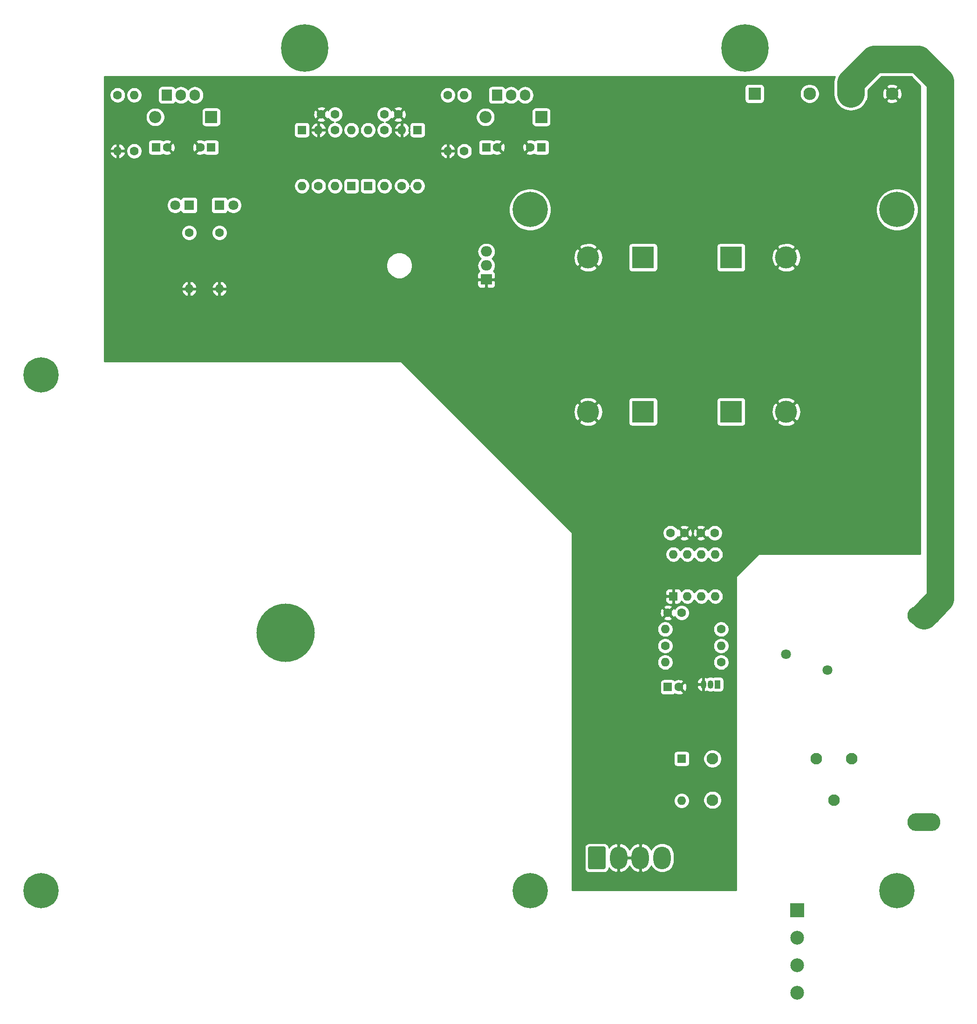
<source format=gbr>
G04 #@! TF.GenerationSoftware,KiCad,Pcbnew,5.1.6*
G04 #@! TF.CreationDate,2020-07-29T11:54:06+02:00*
G04 #@! TF.ProjectId,Power supply,506f7765-7220-4737-9570-706c792e6b69,rev?*
G04 #@! TF.SameCoordinates,Original*
G04 #@! TF.FileFunction,Copper,L2,Bot*
G04 #@! TF.FilePolarity,Positive*
%FSLAX46Y46*%
G04 Gerber Fmt 4.6, Leading zero omitted, Abs format (unit mm)*
G04 Created by KiCad (PCBNEW 5.1.6) date 2020-07-29 11:54:06*
%MOMM*%
%LPD*%
G01*
G04 APERTURE LIST*
G04 #@! TA.AperFunction,ComponentPad*
%ADD10O,6.000000X3.250000*%
G04 #@! TD*
G04 #@! TA.AperFunction,ComponentPad*
%ADD11O,2.000000X1.905000*%
G04 #@! TD*
G04 #@! TA.AperFunction,ComponentPad*
%ADD12R,2.000000X1.905000*%
G04 #@! TD*
G04 #@! TA.AperFunction,ComponentPad*
%ADD13C,2.300000*%
G04 #@! TD*
G04 #@! TA.AperFunction,ComponentPad*
%ADD14R,2.300000X2.300000*%
G04 #@! TD*
G04 #@! TA.AperFunction,ComponentPad*
%ADD15O,1.600000X1.600000*%
G04 #@! TD*
G04 #@! TA.AperFunction,ComponentPad*
%ADD16C,1.600000*%
G04 #@! TD*
G04 #@! TA.AperFunction,ComponentPad*
%ADD17C,1.800000*%
G04 #@! TD*
G04 #@! TA.AperFunction,ComponentPad*
%ADD18R,1.800000X1.800000*%
G04 #@! TD*
G04 #@! TA.AperFunction,ComponentPad*
%ADD19C,2.500000*%
G04 #@! TD*
G04 #@! TA.AperFunction,ComponentPad*
%ADD20R,2.500000X2.500000*%
G04 #@! TD*
G04 #@! TA.AperFunction,ComponentPad*
%ADD21O,3.160000X4.100000*%
G04 #@! TD*
G04 #@! TA.AperFunction,ComponentPad*
%ADD22R,1.600000X1.600000*%
G04 #@! TD*
G04 #@! TA.AperFunction,ComponentPad*
%ADD23C,10.600000*%
G04 #@! TD*
G04 #@! TA.AperFunction,ComponentPad*
%ADD24C,8.600000*%
G04 #@! TD*
G04 #@! TA.AperFunction,ComponentPad*
%ADD25C,6.400000*%
G04 #@! TD*
G04 #@! TA.AperFunction,ComponentPad*
%ADD26O,1.905000X2.000000*%
G04 #@! TD*
G04 #@! TA.AperFunction,ComponentPad*
%ADD27R,1.905000X2.000000*%
G04 #@! TD*
G04 #@! TA.AperFunction,ComponentPad*
%ADD28R,1.050000X1.500000*%
G04 #@! TD*
G04 #@! TA.AperFunction,ComponentPad*
%ADD29O,1.050000X1.500000*%
G04 #@! TD*
G04 #@! TA.AperFunction,ComponentPad*
%ADD30C,2.100000*%
G04 #@! TD*
G04 #@! TA.AperFunction,ComponentPad*
%ADD31O,2.200000X2.200000*%
G04 #@! TD*
G04 #@! TA.AperFunction,ComponentPad*
%ADD32R,2.200000X2.200000*%
G04 #@! TD*
G04 #@! TA.AperFunction,ComponentPad*
%ADD33C,4.000000*%
G04 #@! TD*
G04 #@! TA.AperFunction,ComponentPad*
%ADD34R,4.000000X4.000000*%
G04 #@! TD*
G04 #@! TA.AperFunction,Conductor*
%ADD35C,5.000000*%
G04 #@! TD*
G04 #@! TA.AperFunction,Conductor*
%ADD36C,0.254000*%
G04 #@! TD*
G04 APERTURE END LIST*
D10*
X193000000Y-207000000D03*
X193000000Y-244500000D03*
D11*
X113500000Y-140920000D03*
X113500000Y-143460000D03*
D12*
X113500000Y-146000000D03*
D13*
X187250000Y-112250000D03*
X179750000Y-112250000D03*
X172250000Y-112250000D03*
D14*
X162250000Y-112250000D03*
D15*
X49500000Y-112500000D03*
D16*
X49500000Y-122660000D03*
D15*
X109500000Y-112500000D03*
D16*
X109500000Y-122660000D03*
D15*
X46500000Y-122660000D03*
D16*
X46500000Y-112500000D03*
D15*
X106500000Y-122660000D03*
D16*
X106500000Y-112500000D03*
D15*
X59500000Y-147660000D03*
D16*
X59500000Y-137500000D03*
D15*
X65000000Y-147660000D03*
D16*
X65000000Y-137500000D03*
D17*
X56960000Y-132500000D03*
D18*
X59500000Y-132500000D03*
D17*
X67540000Y-132500000D03*
D18*
X65000000Y-132500000D03*
D19*
X170000000Y-275500000D03*
X170000000Y-270500000D03*
X170000000Y-265500000D03*
D20*
X170000000Y-260500000D03*
D21*
X145460000Y-251000000D03*
X141500000Y-251000000D03*
X137540000Y-251000000D03*
G04 #@! TA.AperFunction,ComponentPad*
G36*
G01*
X132000000Y-252800000D02*
X132000000Y-249200000D01*
G75*
G02*
X132250000Y-248950000I250000J0D01*
G01*
X134910000Y-248950000D01*
G75*
G02*
X135160000Y-249200000I0J-250000D01*
G01*
X135160000Y-252800000D01*
G75*
G02*
X134910000Y-253050000I-250000J0D01*
G01*
X132250000Y-253050000D01*
G75*
G02*
X132000000Y-252800000I0J250000D01*
G01*
G37*
G04 #@! TD.AperFunction*
D16*
X149500000Y-192000000D03*
X147000000Y-192000000D03*
D15*
X89000000Y-118840000D03*
D22*
X89000000Y-129000000D03*
D15*
X80000000Y-129000000D03*
D22*
X80000000Y-118840000D03*
D15*
X92000000Y-118840000D03*
D22*
X92000000Y-129000000D03*
D15*
X101000000Y-129000000D03*
D22*
X101000000Y-118840000D03*
D15*
X149000000Y-240620000D03*
D22*
X149000000Y-233000000D03*
D23*
X77000000Y-210150000D03*
D24*
X160500000Y-104000000D03*
X80500000Y-104000000D03*
D25*
X32560000Y-163300000D03*
X121460000Y-133300000D03*
X188140000Y-133300000D03*
X188140000Y-257000000D03*
X121460000Y-257000000D03*
X32560000Y-257000000D03*
D15*
X147500000Y-195880000D03*
X155120000Y-203500000D03*
X150040000Y-195880000D03*
X152580000Y-203500000D03*
X152580000Y-195880000D03*
X150040000Y-203500000D03*
X155120000Y-195880000D03*
D22*
X147500000Y-203500000D03*
D26*
X60540000Y-112500000D03*
X58000000Y-112500000D03*
D27*
X55460000Y-112500000D03*
D26*
X120540000Y-112500000D03*
X118000000Y-112500000D03*
D27*
X115460000Y-112500000D03*
D17*
X175500000Y-216900000D03*
X168000000Y-214000000D03*
D16*
X146000000Y-212500000D03*
D15*
X156160000Y-212500000D03*
X83000000Y-118840000D03*
D16*
X83000000Y-129000000D03*
D15*
X146000000Y-209500000D03*
D16*
X156160000Y-209500000D03*
D15*
X146000000Y-215500000D03*
D16*
X156160000Y-215500000D03*
D15*
X86000000Y-129000000D03*
D16*
X86000000Y-118840000D03*
X98140000Y-129000000D03*
D15*
X98140000Y-118840000D03*
X95000000Y-129000000D03*
D16*
X95000000Y-118840000D03*
D28*
X155500000Y-219500000D03*
D29*
X152960000Y-219500000D03*
X154230000Y-219500000D03*
D30*
X154600000Y-240500000D03*
X154600000Y-233000000D03*
X176700000Y-240500000D03*
X179900000Y-233000000D03*
X173500000Y-233000000D03*
D31*
X53340000Y-116500000D03*
D32*
X63500000Y-116500000D03*
D31*
X113340000Y-116500000D03*
D32*
X123500000Y-116500000D03*
D16*
X146500000Y-206500000D03*
X149000000Y-206500000D03*
X152500000Y-192000000D03*
X155000000Y-192000000D03*
X148500000Y-220000000D03*
D22*
X146500000Y-220000000D03*
D16*
X83500000Y-116000000D03*
X86000000Y-116000000D03*
X55500000Y-122000000D03*
D22*
X53500000Y-122000000D03*
D16*
X61500000Y-122000000D03*
D22*
X63500000Y-122000000D03*
D16*
X97500000Y-116000000D03*
X95000000Y-116000000D03*
X115500000Y-122000000D03*
D22*
X113500000Y-122000000D03*
D16*
X121500000Y-122000000D03*
D22*
X123500000Y-122000000D03*
D33*
X132000000Y-170000000D03*
D34*
X142000000Y-170000000D03*
D33*
X132000000Y-142000000D03*
D34*
X142000000Y-142000000D03*
D33*
X168000000Y-170000000D03*
D34*
X158000000Y-170000000D03*
D33*
X168000000Y-142000000D03*
D34*
X158000000Y-142000000D03*
D35*
X179750000Y-110250000D02*
X179750000Y-112250000D01*
X196000000Y-204000000D02*
X196000000Y-110000000D01*
X196000000Y-110000000D02*
X192000000Y-106000000D01*
X193000000Y-207000000D02*
X196000000Y-204000000D01*
X192000000Y-106000000D02*
X184000000Y-106000000D01*
X184000000Y-106000000D02*
X179750000Y-110250000D01*
D36*
G36*
X176660362Y-109635434D02*
G01*
X176615000Y-110095999D01*
X176615000Y-110096005D01*
X176599833Y-110250000D01*
X176615000Y-110403995D01*
X176615000Y-112404002D01*
X176660362Y-112864567D01*
X176839624Y-113455517D01*
X177130731Y-114000140D01*
X177522496Y-114477505D01*
X177999861Y-114869269D01*
X178544484Y-115160376D01*
X179135434Y-115339638D01*
X179750000Y-115400168D01*
X180364567Y-115339638D01*
X180955517Y-115160376D01*
X181500140Y-114869269D01*
X181977505Y-114477505D01*
X182369269Y-114000140D01*
X182640688Y-113492349D01*
X186187256Y-113492349D01*
X186301118Y-113772090D01*
X186616296Y-113927961D01*
X186955826Y-114019349D01*
X187306661Y-114042741D01*
X187655319Y-113997240D01*
X187988400Y-113884594D01*
X188198882Y-113772090D01*
X188312744Y-113492349D01*
X187250000Y-112429605D01*
X186187256Y-113492349D01*
X182640688Y-113492349D01*
X182660376Y-113455517D01*
X182839638Y-112864567D01*
X182885000Y-112404002D01*
X182885000Y-112306661D01*
X185457259Y-112306661D01*
X185502760Y-112655319D01*
X185615406Y-112988400D01*
X185727910Y-113198882D01*
X186007651Y-113312744D01*
X187070395Y-112250000D01*
X187429605Y-112250000D01*
X188492349Y-113312744D01*
X188772090Y-113198882D01*
X188927961Y-112883704D01*
X189019349Y-112544174D01*
X189042741Y-112193339D01*
X188997240Y-111844681D01*
X188884594Y-111511600D01*
X188772090Y-111301118D01*
X188492349Y-111187256D01*
X187429605Y-112250000D01*
X187070395Y-112250000D01*
X186007651Y-111187256D01*
X185727910Y-111301118D01*
X185572039Y-111616296D01*
X185480651Y-111955826D01*
X185457259Y-112306661D01*
X182885000Y-112306661D01*
X182885000Y-111548558D01*
X183425907Y-111007651D01*
X186187256Y-111007651D01*
X187250000Y-112070395D01*
X188312744Y-111007651D01*
X188198882Y-110727910D01*
X187883704Y-110572039D01*
X187544174Y-110480651D01*
X187193339Y-110457259D01*
X186844681Y-110502760D01*
X186511600Y-110615406D01*
X186301118Y-110727910D01*
X186187256Y-111007651D01*
X183425907Y-111007651D01*
X185298559Y-109135000D01*
X190701442Y-109135000D01*
X192373000Y-110806559D01*
X192373000Y-195873000D01*
X163000000Y-195873000D01*
X162975224Y-195875440D01*
X162951399Y-195882667D01*
X162929443Y-195894403D01*
X162910197Y-195910197D01*
X158910197Y-199910197D01*
X158894403Y-199929443D01*
X158882667Y-199951399D01*
X158875440Y-199975224D01*
X158873000Y-200000000D01*
X158873000Y-256873000D01*
X129127000Y-256873000D01*
X129127000Y-249200000D01*
X131361928Y-249200000D01*
X131361928Y-252800000D01*
X131378992Y-252973254D01*
X131429528Y-253139850D01*
X131511595Y-253293386D01*
X131622038Y-253427962D01*
X131756614Y-253538405D01*
X131910150Y-253620472D01*
X132076746Y-253671008D01*
X132250000Y-253688072D01*
X134910000Y-253688072D01*
X135083254Y-253671008D01*
X135249850Y-253620472D01*
X135403386Y-253538405D01*
X135537962Y-253427962D01*
X135648405Y-253293386D01*
X135730472Y-253139850D01*
X135781008Y-252973254D01*
X135794700Y-252834238D01*
X136063562Y-253126044D01*
X136415009Y-253382262D01*
X136809689Y-253564993D01*
X137068631Y-253634263D01*
X137413000Y-253522324D01*
X137413000Y-251127000D01*
X137667000Y-251127000D01*
X137667000Y-253522324D01*
X138011369Y-253634263D01*
X138270311Y-253564993D01*
X138664991Y-253382262D01*
X139016438Y-253126044D01*
X139311147Y-252806185D01*
X139520000Y-252464117D01*
X139728853Y-252806185D01*
X140023562Y-253126044D01*
X140375009Y-253382262D01*
X140769689Y-253564993D01*
X141028631Y-253634263D01*
X141373000Y-253522324D01*
X141373000Y-251127000D01*
X137667000Y-251127000D01*
X137413000Y-251127000D01*
X137393000Y-251127000D01*
X137393000Y-250873000D01*
X137413000Y-250873000D01*
X137413000Y-248477676D01*
X137667000Y-248477676D01*
X137667000Y-250873000D01*
X141373000Y-250873000D01*
X141373000Y-248477676D01*
X141627000Y-248477676D01*
X141627000Y-250873000D01*
X141647000Y-250873000D01*
X141647000Y-251127000D01*
X141627000Y-251127000D01*
X141627000Y-253522324D01*
X141971369Y-253634263D01*
X142230311Y-253564993D01*
X142624991Y-253382262D01*
X142976438Y-253126044D01*
X143271147Y-252806185D01*
X143479897Y-252464287D01*
X143609385Y-252706542D01*
X143886181Y-253043820D01*
X144223459Y-253320616D01*
X144608256Y-253526294D01*
X145025785Y-253652950D01*
X145460000Y-253695717D01*
X145894216Y-253652950D01*
X146311745Y-253526294D01*
X146696542Y-253320616D01*
X147033820Y-253043820D01*
X147310616Y-252706542D01*
X147516294Y-252321744D01*
X147642950Y-251904215D01*
X147675000Y-251578809D01*
X147675000Y-250421190D01*
X147642950Y-250095784D01*
X147516294Y-249678255D01*
X147310616Y-249293458D01*
X147033820Y-248956180D01*
X146696542Y-248679384D01*
X146311744Y-248473706D01*
X145894215Y-248347050D01*
X145460000Y-248304283D01*
X145025784Y-248347050D01*
X144608255Y-248473706D01*
X144223458Y-248679384D01*
X143886180Y-248956180D01*
X143609384Y-249293458D01*
X143479896Y-249535713D01*
X143271147Y-249193815D01*
X142976438Y-248873956D01*
X142624991Y-248617738D01*
X142230311Y-248435007D01*
X141971369Y-248365737D01*
X141627000Y-248477676D01*
X141373000Y-248477676D01*
X141028631Y-248365737D01*
X140769689Y-248435007D01*
X140375009Y-248617738D01*
X140023562Y-248873956D01*
X139728853Y-249193815D01*
X139520000Y-249535883D01*
X139311147Y-249193815D01*
X139016438Y-248873956D01*
X138664991Y-248617738D01*
X138270311Y-248435007D01*
X138011369Y-248365737D01*
X137667000Y-248477676D01*
X137413000Y-248477676D01*
X137068631Y-248365737D01*
X136809689Y-248435007D01*
X136415009Y-248617738D01*
X136063562Y-248873956D01*
X135794700Y-249165762D01*
X135781008Y-249026746D01*
X135730472Y-248860150D01*
X135648405Y-248706614D01*
X135537962Y-248572038D01*
X135403386Y-248461595D01*
X135249850Y-248379528D01*
X135083254Y-248328992D01*
X134910000Y-248311928D01*
X132250000Y-248311928D01*
X132076746Y-248328992D01*
X131910150Y-248379528D01*
X131756614Y-248461595D01*
X131622038Y-248572038D01*
X131511595Y-248706614D01*
X131429528Y-248860150D01*
X131378992Y-249026746D01*
X131361928Y-249200000D01*
X129127000Y-249200000D01*
X129127000Y-240478665D01*
X147565000Y-240478665D01*
X147565000Y-240761335D01*
X147620147Y-241038574D01*
X147728320Y-241299727D01*
X147885363Y-241534759D01*
X148085241Y-241734637D01*
X148320273Y-241891680D01*
X148581426Y-241999853D01*
X148858665Y-242055000D01*
X149141335Y-242055000D01*
X149418574Y-241999853D01*
X149679727Y-241891680D01*
X149914759Y-241734637D01*
X150114637Y-241534759D01*
X150271680Y-241299727D01*
X150379853Y-241038574D01*
X150435000Y-240761335D01*
X150435000Y-240478665D01*
X150406233Y-240334042D01*
X152915000Y-240334042D01*
X152915000Y-240665958D01*
X152979754Y-240991496D01*
X153106772Y-241298147D01*
X153291175Y-241574125D01*
X153525875Y-241808825D01*
X153801853Y-241993228D01*
X154108504Y-242120246D01*
X154434042Y-242185000D01*
X154765958Y-242185000D01*
X155091496Y-242120246D01*
X155398147Y-241993228D01*
X155674125Y-241808825D01*
X155908825Y-241574125D01*
X156093228Y-241298147D01*
X156220246Y-240991496D01*
X156285000Y-240665958D01*
X156285000Y-240334042D01*
X156220246Y-240008504D01*
X156093228Y-239701853D01*
X155908825Y-239425875D01*
X155674125Y-239191175D01*
X155398147Y-239006772D01*
X155091496Y-238879754D01*
X154765958Y-238815000D01*
X154434042Y-238815000D01*
X154108504Y-238879754D01*
X153801853Y-239006772D01*
X153525875Y-239191175D01*
X153291175Y-239425875D01*
X153106772Y-239701853D01*
X152979754Y-240008504D01*
X152915000Y-240334042D01*
X150406233Y-240334042D01*
X150379853Y-240201426D01*
X150271680Y-239940273D01*
X150114637Y-239705241D01*
X149914759Y-239505363D01*
X149679727Y-239348320D01*
X149418574Y-239240147D01*
X149141335Y-239185000D01*
X148858665Y-239185000D01*
X148581426Y-239240147D01*
X148320273Y-239348320D01*
X148085241Y-239505363D01*
X147885363Y-239705241D01*
X147728320Y-239940273D01*
X147620147Y-240201426D01*
X147565000Y-240478665D01*
X129127000Y-240478665D01*
X129127000Y-232200000D01*
X147561928Y-232200000D01*
X147561928Y-233800000D01*
X147574188Y-233924482D01*
X147610498Y-234044180D01*
X147669463Y-234154494D01*
X147748815Y-234251185D01*
X147845506Y-234330537D01*
X147955820Y-234389502D01*
X148075518Y-234425812D01*
X148200000Y-234438072D01*
X149800000Y-234438072D01*
X149924482Y-234425812D01*
X150044180Y-234389502D01*
X150154494Y-234330537D01*
X150251185Y-234251185D01*
X150330537Y-234154494D01*
X150389502Y-234044180D01*
X150425812Y-233924482D01*
X150438072Y-233800000D01*
X150438072Y-232834042D01*
X152915000Y-232834042D01*
X152915000Y-233165958D01*
X152979754Y-233491496D01*
X153106772Y-233798147D01*
X153291175Y-234074125D01*
X153525875Y-234308825D01*
X153801853Y-234493228D01*
X154108504Y-234620246D01*
X154434042Y-234685000D01*
X154765958Y-234685000D01*
X155091496Y-234620246D01*
X155398147Y-234493228D01*
X155674125Y-234308825D01*
X155908825Y-234074125D01*
X156093228Y-233798147D01*
X156220246Y-233491496D01*
X156285000Y-233165958D01*
X156285000Y-232834042D01*
X156220246Y-232508504D01*
X156093228Y-232201853D01*
X155908825Y-231925875D01*
X155674125Y-231691175D01*
X155398147Y-231506772D01*
X155091496Y-231379754D01*
X154765958Y-231315000D01*
X154434042Y-231315000D01*
X154108504Y-231379754D01*
X153801853Y-231506772D01*
X153525875Y-231691175D01*
X153291175Y-231925875D01*
X153106772Y-232201853D01*
X152979754Y-232508504D01*
X152915000Y-232834042D01*
X150438072Y-232834042D01*
X150438072Y-232200000D01*
X150425812Y-232075518D01*
X150389502Y-231955820D01*
X150330537Y-231845506D01*
X150251185Y-231748815D01*
X150154494Y-231669463D01*
X150044180Y-231610498D01*
X149924482Y-231574188D01*
X149800000Y-231561928D01*
X148200000Y-231561928D01*
X148075518Y-231574188D01*
X147955820Y-231610498D01*
X147845506Y-231669463D01*
X147748815Y-231748815D01*
X147669463Y-231845506D01*
X147610498Y-231955820D01*
X147574188Y-232075518D01*
X147561928Y-232200000D01*
X129127000Y-232200000D01*
X129127000Y-219200000D01*
X145061928Y-219200000D01*
X145061928Y-220800000D01*
X145074188Y-220924482D01*
X145110498Y-221044180D01*
X145169463Y-221154494D01*
X145248815Y-221251185D01*
X145345506Y-221330537D01*
X145455820Y-221389502D01*
X145575518Y-221425812D01*
X145700000Y-221438072D01*
X147300000Y-221438072D01*
X147424482Y-221425812D01*
X147544180Y-221389502D01*
X147654494Y-221330537D01*
X147751185Y-221251185D01*
X147761807Y-221238242D01*
X148013996Y-221357571D01*
X148288184Y-221426300D01*
X148570512Y-221440217D01*
X148850130Y-221398787D01*
X149116292Y-221303603D01*
X149241514Y-221236671D01*
X149313097Y-220992702D01*
X148500000Y-220179605D01*
X148485858Y-220193748D01*
X148306253Y-220014143D01*
X148320395Y-220000000D01*
X148679605Y-220000000D01*
X149492702Y-220813097D01*
X149736671Y-220741514D01*
X149857571Y-220486004D01*
X149926300Y-220211816D01*
X149940217Y-219929488D01*
X149922589Y-219810507D01*
X151793669Y-219810507D01*
X151832761Y-220036404D01*
X151915172Y-220250334D01*
X152037736Y-220444076D01*
X152195742Y-220610184D01*
X152383118Y-220742275D01*
X152592663Y-220835272D01*
X152654190Y-220843964D01*
X152833000Y-220718163D01*
X152833000Y-219627000D01*
X151953402Y-219627000D01*
X151793669Y-219810507D01*
X149922589Y-219810507D01*
X149898787Y-219649870D01*
X149803603Y-219383708D01*
X149736671Y-219258486D01*
X149501530Y-219189493D01*
X151793669Y-219189493D01*
X151953402Y-219373000D01*
X152833000Y-219373000D01*
X152833000Y-219218021D01*
X153070000Y-219218021D01*
X153070000Y-219781978D01*
X153086785Y-219952399D01*
X153087000Y-219953108D01*
X153087000Y-220718163D01*
X153265810Y-220843964D01*
X153327337Y-220835272D01*
X153536882Y-220742275D01*
X153595331Y-220701071D01*
X153783940Y-220801885D01*
X154002600Y-220868215D01*
X154230000Y-220890612D01*
X154457399Y-220868215D01*
X154666098Y-220804907D01*
X154730820Y-220839502D01*
X154850518Y-220875812D01*
X154975000Y-220888072D01*
X156025000Y-220888072D01*
X156149482Y-220875812D01*
X156269180Y-220839502D01*
X156379494Y-220780537D01*
X156476185Y-220701185D01*
X156555537Y-220604494D01*
X156614502Y-220494180D01*
X156650812Y-220374482D01*
X156663072Y-220250000D01*
X156663072Y-218750000D01*
X156650812Y-218625518D01*
X156614502Y-218505820D01*
X156555537Y-218395506D01*
X156476185Y-218298815D01*
X156379494Y-218219463D01*
X156269180Y-218160498D01*
X156149482Y-218124188D01*
X156025000Y-218111928D01*
X154975000Y-218111928D01*
X154850518Y-218124188D01*
X154730820Y-218160498D01*
X154666098Y-218195093D01*
X154457400Y-218131785D01*
X154230000Y-218109388D01*
X154002601Y-218131785D01*
X153783941Y-218198115D01*
X153595331Y-218298929D01*
X153536882Y-218257725D01*
X153327337Y-218164728D01*
X153265810Y-218156036D01*
X153087000Y-218281837D01*
X153087000Y-219046891D01*
X153086785Y-219047600D01*
X153070000Y-219218021D01*
X152833000Y-219218021D01*
X152833000Y-218281837D01*
X152654190Y-218156036D01*
X152592663Y-218164728D01*
X152383118Y-218257725D01*
X152195742Y-218389816D01*
X152037736Y-218555924D01*
X151915172Y-218749666D01*
X151832761Y-218963596D01*
X151793669Y-219189493D01*
X149501530Y-219189493D01*
X149492702Y-219186903D01*
X148679605Y-220000000D01*
X148320395Y-220000000D01*
X148306253Y-219985858D01*
X148485858Y-219806253D01*
X148500000Y-219820395D01*
X149313097Y-219007298D01*
X149241514Y-218763329D01*
X148986004Y-218642429D01*
X148711816Y-218573700D01*
X148429488Y-218559783D01*
X148149870Y-218601213D01*
X147883708Y-218696397D01*
X147761691Y-218761616D01*
X147751185Y-218748815D01*
X147654494Y-218669463D01*
X147544180Y-218610498D01*
X147424482Y-218574188D01*
X147300000Y-218561928D01*
X145700000Y-218561928D01*
X145575518Y-218574188D01*
X145455820Y-218610498D01*
X145345506Y-218669463D01*
X145248815Y-218748815D01*
X145169463Y-218845506D01*
X145110498Y-218955820D01*
X145074188Y-219075518D01*
X145061928Y-219200000D01*
X129127000Y-219200000D01*
X129127000Y-215358665D01*
X144565000Y-215358665D01*
X144565000Y-215641335D01*
X144620147Y-215918574D01*
X144728320Y-216179727D01*
X144885363Y-216414759D01*
X145085241Y-216614637D01*
X145320273Y-216771680D01*
X145581426Y-216879853D01*
X145858665Y-216935000D01*
X146141335Y-216935000D01*
X146418574Y-216879853D01*
X146679727Y-216771680D01*
X146914759Y-216614637D01*
X147114637Y-216414759D01*
X147271680Y-216179727D01*
X147379853Y-215918574D01*
X147435000Y-215641335D01*
X147435000Y-215358665D01*
X154725000Y-215358665D01*
X154725000Y-215641335D01*
X154780147Y-215918574D01*
X154888320Y-216179727D01*
X155045363Y-216414759D01*
X155245241Y-216614637D01*
X155480273Y-216771680D01*
X155741426Y-216879853D01*
X156018665Y-216935000D01*
X156301335Y-216935000D01*
X156578574Y-216879853D01*
X156839727Y-216771680D01*
X157074759Y-216614637D01*
X157274637Y-216414759D01*
X157431680Y-216179727D01*
X157539853Y-215918574D01*
X157595000Y-215641335D01*
X157595000Y-215358665D01*
X157539853Y-215081426D01*
X157431680Y-214820273D01*
X157274637Y-214585241D01*
X157074759Y-214385363D01*
X156839727Y-214228320D01*
X156578574Y-214120147D01*
X156301335Y-214065000D01*
X156018665Y-214065000D01*
X155741426Y-214120147D01*
X155480273Y-214228320D01*
X155245241Y-214385363D01*
X155045363Y-214585241D01*
X154888320Y-214820273D01*
X154780147Y-215081426D01*
X154725000Y-215358665D01*
X147435000Y-215358665D01*
X147379853Y-215081426D01*
X147271680Y-214820273D01*
X147114637Y-214585241D01*
X146914759Y-214385363D01*
X146679727Y-214228320D01*
X146418574Y-214120147D01*
X146141335Y-214065000D01*
X145858665Y-214065000D01*
X145581426Y-214120147D01*
X145320273Y-214228320D01*
X145085241Y-214385363D01*
X144885363Y-214585241D01*
X144728320Y-214820273D01*
X144620147Y-215081426D01*
X144565000Y-215358665D01*
X129127000Y-215358665D01*
X129127000Y-212358665D01*
X144565000Y-212358665D01*
X144565000Y-212641335D01*
X144620147Y-212918574D01*
X144728320Y-213179727D01*
X144885363Y-213414759D01*
X145085241Y-213614637D01*
X145320273Y-213771680D01*
X145581426Y-213879853D01*
X145858665Y-213935000D01*
X146141335Y-213935000D01*
X146418574Y-213879853D01*
X146679727Y-213771680D01*
X146914759Y-213614637D01*
X147114637Y-213414759D01*
X147271680Y-213179727D01*
X147379853Y-212918574D01*
X147435000Y-212641335D01*
X147435000Y-212358665D01*
X154725000Y-212358665D01*
X154725000Y-212641335D01*
X154780147Y-212918574D01*
X154888320Y-213179727D01*
X155045363Y-213414759D01*
X155245241Y-213614637D01*
X155480273Y-213771680D01*
X155741426Y-213879853D01*
X156018665Y-213935000D01*
X156301335Y-213935000D01*
X156578574Y-213879853D01*
X156839727Y-213771680D01*
X157074759Y-213614637D01*
X157274637Y-213414759D01*
X157431680Y-213179727D01*
X157539853Y-212918574D01*
X157595000Y-212641335D01*
X157595000Y-212358665D01*
X157539853Y-212081426D01*
X157431680Y-211820273D01*
X157274637Y-211585241D01*
X157074759Y-211385363D01*
X156839727Y-211228320D01*
X156578574Y-211120147D01*
X156301335Y-211065000D01*
X156018665Y-211065000D01*
X155741426Y-211120147D01*
X155480273Y-211228320D01*
X155245241Y-211385363D01*
X155045363Y-211585241D01*
X154888320Y-211820273D01*
X154780147Y-212081426D01*
X154725000Y-212358665D01*
X147435000Y-212358665D01*
X147379853Y-212081426D01*
X147271680Y-211820273D01*
X147114637Y-211585241D01*
X146914759Y-211385363D01*
X146679727Y-211228320D01*
X146418574Y-211120147D01*
X146141335Y-211065000D01*
X145858665Y-211065000D01*
X145581426Y-211120147D01*
X145320273Y-211228320D01*
X145085241Y-211385363D01*
X144885363Y-211585241D01*
X144728320Y-211820273D01*
X144620147Y-212081426D01*
X144565000Y-212358665D01*
X129127000Y-212358665D01*
X129127000Y-209358665D01*
X144565000Y-209358665D01*
X144565000Y-209641335D01*
X144620147Y-209918574D01*
X144728320Y-210179727D01*
X144885363Y-210414759D01*
X145085241Y-210614637D01*
X145320273Y-210771680D01*
X145581426Y-210879853D01*
X145858665Y-210935000D01*
X146141335Y-210935000D01*
X146418574Y-210879853D01*
X146679727Y-210771680D01*
X146914759Y-210614637D01*
X147114637Y-210414759D01*
X147271680Y-210179727D01*
X147379853Y-209918574D01*
X147435000Y-209641335D01*
X147435000Y-209358665D01*
X154725000Y-209358665D01*
X154725000Y-209641335D01*
X154780147Y-209918574D01*
X154888320Y-210179727D01*
X155045363Y-210414759D01*
X155245241Y-210614637D01*
X155480273Y-210771680D01*
X155741426Y-210879853D01*
X156018665Y-210935000D01*
X156301335Y-210935000D01*
X156578574Y-210879853D01*
X156839727Y-210771680D01*
X157074759Y-210614637D01*
X157274637Y-210414759D01*
X157431680Y-210179727D01*
X157539853Y-209918574D01*
X157595000Y-209641335D01*
X157595000Y-209358665D01*
X157539853Y-209081426D01*
X157431680Y-208820273D01*
X157274637Y-208585241D01*
X157074759Y-208385363D01*
X156839727Y-208228320D01*
X156578574Y-208120147D01*
X156301335Y-208065000D01*
X156018665Y-208065000D01*
X155741426Y-208120147D01*
X155480273Y-208228320D01*
X155245241Y-208385363D01*
X155045363Y-208585241D01*
X154888320Y-208820273D01*
X154780147Y-209081426D01*
X154725000Y-209358665D01*
X147435000Y-209358665D01*
X147379853Y-209081426D01*
X147271680Y-208820273D01*
X147114637Y-208585241D01*
X146914759Y-208385363D01*
X146679727Y-208228320D01*
X146418574Y-208120147D01*
X146141335Y-208065000D01*
X145858665Y-208065000D01*
X145581426Y-208120147D01*
X145320273Y-208228320D01*
X145085241Y-208385363D01*
X144885363Y-208585241D01*
X144728320Y-208820273D01*
X144620147Y-209081426D01*
X144565000Y-209358665D01*
X129127000Y-209358665D01*
X129127000Y-207492702D01*
X145686903Y-207492702D01*
X145758486Y-207736671D01*
X146013996Y-207857571D01*
X146288184Y-207926300D01*
X146570512Y-207940217D01*
X146850130Y-207898787D01*
X147116292Y-207803603D01*
X147241514Y-207736671D01*
X147313097Y-207492702D01*
X146500000Y-206679605D01*
X145686903Y-207492702D01*
X129127000Y-207492702D01*
X129127000Y-206570512D01*
X145059783Y-206570512D01*
X145101213Y-206850130D01*
X145196397Y-207116292D01*
X145263329Y-207241514D01*
X145507298Y-207313097D01*
X146320395Y-206500000D01*
X146679605Y-206500000D01*
X147492702Y-207313097D01*
X147736671Y-207241514D01*
X147750324Y-207212659D01*
X147885363Y-207414759D01*
X148085241Y-207614637D01*
X148320273Y-207771680D01*
X148581426Y-207879853D01*
X148858665Y-207935000D01*
X149141335Y-207935000D01*
X149418574Y-207879853D01*
X149679727Y-207771680D01*
X149914759Y-207614637D01*
X150114637Y-207414759D01*
X150271680Y-207179727D01*
X150379853Y-206918574D01*
X150435000Y-206641335D01*
X150435000Y-206358665D01*
X150379853Y-206081426D01*
X150271680Y-205820273D01*
X150114637Y-205585241D01*
X149914759Y-205385363D01*
X149679727Y-205228320D01*
X149418574Y-205120147D01*
X149141335Y-205065000D01*
X148858665Y-205065000D01*
X148581426Y-205120147D01*
X148320273Y-205228320D01*
X148085241Y-205385363D01*
X147885363Y-205585241D01*
X147751308Y-205785869D01*
X147736671Y-205758486D01*
X147492702Y-205686903D01*
X146679605Y-206500000D01*
X146320395Y-206500000D01*
X145507298Y-205686903D01*
X145263329Y-205758486D01*
X145142429Y-206013996D01*
X145073700Y-206288184D01*
X145059783Y-206570512D01*
X129127000Y-206570512D01*
X129127000Y-205507298D01*
X145686903Y-205507298D01*
X146500000Y-206320395D01*
X147313097Y-205507298D01*
X147241514Y-205263329D01*
X146986004Y-205142429D01*
X146711816Y-205073700D01*
X146429488Y-205059783D01*
X146149870Y-205101213D01*
X145883708Y-205196397D01*
X145758486Y-205263329D01*
X145686903Y-205507298D01*
X129127000Y-205507298D01*
X129127000Y-204300000D01*
X146061928Y-204300000D01*
X146074188Y-204424482D01*
X146110498Y-204544180D01*
X146169463Y-204654494D01*
X146248815Y-204751185D01*
X146345506Y-204830537D01*
X146455820Y-204889502D01*
X146575518Y-204925812D01*
X146700000Y-204938072D01*
X147214250Y-204935000D01*
X147373000Y-204776250D01*
X147373000Y-203627000D01*
X146223750Y-203627000D01*
X146065000Y-203785750D01*
X146061928Y-204300000D01*
X129127000Y-204300000D01*
X129127000Y-202700000D01*
X146061928Y-202700000D01*
X146065000Y-203214250D01*
X146223750Y-203373000D01*
X147373000Y-203373000D01*
X147373000Y-202223750D01*
X147627000Y-202223750D01*
X147627000Y-203373000D01*
X147647000Y-203373000D01*
X147647000Y-203627000D01*
X147627000Y-203627000D01*
X147627000Y-204776250D01*
X147785750Y-204935000D01*
X148300000Y-204938072D01*
X148424482Y-204925812D01*
X148544180Y-204889502D01*
X148654494Y-204830537D01*
X148751185Y-204751185D01*
X148830537Y-204654494D01*
X148889502Y-204544180D01*
X148925812Y-204424482D01*
X148926643Y-204416039D01*
X149125241Y-204614637D01*
X149360273Y-204771680D01*
X149621426Y-204879853D01*
X149898665Y-204935000D01*
X150181335Y-204935000D01*
X150458574Y-204879853D01*
X150719727Y-204771680D01*
X150954759Y-204614637D01*
X151154637Y-204414759D01*
X151310000Y-204182241D01*
X151465363Y-204414759D01*
X151665241Y-204614637D01*
X151900273Y-204771680D01*
X152161426Y-204879853D01*
X152438665Y-204935000D01*
X152721335Y-204935000D01*
X152998574Y-204879853D01*
X153259727Y-204771680D01*
X153494759Y-204614637D01*
X153694637Y-204414759D01*
X153850000Y-204182241D01*
X154005363Y-204414759D01*
X154205241Y-204614637D01*
X154440273Y-204771680D01*
X154701426Y-204879853D01*
X154978665Y-204935000D01*
X155261335Y-204935000D01*
X155538574Y-204879853D01*
X155799727Y-204771680D01*
X156034759Y-204614637D01*
X156234637Y-204414759D01*
X156391680Y-204179727D01*
X156499853Y-203918574D01*
X156555000Y-203641335D01*
X156555000Y-203358665D01*
X156499853Y-203081426D01*
X156391680Y-202820273D01*
X156234637Y-202585241D01*
X156034759Y-202385363D01*
X155799727Y-202228320D01*
X155538574Y-202120147D01*
X155261335Y-202065000D01*
X154978665Y-202065000D01*
X154701426Y-202120147D01*
X154440273Y-202228320D01*
X154205241Y-202385363D01*
X154005363Y-202585241D01*
X153850000Y-202817759D01*
X153694637Y-202585241D01*
X153494759Y-202385363D01*
X153259727Y-202228320D01*
X152998574Y-202120147D01*
X152721335Y-202065000D01*
X152438665Y-202065000D01*
X152161426Y-202120147D01*
X151900273Y-202228320D01*
X151665241Y-202385363D01*
X151465363Y-202585241D01*
X151310000Y-202817759D01*
X151154637Y-202585241D01*
X150954759Y-202385363D01*
X150719727Y-202228320D01*
X150458574Y-202120147D01*
X150181335Y-202065000D01*
X149898665Y-202065000D01*
X149621426Y-202120147D01*
X149360273Y-202228320D01*
X149125241Y-202385363D01*
X148926643Y-202583961D01*
X148925812Y-202575518D01*
X148889502Y-202455820D01*
X148830537Y-202345506D01*
X148751185Y-202248815D01*
X148654494Y-202169463D01*
X148544180Y-202110498D01*
X148424482Y-202074188D01*
X148300000Y-202061928D01*
X147785750Y-202065000D01*
X147627000Y-202223750D01*
X147373000Y-202223750D01*
X147214250Y-202065000D01*
X146700000Y-202061928D01*
X146575518Y-202074188D01*
X146455820Y-202110498D01*
X146345506Y-202169463D01*
X146248815Y-202248815D01*
X146169463Y-202345506D01*
X146110498Y-202455820D01*
X146074188Y-202575518D01*
X146061928Y-202700000D01*
X129127000Y-202700000D01*
X129127000Y-195738665D01*
X146065000Y-195738665D01*
X146065000Y-196021335D01*
X146120147Y-196298574D01*
X146228320Y-196559727D01*
X146385363Y-196794759D01*
X146585241Y-196994637D01*
X146820273Y-197151680D01*
X147081426Y-197259853D01*
X147358665Y-197315000D01*
X147641335Y-197315000D01*
X147918574Y-197259853D01*
X148179727Y-197151680D01*
X148414759Y-196994637D01*
X148614637Y-196794759D01*
X148770000Y-196562241D01*
X148925363Y-196794759D01*
X149125241Y-196994637D01*
X149360273Y-197151680D01*
X149621426Y-197259853D01*
X149898665Y-197315000D01*
X150181335Y-197315000D01*
X150458574Y-197259853D01*
X150719727Y-197151680D01*
X150954759Y-196994637D01*
X151154637Y-196794759D01*
X151310000Y-196562241D01*
X151465363Y-196794759D01*
X151665241Y-196994637D01*
X151900273Y-197151680D01*
X152161426Y-197259853D01*
X152438665Y-197315000D01*
X152721335Y-197315000D01*
X152998574Y-197259853D01*
X153259727Y-197151680D01*
X153494759Y-196994637D01*
X153694637Y-196794759D01*
X153850000Y-196562241D01*
X154005363Y-196794759D01*
X154205241Y-196994637D01*
X154440273Y-197151680D01*
X154701426Y-197259853D01*
X154978665Y-197315000D01*
X155261335Y-197315000D01*
X155538574Y-197259853D01*
X155799727Y-197151680D01*
X156034759Y-196994637D01*
X156234637Y-196794759D01*
X156391680Y-196559727D01*
X156499853Y-196298574D01*
X156555000Y-196021335D01*
X156555000Y-195738665D01*
X156499853Y-195461426D01*
X156391680Y-195200273D01*
X156234637Y-194965241D01*
X156034759Y-194765363D01*
X155799727Y-194608320D01*
X155538574Y-194500147D01*
X155261335Y-194445000D01*
X154978665Y-194445000D01*
X154701426Y-194500147D01*
X154440273Y-194608320D01*
X154205241Y-194765363D01*
X154005363Y-194965241D01*
X153850000Y-195197759D01*
X153694637Y-194965241D01*
X153494759Y-194765363D01*
X153259727Y-194608320D01*
X152998574Y-194500147D01*
X152721335Y-194445000D01*
X152438665Y-194445000D01*
X152161426Y-194500147D01*
X151900273Y-194608320D01*
X151665241Y-194765363D01*
X151465363Y-194965241D01*
X151310000Y-195197759D01*
X151154637Y-194965241D01*
X150954759Y-194765363D01*
X150719727Y-194608320D01*
X150458574Y-194500147D01*
X150181335Y-194445000D01*
X149898665Y-194445000D01*
X149621426Y-194500147D01*
X149360273Y-194608320D01*
X149125241Y-194765363D01*
X148925363Y-194965241D01*
X148770000Y-195197759D01*
X148614637Y-194965241D01*
X148414759Y-194765363D01*
X148179727Y-194608320D01*
X147918574Y-194500147D01*
X147641335Y-194445000D01*
X147358665Y-194445000D01*
X147081426Y-194500147D01*
X146820273Y-194608320D01*
X146585241Y-194765363D01*
X146385363Y-194965241D01*
X146228320Y-195200273D01*
X146120147Y-195461426D01*
X146065000Y-195738665D01*
X129127000Y-195738665D01*
X129127000Y-192000000D01*
X129124560Y-191975224D01*
X129117333Y-191951399D01*
X129105597Y-191929443D01*
X129089803Y-191910197D01*
X129038271Y-191858665D01*
X145565000Y-191858665D01*
X145565000Y-192141335D01*
X145620147Y-192418574D01*
X145728320Y-192679727D01*
X145885363Y-192914759D01*
X146085241Y-193114637D01*
X146320273Y-193271680D01*
X146581426Y-193379853D01*
X146858665Y-193435000D01*
X147141335Y-193435000D01*
X147418574Y-193379853D01*
X147679727Y-193271680D01*
X147914759Y-193114637D01*
X148036694Y-192992702D01*
X148686903Y-192992702D01*
X148758486Y-193236671D01*
X149013996Y-193357571D01*
X149288184Y-193426300D01*
X149570512Y-193440217D01*
X149850130Y-193398787D01*
X150116292Y-193303603D01*
X150241514Y-193236671D01*
X150313097Y-192992702D01*
X151686903Y-192992702D01*
X151758486Y-193236671D01*
X152013996Y-193357571D01*
X152288184Y-193426300D01*
X152570512Y-193440217D01*
X152850130Y-193398787D01*
X153116292Y-193303603D01*
X153241514Y-193236671D01*
X153313097Y-192992702D01*
X152500000Y-192179605D01*
X151686903Y-192992702D01*
X150313097Y-192992702D01*
X149500000Y-192179605D01*
X148686903Y-192992702D01*
X148036694Y-192992702D01*
X148114637Y-192914759D01*
X148248692Y-192714131D01*
X148263329Y-192741514D01*
X148507298Y-192813097D01*
X149320395Y-192000000D01*
X149679605Y-192000000D01*
X150492702Y-192813097D01*
X150736671Y-192741514D01*
X150857571Y-192486004D01*
X150926300Y-192211816D01*
X150933265Y-192070512D01*
X151059783Y-192070512D01*
X151101213Y-192350130D01*
X151196397Y-192616292D01*
X151263329Y-192741514D01*
X151507298Y-192813097D01*
X152320395Y-192000000D01*
X152679605Y-192000000D01*
X153492702Y-192813097D01*
X153736671Y-192741514D01*
X153750324Y-192712659D01*
X153885363Y-192914759D01*
X154085241Y-193114637D01*
X154320273Y-193271680D01*
X154581426Y-193379853D01*
X154858665Y-193435000D01*
X155141335Y-193435000D01*
X155418574Y-193379853D01*
X155679727Y-193271680D01*
X155914759Y-193114637D01*
X156114637Y-192914759D01*
X156271680Y-192679727D01*
X156379853Y-192418574D01*
X156435000Y-192141335D01*
X156435000Y-191858665D01*
X156379853Y-191581426D01*
X156271680Y-191320273D01*
X156114637Y-191085241D01*
X155914759Y-190885363D01*
X155679727Y-190728320D01*
X155418574Y-190620147D01*
X155141335Y-190565000D01*
X154858665Y-190565000D01*
X154581426Y-190620147D01*
X154320273Y-190728320D01*
X154085241Y-190885363D01*
X153885363Y-191085241D01*
X153751308Y-191285869D01*
X153736671Y-191258486D01*
X153492702Y-191186903D01*
X152679605Y-192000000D01*
X152320395Y-192000000D01*
X151507298Y-191186903D01*
X151263329Y-191258486D01*
X151142429Y-191513996D01*
X151073700Y-191788184D01*
X151059783Y-192070512D01*
X150933265Y-192070512D01*
X150940217Y-191929488D01*
X150898787Y-191649870D01*
X150803603Y-191383708D01*
X150736671Y-191258486D01*
X150492702Y-191186903D01*
X149679605Y-192000000D01*
X149320395Y-192000000D01*
X148507298Y-191186903D01*
X148263329Y-191258486D01*
X148249676Y-191287341D01*
X148114637Y-191085241D01*
X148036694Y-191007298D01*
X148686903Y-191007298D01*
X149500000Y-191820395D01*
X150313097Y-191007298D01*
X151686903Y-191007298D01*
X152500000Y-191820395D01*
X153313097Y-191007298D01*
X153241514Y-190763329D01*
X152986004Y-190642429D01*
X152711816Y-190573700D01*
X152429488Y-190559783D01*
X152149870Y-190601213D01*
X151883708Y-190696397D01*
X151758486Y-190763329D01*
X151686903Y-191007298D01*
X150313097Y-191007298D01*
X150241514Y-190763329D01*
X149986004Y-190642429D01*
X149711816Y-190573700D01*
X149429488Y-190559783D01*
X149149870Y-190601213D01*
X148883708Y-190696397D01*
X148758486Y-190763329D01*
X148686903Y-191007298D01*
X148036694Y-191007298D01*
X147914759Y-190885363D01*
X147679727Y-190728320D01*
X147418574Y-190620147D01*
X147141335Y-190565000D01*
X146858665Y-190565000D01*
X146581426Y-190620147D01*
X146320273Y-190728320D01*
X146085241Y-190885363D01*
X145885363Y-191085241D01*
X145728320Y-191320273D01*
X145620147Y-191581426D01*
X145565000Y-191858665D01*
X129038271Y-191858665D01*
X109027105Y-171847499D01*
X130332106Y-171847499D01*
X130548228Y-172214258D01*
X131008105Y-172454938D01*
X131506098Y-172601275D01*
X132023071Y-172647648D01*
X132539159Y-172592273D01*
X133034526Y-172437279D01*
X133451772Y-172214258D01*
X133667894Y-171847499D01*
X132000000Y-170179605D01*
X130332106Y-171847499D01*
X109027105Y-171847499D01*
X107202677Y-170023071D01*
X129352352Y-170023071D01*
X129407727Y-170539159D01*
X129562721Y-171034526D01*
X129785742Y-171451772D01*
X130152501Y-171667894D01*
X131820395Y-170000000D01*
X132179605Y-170000000D01*
X133847499Y-171667894D01*
X134214258Y-171451772D01*
X134454938Y-170991895D01*
X134601275Y-170493902D01*
X134647648Y-169976929D01*
X134592273Y-169460841D01*
X134437279Y-168965474D01*
X134214258Y-168548228D01*
X133847499Y-168332106D01*
X132179605Y-170000000D01*
X131820395Y-170000000D01*
X130152501Y-168332106D01*
X129785742Y-168548228D01*
X129545062Y-169008105D01*
X129398725Y-169506098D01*
X129352352Y-170023071D01*
X107202677Y-170023071D01*
X105332107Y-168152501D01*
X130332106Y-168152501D01*
X132000000Y-169820395D01*
X133667894Y-168152501D01*
X133578029Y-168000000D01*
X139361928Y-168000000D01*
X139361928Y-172000000D01*
X139374188Y-172124482D01*
X139410498Y-172244180D01*
X139469463Y-172354494D01*
X139548815Y-172451185D01*
X139645506Y-172530537D01*
X139755820Y-172589502D01*
X139875518Y-172625812D01*
X140000000Y-172638072D01*
X144000000Y-172638072D01*
X144124482Y-172625812D01*
X144244180Y-172589502D01*
X144354494Y-172530537D01*
X144451185Y-172451185D01*
X144530537Y-172354494D01*
X144589502Y-172244180D01*
X144625812Y-172124482D01*
X144638072Y-172000000D01*
X144638072Y-168000000D01*
X155361928Y-168000000D01*
X155361928Y-172000000D01*
X155374188Y-172124482D01*
X155410498Y-172244180D01*
X155469463Y-172354494D01*
X155548815Y-172451185D01*
X155645506Y-172530537D01*
X155755820Y-172589502D01*
X155875518Y-172625812D01*
X156000000Y-172638072D01*
X160000000Y-172638072D01*
X160124482Y-172625812D01*
X160244180Y-172589502D01*
X160354494Y-172530537D01*
X160451185Y-172451185D01*
X160530537Y-172354494D01*
X160589502Y-172244180D01*
X160625812Y-172124482D01*
X160638072Y-172000000D01*
X160638072Y-171847499D01*
X166332106Y-171847499D01*
X166548228Y-172214258D01*
X167008105Y-172454938D01*
X167506098Y-172601275D01*
X168023071Y-172647648D01*
X168539159Y-172592273D01*
X169034526Y-172437279D01*
X169451772Y-172214258D01*
X169667894Y-171847499D01*
X168000000Y-170179605D01*
X166332106Y-171847499D01*
X160638072Y-171847499D01*
X160638072Y-170023071D01*
X165352352Y-170023071D01*
X165407727Y-170539159D01*
X165562721Y-171034526D01*
X165785742Y-171451772D01*
X166152501Y-171667894D01*
X167820395Y-170000000D01*
X168179605Y-170000000D01*
X169847499Y-171667894D01*
X170214258Y-171451772D01*
X170454938Y-170991895D01*
X170601275Y-170493902D01*
X170647648Y-169976929D01*
X170592273Y-169460841D01*
X170437279Y-168965474D01*
X170214258Y-168548228D01*
X169847499Y-168332106D01*
X168179605Y-170000000D01*
X167820395Y-170000000D01*
X166152501Y-168332106D01*
X165785742Y-168548228D01*
X165545062Y-169008105D01*
X165398725Y-169506098D01*
X165352352Y-170023071D01*
X160638072Y-170023071D01*
X160638072Y-168152501D01*
X166332106Y-168152501D01*
X168000000Y-169820395D01*
X169667894Y-168152501D01*
X169451772Y-167785742D01*
X168991895Y-167545062D01*
X168493902Y-167398725D01*
X167976929Y-167352352D01*
X167460841Y-167407727D01*
X166965474Y-167562721D01*
X166548228Y-167785742D01*
X166332106Y-168152501D01*
X160638072Y-168152501D01*
X160638072Y-168000000D01*
X160625812Y-167875518D01*
X160589502Y-167755820D01*
X160530537Y-167645506D01*
X160451185Y-167548815D01*
X160354494Y-167469463D01*
X160244180Y-167410498D01*
X160124482Y-167374188D01*
X160000000Y-167361928D01*
X156000000Y-167361928D01*
X155875518Y-167374188D01*
X155755820Y-167410498D01*
X155645506Y-167469463D01*
X155548815Y-167548815D01*
X155469463Y-167645506D01*
X155410498Y-167755820D01*
X155374188Y-167875518D01*
X155361928Y-168000000D01*
X144638072Y-168000000D01*
X144625812Y-167875518D01*
X144589502Y-167755820D01*
X144530537Y-167645506D01*
X144451185Y-167548815D01*
X144354494Y-167469463D01*
X144244180Y-167410498D01*
X144124482Y-167374188D01*
X144000000Y-167361928D01*
X140000000Y-167361928D01*
X139875518Y-167374188D01*
X139755820Y-167410498D01*
X139645506Y-167469463D01*
X139548815Y-167548815D01*
X139469463Y-167645506D01*
X139410498Y-167755820D01*
X139374188Y-167875518D01*
X139361928Y-168000000D01*
X133578029Y-168000000D01*
X133451772Y-167785742D01*
X132991895Y-167545062D01*
X132493902Y-167398725D01*
X131976929Y-167352352D01*
X131460841Y-167407727D01*
X130965474Y-167562721D01*
X130548228Y-167785742D01*
X130332106Y-168152501D01*
X105332107Y-168152501D01*
X98089803Y-160910197D01*
X98070557Y-160894403D01*
X98048601Y-160882667D01*
X98024776Y-160875440D01*
X98000000Y-160873000D01*
X44127000Y-160873000D01*
X44127000Y-148009040D01*
X58108091Y-148009040D01*
X58202930Y-148273881D01*
X58347615Y-148515131D01*
X58536586Y-148723519D01*
X58762580Y-148891037D01*
X59016913Y-149011246D01*
X59150961Y-149051904D01*
X59373000Y-148929915D01*
X59373000Y-147787000D01*
X59627000Y-147787000D01*
X59627000Y-148929915D01*
X59849039Y-149051904D01*
X59983087Y-149011246D01*
X60237420Y-148891037D01*
X60463414Y-148723519D01*
X60652385Y-148515131D01*
X60797070Y-148273881D01*
X60891909Y-148009040D01*
X63608091Y-148009040D01*
X63702930Y-148273881D01*
X63847615Y-148515131D01*
X64036586Y-148723519D01*
X64262580Y-148891037D01*
X64516913Y-149011246D01*
X64650961Y-149051904D01*
X64873000Y-148929915D01*
X64873000Y-147787000D01*
X65127000Y-147787000D01*
X65127000Y-148929915D01*
X65349039Y-149051904D01*
X65483087Y-149011246D01*
X65737420Y-148891037D01*
X65963414Y-148723519D01*
X66152385Y-148515131D01*
X66297070Y-148273881D01*
X66391909Y-148009040D01*
X66270624Y-147787000D01*
X65127000Y-147787000D01*
X64873000Y-147787000D01*
X63729376Y-147787000D01*
X63608091Y-148009040D01*
X60891909Y-148009040D01*
X60770624Y-147787000D01*
X59627000Y-147787000D01*
X59373000Y-147787000D01*
X58229376Y-147787000D01*
X58108091Y-148009040D01*
X44127000Y-148009040D01*
X44127000Y-147310960D01*
X58108091Y-147310960D01*
X58229376Y-147533000D01*
X59373000Y-147533000D01*
X59373000Y-146390085D01*
X59627000Y-146390085D01*
X59627000Y-147533000D01*
X60770624Y-147533000D01*
X60891909Y-147310960D01*
X63608091Y-147310960D01*
X63729376Y-147533000D01*
X64873000Y-147533000D01*
X64873000Y-146390085D01*
X65127000Y-146390085D01*
X65127000Y-147533000D01*
X66270624Y-147533000D01*
X66391909Y-147310960D01*
X66297070Y-147046119D01*
X66240924Y-146952500D01*
X111861928Y-146952500D01*
X111874188Y-147076982D01*
X111910498Y-147196680D01*
X111969463Y-147306994D01*
X112048815Y-147403685D01*
X112145506Y-147483037D01*
X112255820Y-147542002D01*
X112375518Y-147578312D01*
X112500000Y-147590572D01*
X113214250Y-147587500D01*
X113373000Y-147428750D01*
X113373000Y-146127000D01*
X113627000Y-146127000D01*
X113627000Y-147428750D01*
X113785750Y-147587500D01*
X114500000Y-147590572D01*
X114624482Y-147578312D01*
X114744180Y-147542002D01*
X114854494Y-147483037D01*
X114951185Y-147403685D01*
X115030537Y-147306994D01*
X115089502Y-147196680D01*
X115125812Y-147076982D01*
X115138072Y-146952500D01*
X115135000Y-146285750D01*
X114976250Y-146127000D01*
X113627000Y-146127000D01*
X113373000Y-146127000D01*
X112023750Y-146127000D01*
X111865000Y-146285750D01*
X111861928Y-146952500D01*
X66240924Y-146952500D01*
X66152385Y-146804869D01*
X65963414Y-146596481D01*
X65737420Y-146428963D01*
X65483087Y-146308754D01*
X65349039Y-146268096D01*
X65127000Y-146390085D01*
X64873000Y-146390085D01*
X64650961Y-146268096D01*
X64516913Y-146308754D01*
X64262580Y-146428963D01*
X64036586Y-146596481D01*
X63847615Y-146804869D01*
X63702930Y-147046119D01*
X63608091Y-147310960D01*
X60891909Y-147310960D01*
X60797070Y-147046119D01*
X60652385Y-146804869D01*
X60463414Y-146596481D01*
X60237420Y-146428963D01*
X59983087Y-146308754D01*
X59849039Y-146268096D01*
X59627000Y-146390085D01*
X59373000Y-146390085D01*
X59150961Y-146268096D01*
X59016913Y-146308754D01*
X58762580Y-146428963D01*
X58536586Y-146596481D01*
X58347615Y-146804869D01*
X58202930Y-147046119D01*
X58108091Y-147310960D01*
X44127000Y-147310960D01*
X44127000Y-143225098D01*
X95315000Y-143225098D01*
X95315000Y-143694902D01*
X95406654Y-144155679D01*
X95586440Y-144589721D01*
X95847450Y-144980349D01*
X96179651Y-145312550D01*
X96570279Y-145573560D01*
X97004321Y-145753346D01*
X97465098Y-145845000D01*
X97934902Y-145845000D01*
X98395679Y-145753346D01*
X98829721Y-145573560D01*
X99220349Y-145312550D01*
X99552550Y-144980349D01*
X99813560Y-144589721D01*
X99993346Y-144155679D01*
X100085000Y-143694902D01*
X100085000Y-143225098D01*
X99993346Y-142764321D01*
X99813560Y-142330279D01*
X99552550Y-141939651D01*
X99220349Y-141607450D01*
X98829721Y-141346440D01*
X98395679Y-141166654D01*
X97934902Y-141075000D01*
X97465098Y-141075000D01*
X97004321Y-141166654D01*
X96570279Y-141346440D01*
X96179651Y-141607450D01*
X95847450Y-141939651D01*
X95586440Y-142330279D01*
X95406654Y-142764321D01*
X95315000Y-143225098D01*
X44127000Y-143225098D01*
X44127000Y-140920000D01*
X111857319Y-140920000D01*
X111887970Y-141231204D01*
X111978745Y-141530449D01*
X112126155Y-141806235D01*
X112324537Y-142047963D01*
X112497609Y-142190000D01*
X112324537Y-142332037D01*
X112126155Y-142573765D01*
X111978745Y-142849551D01*
X111887970Y-143148796D01*
X111857319Y-143460000D01*
X111887970Y-143771204D01*
X111978745Y-144070449D01*
X112126155Y-144346235D01*
X112229446Y-144472095D01*
X112145506Y-144516963D01*
X112048815Y-144596315D01*
X111969463Y-144693006D01*
X111910498Y-144803320D01*
X111874188Y-144923018D01*
X111861928Y-145047500D01*
X111865000Y-145714250D01*
X112023750Y-145873000D01*
X113373000Y-145873000D01*
X113373000Y-145853000D01*
X113627000Y-145853000D01*
X113627000Y-145873000D01*
X114976250Y-145873000D01*
X115135000Y-145714250D01*
X115138072Y-145047500D01*
X115125812Y-144923018D01*
X115089502Y-144803320D01*
X115030537Y-144693006D01*
X114951185Y-144596315D01*
X114854494Y-144516963D01*
X114770554Y-144472095D01*
X114873845Y-144346235D01*
X115021255Y-144070449D01*
X115088886Y-143847499D01*
X130332106Y-143847499D01*
X130548228Y-144214258D01*
X131008105Y-144454938D01*
X131506098Y-144601275D01*
X132023071Y-144647648D01*
X132539159Y-144592273D01*
X133034526Y-144437279D01*
X133451772Y-144214258D01*
X133667894Y-143847499D01*
X132000000Y-142179605D01*
X130332106Y-143847499D01*
X115088886Y-143847499D01*
X115112030Y-143771204D01*
X115142681Y-143460000D01*
X115112030Y-143148796D01*
X115021255Y-142849551D01*
X114873845Y-142573765D01*
X114675463Y-142332037D01*
X114502391Y-142190000D01*
X114675463Y-142047963D01*
X114695891Y-142023071D01*
X129352352Y-142023071D01*
X129407727Y-142539159D01*
X129562721Y-143034526D01*
X129785742Y-143451772D01*
X130152501Y-143667894D01*
X131820395Y-142000000D01*
X132179605Y-142000000D01*
X133847499Y-143667894D01*
X134214258Y-143451772D01*
X134454938Y-142991895D01*
X134601275Y-142493902D01*
X134647648Y-141976929D01*
X134592273Y-141460841D01*
X134437279Y-140965474D01*
X134214258Y-140548228D01*
X133847499Y-140332106D01*
X132179605Y-142000000D01*
X131820395Y-142000000D01*
X130152501Y-140332106D01*
X129785742Y-140548228D01*
X129545062Y-141008105D01*
X129398725Y-141506098D01*
X129352352Y-142023071D01*
X114695891Y-142023071D01*
X114873845Y-141806235D01*
X115021255Y-141530449D01*
X115112030Y-141231204D01*
X115142681Y-140920000D01*
X115112030Y-140608796D01*
X115021255Y-140309551D01*
X114937311Y-140152501D01*
X130332106Y-140152501D01*
X132000000Y-141820395D01*
X133667894Y-140152501D01*
X133578029Y-140000000D01*
X139361928Y-140000000D01*
X139361928Y-144000000D01*
X139374188Y-144124482D01*
X139410498Y-144244180D01*
X139469463Y-144354494D01*
X139548815Y-144451185D01*
X139645506Y-144530537D01*
X139755820Y-144589502D01*
X139875518Y-144625812D01*
X140000000Y-144638072D01*
X144000000Y-144638072D01*
X144124482Y-144625812D01*
X144244180Y-144589502D01*
X144354494Y-144530537D01*
X144451185Y-144451185D01*
X144530537Y-144354494D01*
X144589502Y-144244180D01*
X144625812Y-144124482D01*
X144638072Y-144000000D01*
X144638072Y-140000000D01*
X155361928Y-140000000D01*
X155361928Y-144000000D01*
X155374188Y-144124482D01*
X155410498Y-144244180D01*
X155469463Y-144354494D01*
X155548815Y-144451185D01*
X155645506Y-144530537D01*
X155755820Y-144589502D01*
X155875518Y-144625812D01*
X156000000Y-144638072D01*
X160000000Y-144638072D01*
X160124482Y-144625812D01*
X160244180Y-144589502D01*
X160354494Y-144530537D01*
X160451185Y-144451185D01*
X160530537Y-144354494D01*
X160589502Y-144244180D01*
X160625812Y-144124482D01*
X160638072Y-144000000D01*
X160638072Y-143847499D01*
X166332106Y-143847499D01*
X166548228Y-144214258D01*
X167008105Y-144454938D01*
X167506098Y-144601275D01*
X168023071Y-144647648D01*
X168539159Y-144592273D01*
X169034526Y-144437279D01*
X169451772Y-144214258D01*
X169667894Y-143847499D01*
X168000000Y-142179605D01*
X166332106Y-143847499D01*
X160638072Y-143847499D01*
X160638072Y-142023071D01*
X165352352Y-142023071D01*
X165407727Y-142539159D01*
X165562721Y-143034526D01*
X165785742Y-143451772D01*
X166152501Y-143667894D01*
X167820395Y-142000000D01*
X168179605Y-142000000D01*
X169847499Y-143667894D01*
X170214258Y-143451772D01*
X170454938Y-142991895D01*
X170601275Y-142493902D01*
X170647648Y-141976929D01*
X170592273Y-141460841D01*
X170437279Y-140965474D01*
X170214258Y-140548228D01*
X169847499Y-140332106D01*
X168179605Y-142000000D01*
X167820395Y-142000000D01*
X166152501Y-140332106D01*
X165785742Y-140548228D01*
X165545062Y-141008105D01*
X165398725Y-141506098D01*
X165352352Y-142023071D01*
X160638072Y-142023071D01*
X160638072Y-140152501D01*
X166332106Y-140152501D01*
X168000000Y-141820395D01*
X169667894Y-140152501D01*
X169451772Y-139785742D01*
X168991895Y-139545062D01*
X168493902Y-139398725D01*
X167976929Y-139352352D01*
X167460841Y-139407727D01*
X166965474Y-139562721D01*
X166548228Y-139785742D01*
X166332106Y-140152501D01*
X160638072Y-140152501D01*
X160638072Y-140000000D01*
X160625812Y-139875518D01*
X160589502Y-139755820D01*
X160530537Y-139645506D01*
X160451185Y-139548815D01*
X160354494Y-139469463D01*
X160244180Y-139410498D01*
X160124482Y-139374188D01*
X160000000Y-139361928D01*
X156000000Y-139361928D01*
X155875518Y-139374188D01*
X155755820Y-139410498D01*
X155645506Y-139469463D01*
X155548815Y-139548815D01*
X155469463Y-139645506D01*
X155410498Y-139755820D01*
X155374188Y-139875518D01*
X155361928Y-140000000D01*
X144638072Y-140000000D01*
X144625812Y-139875518D01*
X144589502Y-139755820D01*
X144530537Y-139645506D01*
X144451185Y-139548815D01*
X144354494Y-139469463D01*
X144244180Y-139410498D01*
X144124482Y-139374188D01*
X144000000Y-139361928D01*
X140000000Y-139361928D01*
X139875518Y-139374188D01*
X139755820Y-139410498D01*
X139645506Y-139469463D01*
X139548815Y-139548815D01*
X139469463Y-139645506D01*
X139410498Y-139755820D01*
X139374188Y-139875518D01*
X139361928Y-140000000D01*
X133578029Y-140000000D01*
X133451772Y-139785742D01*
X132991895Y-139545062D01*
X132493902Y-139398725D01*
X131976929Y-139352352D01*
X131460841Y-139407727D01*
X130965474Y-139562721D01*
X130548228Y-139785742D01*
X130332106Y-140152501D01*
X114937311Y-140152501D01*
X114873845Y-140033765D01*
X114675463Y-139792037D01*
X114433735Y-139593655D01*
X114157949Y-139446245D01*
X113858704Y-139355470D01*
X113625486Y-139332500D01*
X113374514Y-139332500D01*
X113141296Y-139355470D01*
X112842051Y-139446245D01*
X112566265Y-139593655D01*
X112324537Y-139792037D01*
X112126155Y-140033765D01*
X111978745Y-140309551D01*
X111887970Y-140608796D01*
X111857319Y-140920000D01*
X44127000Y-140920000D01*
X44127000Y-137358665D01*
X58065000Y-137358665D01*
X58065000Y-137641335D01*
X58120147Y-137918574D01*
X58228320Y-138179727D01*
X58385363Y-138414759D01*
X58585241Y-138614637D01*
X58820273Y-138771680D01*
X59081426Y-138879853D01*
X59358665Y-138935000D01*
X59641335Y-138935000D01*
X59918574Y-138879853D01*
X60179727Y-138771680D01*
X60414759Y-138614637D01*
X60614637Y-138414759D01*
X60771680Y-138179727D01*
X60879853Y-137918574D01*
X60935000Y-137641335D01*
X60935000Y-137358665D01*
X63565000Y-137358665D01*
X63565000Y-137641335D01*
X63620147Y-137918574D01*
X63728320Y-138179727D01*
X63885363Y-138414759D01*
X64085241Y-138614637D01*
X64320273Y-138771680D01*
X64581426Y-138879853D01*
X64858665Y-138935000D01*
X65141335Y-138935000D01*
X65418574Y-138879853D01*
X65679727Y-138771680D01*
X65914759Y-138614637D01*
X66114637Y-138414759D01*
X66271680Y-138179727D01*
X66379853Y-137918574D01*
X66435000Y-137641335D01*
X66435000Y-137358665D01*
X66379853Y-137081426D01*
X66271680Y-136820273D01*
X66114637Y-136585241D01*
X65914759Y-136385363D01*
X65679727Y-136228320D01*
X65418574Y-136120147D01*
X65141335Y-136065000D01*
X64858665Y-136065000D01*
X64581426Y-136120147D01*
X64320273Y-136228320D01*
X64085241Y-136385363D01*
X63885363Y-136585241D01*
X63728320Y-136820273D01*
X63620147Y-137081426D01*
X63565000Y-137358665D01*
X60935000Y-137358665D01*
X60879853Y-137081426D01*
X60771680Y-136820273D01*
X60614637Y-136585241D01*
X60414759Y-136385363D01*
X60179727Y-136228320D01*
X59918574Y-136120147D01*
X59641335Y-136065000D01*
X59358665Y-136065000D01*
X59081426Y-136120147D01*
X58820273Y-136228320D01*
X58585241Y-136385363D01*
X58385363Y-136585241D01*
X58228320Y-136820273D01*
X58120147Y-137081426D01*
X58065000Y-137358665D01*
X44127000Y-137358665D01*
X44127000Y-132348816D01*
X55425000Y-132348816D01*
X55425000Y-132651184D01*
X55483989Y-132947743D01*
X55599701Y-133227095D01*
X55767688Y-133478505D01*
X55981495Y-133692312D01*
X56232905Y-133860299D01*
X56512257Y-133976011D01*
X56808816Y-134035000D01*
X57111184Y-134035000D01*
X57407743Y-133976011D01*
X57687095Y-133860299D01*
X57938505Y-133692312D01*
X58004944Y-133625873D01*
X58010498Y-133644180D01*
X58069463Y-133754494D01*
X58148815Y-133851185D01*
X58245506Y-133930537D01*
X58355820Y-133989502D01*
X58475518Y-134025812D01*
X58600000Y-134038072D01*
X60400000Y-134038072D01*
X60524482Y-134025812D01*
X60644180Y-133989502D01*
X60754494Y-133930537D01*
X60851185Y-133851185D01*
X60930537Y-133754494D01*
X60989502Y-133644180D01*
X61025812Y-133524482D01*
X61038072Y-133400000D01*
X61038072Y-131600000D01*
X63461928Y-131600000D01*
X63461928Y-133400000D01*
X63474188Y-133524482D01*
X63510498Y-133644180D01*
X63569463Y-133754494D01*
X63648815Y-133851185D01*
X63745506Y-133930537D01*
X63855820Y-133989502D01*
X63975518Y-134025812D01*
X64100000Y-134038072D01*
X65900000Y-134038072D01*
X66024482Y-134025812D01*
X66144180Y-133989502D01*
X66254494Y-133930537D01*
X66351185Y-133851185D01*
X66430537Y-133754494D01*
X66489502Y-133644180D01*
X66495056Y-133625873D01*
X66561495Y-133692312D01*
X66812905Y-133860299D01*
X67092257Y-133976011D01*
X67388816Y-134035000D01*
X67691184Y-134035000D01*
X67987743Y-133976011D01*
X68267095Y-133860299D01*
X68518505Y-133692312D01*
X68732312Y-133478505D01*
X68900299Y-133227095D01*
X69016011Y-132947743D01*
X69021074Y-132922285D01*
X117625000Y-132922285D01*
X117625000Y-133677715D01*
X117772377Y-134418628D01*
X118061467Y-135116554D01*
X118481161Y-135744670D01*
X119015330Y-136278839D01*
X119643446Y-136698533D01*
X120341372Y-136987623D01*
X121082285Y-137135000D01*
X121837715Y-137135000D01*
X122578628Y-136987623D01*
X123276554Y-136698533D01*
X123904670Y-136278839D01*
X124438839Y-135744670D01*
X124858533Y-135116554D01*
X125147623Y-134418628D01*
X125295000Y-133677715D01*
X125295000Y-132922285D01*
X184305000Y-132922285D01*
X184305000Y-133677715D01*
X184452377Y-134418628D01*
X184741467Y-135116554D01*
X185161161Y-135744670D01*
X185695330Y-136278839D01*
X186323446Y-136698533D01*
X187021372Y-136987623D01*
X187762285Y-137135000D01*
X188517715Y-137135000D01*
X189258628Y-136987623D01*
X189956554Y-136698533D01*
X190584670Y-136278839D01*
X191118839Y-135744670D01*
X191538533Y-135116554D01*
X191827623Y-134418628D01*
X191975000Y-133677715D01*
X191975000Y-132922285D01*
X191827623Y-132181372D01*
X191538533Y-131483446D01*
X191118839Y-130855330D01*
X190584670Y-130321161D01*
X189956554Y-129901467D01*
X189258628Y-129612377D01*
X188517715Y-129465000D01*
X187762285Y-129465000D01*
X187021372Y-129612377D01*
X186323446Y-129901467D01*
X185695330Y-130321161D01*
X185161161Y-130855330D01*
X184741467Y-131483446D01*
X184452377Y-132181372D01*
X184305000Y-132922285D01*
X125295000Y-132922285D01*
X125147623Y-132181372D01*
X124858533Y-131483446D01*
X124438839Y-130855330D01*
X123904670Y-130321161D01*
X123276554Y-129901467D01*
X122578628Y-129612377D01*
X121837715Y-129465000D01*
X121082285Y-129465000D01*
X120341372Y-129612377D01*
X119643446Y-129901467D01*
X119015330Y-130321161D01*
X118481161Y-130855330D01*
X118061467Y-131483446D01*
X117772377Y-132181372D01*
X117625000Y-132922285D01*
X69021074Y-132922285D01*
X69075000Y-132651184D01*
X69075000Y-132348816D01*
X69016011Y-132052257D01*
X68900299Y-131772905D01*
X68732312Y-131521495D01*
X68518505Y-131307688D01*
X68267095Y-131139701D01*
X67987743Y-131023989D01*
X67691184Y-130965000D01*
X67388816Y-130965000D01*
X67092257Y-131023989D01*
X66812905Y-131139701D01*
X66561495Y-131307688D01*
X66495056Y-131374127D01*
X66489502Y-131355820D01*
X66430537Y-131245506D01*
X66351185Y-131148815D01*
X66254494Y-131069463D01*
X66144180Y-131010498D01*
X66024482Y-130974188D01*
X65900000Y-130961928D01*
X64100000Y-130961928D01*
X63975518Y-130974188D01*
X63855820Y-131010498D01*
X63745506Y-131069463D01*
X63648815Y-131148815D01*
X63569463Y-131245506D01*
X63510498Y-131355820D01*
X63474188Y-131475518D01*
X63461928Y-131600000D01*
X61038072Y-131600000D01*
X61025812Y-131475518D01*
X60989502Y-131355820D01*
X60930537Y-131245506D01*
X60851185Y-131148815D01*
X60754494Y-131069463D01*
X60644180Y-131010498D01*
X60524482Y-130974188D01*
X60400000Y-130961928D01*
X58600000Y-130961928D01*
X58475518Y-130974188D01*
X58355820Y-131010498D01*
X58245506Y-131069463D01*
X58148815Y-131148815D01*
X58069463Y-131245506D01*
X58010498Y-131355820D01*
X58004944Y-131374127D01*
X57938505Y-131307688D01*
X57687095Y-131139701D01*
X57407743Y-131023989D01*
X57111184Y-130965000D01*
X56808816Y-130965000D01*
X56512257Y-131023989D01*
X56232905Y-131139701D01*
X55981495Y-131307688D01*
X55767688Y-131521495D01*
X55599701Y-131772905D01*
X55483989Y-132052257D01*
X55425000Y-132348816D01*
X44127000Y-132348816D01*
X44127000Y-128858665D01*
X78565000Y-128858665D01*
X78565000Y-129141335D01*
X78620147Y-129418574D01*
X78728320Y-129679727D01*
X78885363Y-129914759D01*
X79085241Y-130114637D01*
X79320273Y-130271680D01*
X79581426Y-130379853D01*
X79858665Y-130435000D01*
X80141335Y-130435000D01*
X80418574Y-130379853D01*
X80679727Y-130271680D01*
X80914759Y-130114637D01*
X81114637Y-129914759D01*
X81271680Y-129679727D01*
X81379853Y-129418574D01*
X81435000Y-129141335D01*
X81435000Y-128858665D01*
X81565000Y-128858665D01*
X81565000Y-129141335D01*
X81620147Y-129418574D01*
X81728320Y-129679727D01*
X81885363Y-129914759D01*
X82085241Y-130114637D01*
X82320273Y-130271680D01*
X82581426Y-130379853D01*
X82858665Y-130435000D01*
X83141335Y-130435000D01*
X83418574Y-130379853D01*
X83679727Y-130271680D01*
X83914759Y-130114637D01*
X84114637Y-129914759D01*
X84271680Y-129679727D01*
X84379853Y-129418574D01*
X84435000Y-129141335D01*
X84435000Y-128858665D01*
X84565000Y-128858665D01*
X84565000Y-129141335D01*
X84620147Y-129418574D01*
X84728320Y-129679727D01*
X84885363Y-129914759D01*
X85085241Y-130114637D01*
X85320273Y-130271680D01*
X85581426Y-130379853D01*
X85858665Y-130435000D01*
X86141335Y-130435000D01*
X86418574Y-130379853D01*
X86679727Y-130271680D01*
X86914759Y-130114637D01*
X87114637Y-129914759D01*
X87271680Y-129679727D01*
X87379853Y-129418574D01*
X87435000Y-129141335D01*
X87435000Y-128858665D01*
X87379853Y-128581426D01*
X87271680Y-128320273D01*
X87191317Y-128200000D01*
X87561928Y-128200000D01*
X87561928Y-129800000D01*
X87574188Y-129924482D01*
X87610498Y-130044180D01*
X87669463Y-130154494D01*
X87748815Y-130251185D01*
X87845506Y-130330537D01*
X87955820Y-130389502D01*
X88075518Y-130425812D01*
X88200000Y-130438072D01*
X89800000Y-130438072D01*
X89924482Y-130425812D01*
X90044180Y-130389502D01*
X90154494Y-130330537D01*
X90251185Y-130251185D01*
X90330537Y-130154494D01*
X90389502Y-130044180D01*
X90425812Y-129924482D01*
X90438072Y-129800000D01*
X90438072Y-128200000D01*
X90561928Y-128200000D01*
X90561928Y-129800000D01*
X90574188Y-129924482D01*
X90610498Y-130044180D01*
X90669463Y-130154494D01*
X90748815Y-130251185D01*
X90845506Y-130330537D01*
X90955820Y-130389502D01*
X91075518Y-130425812D01*
X91200000Y-130438072D01*
X92800000Y-130438072D01*
X92924482Y-130425812D01*
X93044180Y-130389502D01*
X93154494Y-130330537D01*
X93251185Y-130251185D01*
X93330537Y-130154494D01*
X93389502Y-130044180D01*
X93425812Y-129924482D01*
X93438072Y-129800000D01*
X93438072Y-128858665D01*
X93565000Y-128858665D01*
X93565000Y-129141335D01*
X93620147Y-129418574D01*
X93728320Y-129679727D01*
X93885363Y-129914759D01*
X94085241Y-130114637D01*
X94320273Y-130271680D01*
X94581426Y-130379853D01*
X94858665Y-130435000D01*
X95141335Y-130435000D01*
X95418574Y-130379853D01*
X95679727Y-130271680D01*
X95914759Y-130114637D01*
X96114637Y-129914759D01*
X96271680Y-129679727D01*
X96379853Y-129418574D01*
X96435000Y-129141335D01*
X96435000Y-128858665D01*
X96705000Y-128858665D01*
X96705000Y-129141335D01*
X96760147Y-129418574D01*
X96868320Y-129679727D01*
X97025363Y-129914759D01*
X97225241Y-130114637D01*
X97460273Y-130271680D01*
X97721426Y-130379853D01*
X97998665Y-130435000D01*
X98281335Y-130435000D01*
X98558574Y-130379853D01*
X98819727Y-130271680D01*
X99054759Y-130114637D01*
X99254637Y-129914759D01*
X99411680Y-129679727D01*
X99519853Y-129418574D01*
X99570000Y-129166471D01*
X99620147Y-129418574D01*
X99728320Y-129679727D01*
X99885363Y-129914759D01*
X100085241Y-130114637D01*
X100320273Y-130271680D01*
X100581426Y-130379853D01*
X100858665Y-130435000D01*
X101141335Y-130435000D01*
X101418574Y-130379853D01*
X101679727Y-130271680D01*
X101914759Y-130114637D01*
X102114637Y-129914759D01*
X102271680Y-129679727D01*
X102379853Y-129418574D01*
X102435000Y-129141335D01*
X102435000Y-128858665D01*
X102379853Y-128581426D01*
X102271680Y-128320273D01*
X102114637Y-128085241D01*
X101914759Y-127885363D01*
X101679727Y-127728320D01*
X101418574Y-127620147D01*
X101141335Y-127565000D01*
X100858665Y-127565000D01*
X100581426Y-127620147D01*
X100320273Y-127728320D01*
X100085241Y-127885363D01*
X99885363Y-128085241D01*
X99728320Y-128320273D01*
X99620147Y-128581426D01*
X99570000Y-128833529D01*
X99519853Y-128581426D01*
X99411680Y-128320273D01*
X99254637Y-128085241D01*
X99054759Y-127885363D01*
X98819727Y-127728320D01*
X98558574Y-127620147D01*
X98281335Y-127565000D01*
X97998665Y-127565000D01*
X97721426Y-127620147D01*
X97460273Y-127728320D01*
X97225241Y-127885363D01*
X97025363Y-128085241D01*
X96868320Y-128320273D01*
X96760147Y-128581426D01*
X96705000Y-128858665D01*
X96435000Y-128858665D01*
X96379853Y-128581426D01*
X96271680Y-128320273D01*
X96114637Y-128085241D01*
X95914759Y-127885363D01*
X95679727Y-127728320D01*
X95418574Y-127620147D01*
X95141335Y-127565000D01*
X94858665Y-127565000D01*
X94581426Y-127620147D01*
X94320273Y-127728320D01*
X94085241Y-127885363D01*
X93885363Y-128085241D01*
X93728320Y-128320273D01*
X93620147Y-128581426D01*
X93565000Y-128858665D01*
X93438072Y-128858665D01*
X93438072Y-128200000D01*
X93425812Y-128075518D01*
X93389502Y-127955820D01*
X93330537Y-127845506D01*
X93251185Y-127748815D01*
X93154494Y-127669463D01*
X93044180Y-127610498D01*
X92924482Y-127574188D01*
X92800000Y-127561928D01*
X91200000Y-127561928D01*
X91075518Y-127574188D01*
X90955820Y-127610498D01*
X90845506Y-127669463D01*
X90748815Y-127748815D01*
X90669463Y-127845506D01*
X90610498Y-127955820D01*
X90574188Y-128075518D01*
X90561928Y-128200000D01*
X90438072Y-128200000D01*
X90425812Y-128075518D01*
X90389502Y-127955820D01*
X90330537Y-127845506D01*
X90251185Y-127748815D01*
X90154494Y-127669463D01*
X90044180Y-127610498D01*
X89924482Y-127574188D01*
X89800000Y-127561928D01*
X88200000Y-127561928D01*
X88075518Y-127574188D01*
X87955820Y-127610498D01*
X87845506Y-127669463D01*
X87748815Y-127748815D01*
X87669463Y-127845506D01*
X87610498Y-127955820D01*
X87574188Y-128075518D01*
X87561928Y-128200000D01*
X87191317Y-128200000D01*
X87114637Y-128085241D01*
X86914759Y-127885363D01*
X86679727Y-127728320D01*
X86418574Y-127620147D01*
X86141335Y-127565000D01*
X85858665Y-127565000D01*
X85581426Y-127620147D01*
X85320273Y-127728320D01*
X85085241Y-127885363D01*
X84885363Y-128085241D01*
X84728320Y-128320273D01*
X84620147Y-128581426D01*
X84565000Y-128858665D01*
X84435000Y-128858665D01*
X84379853Y-128581426D01*
X84271680Y-128320273D01*
X84114637Y-128085241D01*
X83914759Y-127885363D01*
X83679727Y-127728320D01*
X83418574Y-127620147D01*
X83141335Y-127565000D01*
X82858665Y-127565000D01*
X82581426Y-127620147D01*
X82320273Y-127728320D01*
X82085241Y-127885363D01*
X81885363Y-128085241D01*
X81728320Y-128320273D01*
X81620147Y-128581426D01*
X81565000Y-128858665D01*
X81435000Y-128858665D01*
X81379853Y-128581426D01*
X81271680Y-128320273D01*
X81114637Y-128085241D01*
X80914759Y-127885363D01*
X80679727Y-127728320D01*
X80418574Y-127620147D01*
X80141335Y-127565000D01*
X79858665Y-127565000D01*
X79581426Y-127620147D01*
X79320273Y-127728320D01*
X79085241Y-127885363D01*
X78885363Y-128085241D01*
X78728320Y-128320273D01*
X78620147Y-128581426D01*
X78565000Y-128858665D01*
X44127000Y-128858665D01*
X44127000Y-123009040D01*
X45108091Y-123009040D01*
X45202930Y-123273881D01*
X45347615Y-123515131D01*
X45536586Y-123723519D01*
X45762580Y-123891037D01*
X46016913Y-124011246D01*
X46150961Y-124051904D01*
X46373000Y-123929915D01*
X46373000Y-122787000D01*
X46627000Y-122787000D01*
X46627000Y-123929915D01*
X46849039Y-124051904D01*
X46983087Y-124011246D01*
X47237420Y-123891037D01*
X47463414Y-123723519D01*
X47652385Y-123515131D01*
X47797070Y-123273881D01*
X47891909Y-123009040D01*
X47770624Y-122787000D01*
X46627000Y-122787000D01*
X46373000Y-122787000D01*
X45229376Y-122787000D01*
X45108091Y-123009040D01*
X44127000Y-123009040D01*
X44127000Y-122310960D01*
X45108091Y-122310960D01*
X45229376Y-122533000D01*
X46373000Y-122533000D01*
X46373000Y-121390085D01*
X46627000Y-121390085D01*
X46627000Y-122533000D01*
X47770624Y-122533000D01*
X47778454Y-122518665D01*
X48065000Y-122518665D01*
X48065000Y-122801335D01*
X48120147Y-123078574D01*
X48228320Y-123339727D01*
X48385363Y-123574759D01*
X48585241Y-123774637D01*
X48820273Y-123931680D01*
X49081426Y-124039853D01*
X49358665Y-124095000D01*
X49641335Y-124095000D01*
X49918574Y-124039853D01*
X50179727Y-123931680D01*
X50414759Y-123774637D01*
X50614637Y-123574759D01*
X50771680Y-123339727D01*
X50879853Y-123078574D01*
X50935000Y-122801335D01*
X50935000Y-122518665D01*
X50879853Y-122241426D01*
X50771680Y-121980273D01*
X50614637Y-121745241D01*
X50414759Y-121545363D01*
X50179727Y-121388320D01*
X49918574Y-121280147D01*
X49641335Y-121225000D01*
X49358665Y-121225000D01*
X49081426Y-121280147D01*
X48820273Y-121388320D01*
X48585241Y-121545363D01*
X48385363Y-121745241D01*
X48228320Y-121980273D01*
X48120147Y-122241426D01*
X48065000Y-122518665D01*
X47778454Y-122518665D01*
X47891909Y-122310960D01*
X47797070Y-122046119D01*
X47652385Y-121804869D01*
X47463414Y-121596481D01*
X47237420Y-121428963D01*
X46983087Y-121308754D01*
X46849039Y-121268096D01*
X46627000Y-121390085D01*
X46373000Y-121390085D01*
X46150961Y-121268096D01*
X46016913Y-121308754D01*
X45762580Y-121428963D01*
X45536586Y-121596481D01*
X45347615Y-121804869D01*
X45202930Y-122046119D01*
X45108091Y-122310960D01*
X44127000Y-122310960D01*
X44127000Y-121200000D01*
X52061928Y-121200000D01*
X52061928Y-122800000D01*
X52074188Y-122924482D01*
X52110498Y-123044180D01*
X52169463Y-123154494D01*
X52248815Y-123251185D01*
X52345506Y-123330537D01*
X52455820Y-123389502D01*
X52575518Y-123425812D01*
X52700000Y-123438072D01*
X54300000Y-123438072D01*
X54424482Y-123425812D01*
X54544180Y-123389502D01*
X54654494Y-123330537D01*
X54751185Y-123251185D01*
X54761807Y-123238242D01*
X55013996Y-123357571D01*
X55288184Y-123426300D01*
X55570512Y-123440217D01*
X55850130Y-123398787D01*
X56116292Y-123303603D01*
X56241514Y-123236671D01*
X56313097Y-122992702D01*
X55500000Y-122179605D01*
X55485858Y-122193748D01*
X55306253Y-122014143D01*
X55320395Y-122000000D01*
X55679605Y-122000000D01*
X56492702Y-122813097D01*
X56736671Y-122741514D01*
X56857571Y-122486004D01*
X56926300Y-122211816D01*
X56933265Y-122070512D01*
X60059783Y-122070512D01*
X60101213Y-122350130D01*
X60196397Y-122616292D01*
X60263329Y-122741514D01*
X60507298Y-122813097D01*
X61320395Y-122000000D01*
X60507298Y-121186903D01*
X60263329Y-121258486D01*
X60142429Y-121513996D01*
X60073700Y-121788184D01*
X60059783Y-122070512D01*
X56933265Y-122070512D01*
X56940217Y-121929488D01*
X56898787Y-121649870D01*
X56803603Y-121383708D01*
X56736671Y-121258486D01*
X56492702Y-121186903D01*
X55679605Y-122000000D01*
X55320395Y-122000000D01*
X55306253Y-121985858D01*
X55485858Y-121806253D01*
X55500000Y-121820395D01*
X56313097Y-121007298D01*
X60686903Y-121007298D01*
X61500000Y-121820395D01*
X61514143Y-121806253D01*
X61693748Y-121985858D01*
X61679605Y-122000000D01*
X61693748Y-122014143D01*
X61514143Y-122193748D01*
X61500000Y-122179605D01*
X60686903Y-122992702D01*
X60758486Y-123236671D01*
X61013996Y-123357571D01*
X61288184Y-123426300D01*
X61570512Y-123440217D01*
X61850130Y-123398787D01*
X62116292Y-123303603D01*
X62238309Y-123238384D01*
X62248815Y-123251185D01*
X62345506Y-123330537D01*
X62455820Y-123389502D01*
X62575518Y-123425812D01*
X62700000Y-123438072D01*
X64300000Y-123438072D01*
X64424482Y-123425812D01*
X64544180Y-123389502D01*
X64654494Y-123330537D01*
X64751185Y-123251185D01*
X64830537Y-123154494D01*
X64889502Y-123044180D01*
X64900161Y-123009040D01*
X105108091Y-123009040D01*
X105202930Y-123273881D01*
X105347615Y-123515131D01*
X105536586Y-123723519D01*
X105762580Y-123891037D01*
X106016913Y-124011246D01*
X106150961Y-124051904D01*
X106373000Y-123929915D01*
X106373000Y-122787000D01*
X106627000Y-122787000D01*
X106627000Y-123929915D01*
X106849039Y-124051904D01*
X106983087Y-124011246D01*
X107237420Y-123891037D01*
X107463414Y-123723519D01*
X107652385Y-123515131D01*
X107797070Y-123273881D01*
X107891909Y-123009040D01*
X107770624Y-122787000D01*
X106627000Y-122787000D01*
X106373000Y-122787000D01*
X105229376Y-122787000D01*
X105108091Y-123009040D01*
X64900161Y-123009040D01*
X64925812Y-122924482D01*
X64938072Y-122800000D01*
X64938072Y-122310960D01*
X105108091Y-122310960D01*
X105229376Y-122533000D01*
X106373000Y-122533000D01*
X106373000Y-121390085D01*
X106627000Y-121390085D01*
X106627000Y-122533000D01*
X107770624Y-122533000D01*
X107778454Y-122518665D01*
X108065000Y-122518665D01*
X108065000Y-122801335D01*
X108120147Y-123078574D01*
X108228320Y-123339727D01*
X108385363Y-123574759D01*
X108585241Y-123774637D01*
X108820273Y-123931680D01*
X109081426Y-124039853D01*
X109358665Y-124095000D01*
X109641335Y-124095000D01*
X109918574Y-124039853D01*
X110179727Y-123931680D01*
X110414759Y-123774637D01*
X110614637Y-123574759D01*
X110771680Y-123339727D01*
X110879853Y-123078574D01*
X110935000Y-122801335D01*
X110935000Y-122518665D01*
X110879853Y-122241426D01*
X110771680Y-121980273D01*
X110614637Y-121745241D01*
X110414759Y-121545363D01*
X110179727Y-121388320D01*
X109918574Y-121280147D01*
X109641335Y-121225000D01*
X109358665Y-121225000D01*
X109081426Y-121280147D01*
X108820273Y-121388320D01*
X108585241Y-121545363D01*
X108385363Y-121745241D01*
X108228320Y-121980273D01*
X108120147Y-122241426D01*
X108065000Y-122518665D01*
X107778454Y-122518665D01*
X107891909Y-122310960D01*
X107797070Y-122046119D01*
X107652385Y-121804869D01*
X107463414Y-121596481D01*
X107237420Y-121428963D01*
X106983087Y-121308754D01*
X106849039Y-121268096D01*
X106627000Y-121390085D01*
X106373000Y-121390085D01*
X106150961Y-121268096D01*
X106016913Y-121308754D01*
X105762580Y-121428963D01*
X105536586Y-121596481D01*
X105347615Y-121804869D01*
X105202930Y-122046119D01*
X105108091Y-122310960D01*
X64938072Y-122310960D01*
X64938072Y-121200000D01*
X112061928Y-121200000D01*
X112061928Y-122800000D01*
X112074188Y-122924482D01*
X112110498Y-123044180D01*
X112169463Y-123154494D01*
X112248815Y-123251185D01*
X112345506Y-123330537D01*
X112455820Y-123389502D01*
X112575518Y-123425812D01*
X112700000Y-123438072D01*
X114300000Y-123438072D01*
X114424482Y-123425812D01*
X114544180Y-123389502D01*
X114654494Y-123330537D01*
X114751185Y-123251185D01*
X114761807Y-123238242D01*
X115013996Y-123357571D01*
X115288184Y-123426300D01*
X115570512Y-123440217D01*
X115850130Y-123398787D01*
X116116292Y-123303603D01*
X116241514Y-123236671D01*
X116313097Y-122992702D01*
X115500000Y-122179605D01*
X115485858Y-122193748D01*
X115306253Y-122014143D01*
X115320395Y-122000000D01*
X115679605Y-122000000D01*
X116492702Y-122813097D01*
X116736671Y-122741514D01*
X116857571Y-122486004D01*
X116926300Y-122211816D01*
X116933265Y-122070512D01*
X120059783Y-122070512D01*
X120101213Y-122350130D01*
X120196397Y-122616292D01*
X120263329Y-122741514D01*
X120507298Y-122813097D01*
X121320395Y-122000000D01*
X120507298Y-121186903D01*
X120263329Y-121258486D01*
X120142429Y-121513996D01*
X120073700Y-121788184D01*
X120059783Y-122070512D01*
X116933265Y-122070512D01*
X116940217Y-121929488D01*
X116898787Y-121649870D01*
X116803603Y-121383708D01*
X116736671Y-121258486D01*
X116492702Y-121186903D01*
X115679605Y-122000000D01*
X115320395Y-122000000D01*
X115306253Y-121985858D01*
X115485858Y-121806253D01*
X115500000Y-121820395D01*
X116313097Y-121007298D01*
X120686903Y-121007298D01*
X121500000Y-121820395D01*
X121514143Y-121806253D01*
X121693748Y-121985858D01*
X121679605Y-122000000D01*
X121693748Y-122014143D01*
X121514143Y-122193748D01*
X121500000Y-122179605D01*
X120686903Y-122992702D01*
X120758486Y-123236671D01*
X121013996Y-123357571D01*
X121288184Y-123426300D01*
X121570512Y-123440217D01*
X121850130Y-123398787D01*
X122116292Y-123303603D01*
X122238309Y-123238384D01*
X122248815Y-123251185D01*
X122345506Y-123330537D01*
X122455820Y-123389502D01*
X122575518Y-123425812D01*
X122700000Y-123438072D01*
X124300000Y-123438072D01*
X124424482Y-123425812D01*
X124544180Y-123389502D01*
X124654494Y-123330537D01*
X124751185Y-123251185D01*
X124830537Y-123154494D01*
X124889502Y-123044180D01*
X124925812Y-122924482D01*
X124938072Y-122800000D01*
X124938072Y-121200000D01*
X124925812Y-121075518D01*
X124889502Y-120955820D01*
X124830537Y-120845506D01*
X124751185Y-120748815D01*
X124654494Y-120669463D01*
X124544180Y-120610498D01*
X124424482Y-120574188D01*
X124300000Y-120561928D01*
X122700000Y-120561928D01*
X122575518Y-120574188D01*
X122455820Y-120610498D01*
X122345506Y-120669463D01*
X122248815Y-120748815D01*
X122238193Y-120761758D01*
X121986004Y-120642429D01*
X121711816Y-120573700D01*
X121429488Y-120559783D01*
X121149870Y-120601213D01*
X120883708Y-120696397D01*
X120758486Y-120763329D01*
X120686903Y-121007298D01*
X116313097Y-121007298D01*
X116241514Y-120763329D01*
X115986004Y-120642429D01*
X115711816Y-120573700D01*
X115429488Y-120559783D01*
X115149870Y-120601213D01*
X114883708Y-120696397D01*
X114761691Y-120761616D01*
X114751185Y-120748815D01*
X114654494Y-120669463D01*
X114544180Y-120610498D01*
X114424482Y-120574188D01*
X114300000Y-120561928D01*
X112700000Y-120561928D01*
X112575518Y-120574188D01*
X112455820Y-120610498D01*
X112345506Y-120669463D01*
X112248815Y-120748815D01*
X112169463Y-120845506D01*
X112110498Y-120955820D01*
X112074188Y-121075518D01*
X112061928Y-121200000D01*
X64938072Y-121200000D01*
X64925812Y-121075518D01*
X64889502Y-120955820D01*
X64830537Y-120845506D01*
X64751185Y-120748815D01*
X64654494Y-120669463D01*
X64544180Y-120610498D01*
X64424482Y-120574188D01*
X64300000Y-120561928D01*
X62700000Y-120561928D01*
X62575518Y-120574188D01*
X62455820Y-120610498D01*
X62345506Y-120669463D01*
X62248815Y-120748815D01*
X62238193Y-120761758D01*
X61986004Y-120642429D01*
X61711816Y-120573700D01*
X61429488Y-120559783D01*
X61149870Y-120601213D01*
X60883708Y-120696397D01*
X60758486Y-120763329D01*
X60686903Y-121007298D01*
X56313097Y-121007298D01*
X56241514Y-120763329D01*
X55986004Y-120642429D01*
X55711816Y-120573700D01*
X55429488Y-120559783D01*
X55149870Y-120601213D01*
X54883708Y-120696397D01*
X54761691Y-120761616D01*
X54751185Y-120748815D01*
X54654494Y-120669463D01*
X54544180Y-120610498D01*
X54424482Y-120574188D01*
X54300000Y-120561928D01*
X52700000Y-120561928D01*
X52575518Y-120574188D01*
X52455820Y-120610498D01*
X52345506Y-120669463D01*
X52248815Y-120748815D01*
X52169463Y-120845506D01*
X52110498Y-120955820D01*
X52074188Y-121075518D01*
X52061928Y-121200000D01*
X44127000Y-121200000D01*
X44127000Y-116329117D01*
X51605000Y-116329117D01*
X51605000Y-116670883D01*
X51671675Y-117006081D01*
X51802463Y-117321831D01*
X51992337Y-117605998D01*
X52234002Y-117847663D01*
X52518169Y-118037537D01*
X52833919Y-118168325D01*
X53169117Y-118235000D01*
X53510883Y-118235000D01*
X53846081Y-118168325D01*
X54161831Y-118037537D01*
X54445998Y-117847663D01*
X54687663Y-117605998D01*
X54877537Y-117321831D01*
X55008325Y-117006081D01*
X55075000Y-116670883D01*
X55075000Y-116329117D01*
X55008325Y-115993919D01*
X54877537Y-115678169D01*
X54691671Y-115400000D01*
X61761928Y-115400000D01*
X61761928Y-117600000D01*
X61774188Y-117724482D01*
X61810498Y-117844180D01*
X61869463Y-117954494D01*
X61948815Y-118051185D01*
X62045506Y-118130537D01*
X62155820Y-118189502D01*
X62275518Y-118225812D01*
X62400000Y-118238072D01*
X64600000Y-118238072D01*
X64724482Y-118225812D01*
X64844180Y-118189502D01*
X64954494Y-118130537D01*
X65051185Y-118051185D01*
X65060364Y-118040000D01*
X78561928Y-118040000D01*
X78561928Y-119640000D01*
X78574188Y-119764482D01*
X78610498Y-119884180D01*
X78669463Y-119994494D01*
X78748815Y-120091185D01*
X78845506Y-120170537D01*
X78955820Y-120229502D01*
X79075518Y-120265812D01*
X79200000Y-120278072D01*
X80800000Y-120278072D01*
X80924482Y-120265812D01*
X81044180Y-120229502D01*
X81154494Y-120170537D01*
X81251185Y-120091185D01*
X81330537Y-119994494D01*
X81389502Y-119884180D01*
X81425812Y-119764482D01*
X81438072Y-119640000D01*
X81438072Y-119189040D01*
X81608091Y-119189040D01*
X81702930Y-119453881D01*
X81847615Y-119695131D01*
X82036586Y-119903519D01*
X82262580Y-120071037D01*
X82516913Y-120191246D01*
X82650961Y-120231904D01*
X82873000Y-120109915D01*
X82873000Y-118967000D01*
X83127000Y-118967000D01*
X83127000Y-120109915D01*
X83349039Y-120231904D01*
X83483087Y-120191246D01*
X83737420Y-120071037D01*
X83963414Y-119903519D01*
X84152385Y-119695131D01*
X84297070Y-119453881D01*
X84391909Y-119189040D01*
X84270624Y-118967000D01*
X83127000Y-118967000D01*
X82873000Y-118967000D01*
X81729376Y-118967000D01*
X81608091Y-119189040D01*
X81438072Y-119189040D01*
X81438072Y-118490960D01*
X81608091Y-118490960D01*
X81729376Y-118713000D01*
X82873000Y-118713000D01*
X82873000Y-117570085D01*
X83127000Y-117570085D01*
X83127000Y-118713000D01*
X84270624Y-118713000D01*
X84391909Y-118490960D01*
X84297070Y-118226119D01*
X84152385Y-117984869D01*
X83963414Y-117776481D01*
X83737420Y-117608963D01*
X83483087Y-117488754D01*
X83349039Y-117448096D01*
X83127000Y-117570085D01*
X82873000Y-117570085D01*
X82650961Y-117448096D01*
X82516913Y-117488754D01*
X82262580Y-117608963D01*
X82036586Y-117776481D01*
X81847615Y-117984869D01*
X81702930Y-118226119D01*
X81608091Y-118490960D01*
X81438072Y-118490960D01*
X81438072Y-118040000D01*
X81425812Y-117915518D01*
X81389502Y-117795820D01*
X81330537Y-117685506D01*
X81251185Y-117588815D01*
X81154494Y-117509463D01*
X81044180Y-117450498D01*
X80924482Y-117414188D01*
X80800000Y-117401928D01*
X79200000Y-117401928D01*
X79075518Y-117414188D01*
X78955820Y-117450498D01*
X78845506Y-117509463D01*
X78748815Y-117588815D01*
X78669463Y-117685506D01*
X78610498Y-117795820D01*
X78574188Y-117915518D01*
X78561928Y-118040000D01*
X65060364Y-118040000D01*
X65130537Y-117954494D01*
X65189502Y-117844180D01*
X65225812Y-117724482D01*
X65238072Y-117600000D01*
X65238072Y-116992702D01*
X82686903Y-116992702D01*
X82758486Y-117236671D01*
X83013996Y-117357571D01*
X83288184Y-117426300D01*
X83570512Y-117440217D01*
X83850130Y-117398787D01*
X84116292Y-117303603D01*
X84241514Y-117236671D01*
X84313097Y-116992702D01*
X83500000Y-116179605D01*
X82686903Y-116992702D01*
X65238072Y-116992702D01*
X65238072Y-116070512D01*
X82059783Y-116070512D01*
X82101213Y-116350130D01*
X82196397Y-116616292D01*
X82263329Y-116741514D01*
X82507298Y-116813097D01*
X83320395Y-116000000D01*
X83679605Y-116000000D01*
X84492702Y-116813097D01*
X84736671Y-116741514D01*
X84750324Y-116712659D01*
X84885363Y-116914759D01*
X85085241Y-117114637D01*
X85320273Y-117271680D01*
X85581426Y-117379853D01*
X85783256Y-117420000D01*
X85581426Y-117460147D01*
X85320273Y-117568320D01*
X85085241Y-117725363D01*
X84885363Y-117925241D01*
X84728320Y-118160273D01*
X84620147Y-118421426D01*
X84565000Y-118698665D01*
X84565000Y-118981335D01*
X84620147Y-119258574D01*
X84728320Y-119519727D01*
X84885363Y-119754759D01*
X85085241Y-119954637D01*
X85320273Y-120111680D01*
X85581426Y-120219853D01*
X85858665Y-120275000D01*
X86141335Y-120275000D01*
X86418574Y-120219853D01*
X86679727Y-120111680D01*
X86914759Y-119954637D01*
X87114637Y-119754759D01*
X87271680Y-119519727D01*
X87379853Y-119258574D01*
X87435000Y-118981335D01*
X87435000Y-118698665D01*
X87565000Y-118698665D01*
X87565000Y-118981335D01*
X87620147Y-119258574D01*
X87728320Y-119519727D01*
X87885363Y-119754759D01*
X88085241Y-119954637D01*
X88320273Y-120111680D01*
X88581426Y-120219853D01*
X88858665Y-120275000D01*
X89141335Y-120275000D01*
X89418574Y-120219853D01*
X89679727Y-120111680D01*
X89914759Y-119954637D01*
X90114637Y-119754759D01*
X90271680Y-119519727D01*
X90379853Y-119258574D01*
X90435000Y-118981335D01*
X90435000Y-118698665D01*
X90565000Y-118698665D01*
X90565000Y-118981335D01*
X90620147Y-119258574D01*
X90728320Y-119519727D01*
X90885363Y-119754759D01*
X91085241Y-119954637D01*
X91320273Y-120111680D01*
X91581426Y-120219853D01*
X91858665Y-120275000D01*
X92141335Y-120275000D01*
X92418574Y-120219853D01*
X92679727Y-120111680D01*
X92914759Y-119954637D01*
X93114637Y-119754759D01*
X93271680Y-119519727D01*
X93379853Y-119258574D01*
X93435000Y-118981335D01*
X93435000Y-118698665D01*
X93379853Y-118421426D01*
X93271680Y-118160273D01*
X93114637Y-117925241D01*
X92914759Y-117725363D01*
X92679727Y-117568320D01*
X92418574Y-117460147D01*
X92141335Y-117405000D01*
X91858665Y-117405000D01*
X91581426Y-117460147D01*
X91320273Y-117568320D01*
X91085241Y-117725363D01*
X90885363Y-117925241D01*
X90728320Y-118160273D01*
X90620147Y-118421426D01*
X90565000Y-118698665D01*
X90435000Y-118698665D01*
X90379853Y-118421426D01*
X90271680Y-118160273D01*
X90114637Y-117925241D01*
X89914759Y-117725363D01*
X89679727Y-117568320D01*
X89418574Y-117460147D01*
X89141335Y-117405000D01*
X88858665Y-117405000D01*
X88581426Y-117460147D01*
X88320273Y-117568320D01*
X88085241Y-117725363D01*
X87885363Y-117925241D01*
X87728320Y-118160273D01*
X87620147Y-118421426D01*
X87565000Y-118698665D01*
X87435000Y-118698665D01*
X87379853Y-118421426D01*
X87271680Y-118160273D01*
X87114637Y-117925241D01*
X86914759Y-117725363D01*
X86679727Y-117568320D01*
X86418574Y-117460147D01*
X86216744Y-117420000D01*
X86418574Y-117379853D01*
X86679727Y-117271680D01*
X86914759Y-117114637D01*
X87114637Y-116914759D01*
X87271680Y-116679727D01*
X87379853Y-116418574D01*
X87435000Y-116141335D01*
X87435000Y-115858665D01*
X93565000Y-115858665D01*
X93565000Y-116141335D01*
X93620147Y-116418574D01*
X93728320Y-116679727D01*
X93885363Y-116914759D01*
X94085241Y-117114637D01*
X94320273Y-117271680D01*
X94581426Y-117379853D01*
X94783256Y-117420000D01*
X94581426Y-117460147D01*
X94320273Y-117568320D01*
X94085241Y-117725363D01*
X93885363Y-117925241D01*
X93728320Y-118160273D01*
X93620147Y-118421426D01*
X93565000Y-118698665D01*
X93565000Y-118981335D01*
X93620147Y-119258574D01*
X93728320Y-119519727D01*
X93885363Y-119754759D01*
X94085241Y-119954637D01*
X94320273Y-120111680D01*
X94581426Y-120219853D01*
X94858665Y-120275000D01*
X95141335Y-120275000D01*
X95418574Y-120219853D01*
X95679727Y-120111680D01*
X95914759Y-119954637D01*
X96114637Y-119754759D01*
X96271680Y-119519727D01*
X96379853Y-119258574D01*
X96393684Y-119189040D01*
X96748091Y-119189040D01*
X96842930Y-119453881D01*
X96987615Y-119695131D01*
X97176586Y-119903519D01*
X97402580Y-120071037D01*
X97656913Y-120191246D01*
X97790961Y-120231904D01*
X98013000Y-120109915D01*
X98013000Y-118967000D01*
X96869376Y-118967000D01*
X96748091Y-119189040D01*
X96393684Y-119189040D01*
X96435000Y-118981335D01*
X96435000Y-118698665D01*
X96393685Y-118490960D01*
X96748091Y-118490960D01*
X96869376Y-118713000D01*
X98013000Y-118713000D01*
X98013000Y-117570085D01*
X98267000Y-117570085D01*
X98267000Y-118713000D01*
X98287000Y-118713000D01*
X98287000Y-118967000D01*
X98267000Y-118967000D01*
X98267000Y-120109915D01*
X98489039Y-120231904D01*
X98623087Y-120191246D01*
X98877420Y-120071037D01*
X99103414Y-119903519D01*
X99292385Y-119695131D01*
X99437070Y-119453881D01*
X99531909Y-119189040D01*
X99410625Y-118967002D01*
X99561928Y-118967002D01*
X99561928Y-119640000D01*
X99574188Y-119764482D01*
X99610498Y-119884180D01*
X99669463Y-119994494D01*
X99748815Y-120091185D01*
X99845506Y-120170537D01*
X99955820Y-120229502D01*
X100075518Y-120265812D01*
X100200000Y-120278072D01*
X101800000Y-120278072D01*
X101924482Y-120265812D01*
X102044180Y-120229502D01*
X102154494Y-120170537D01*
X102251185Y-120091185D01*
X102330537Y-119994494D01*
X102389502Y-119884180D01*
X102425812Y-119764482D01*
X102438072Y-119640000D01*
X102438072Y-118040000D01*
X102425812Y-117915518D01*
X102389502Y-117795820D01*
X102330537Y-117685506D01*
X102251185Y-117588815D01*
X102154494Y-117509463D01*
X102044180Y-117450498D01*
X101924482Y-117414188D01*
X101800000Y-117401928D01*
X100200000Y-117401928D01*
X100075518Y-117414188D01*
X99955820Y-117450498D01*
X99845506Y-117509463D01*
X99748815Y-117588815D01*
X99669463Y-117685506D01*
X99610498Y-117795820D01*
X99574188Y-117915518D01*
X99561928Y-118040000D01*
X99561928Y-118712998D01*
X99410625Y-118712998D01*
X99531909Y-118490960D01*
X99437070Y-118226119D01*
X99292385Y-117984869D01*
X99103414Y-117776481D01*
X98877420Y-117608963D01*
X98623087Y-117488754D01*
X98489039Y-117448096D01*
X98267000Y-117570085D01*
X98013000Y-117570085D01*
X97790961Y-117448096D01*
X97656913Y-117488754D01*
X97402580Y-117608963D01*
X97176586Y-117776481D01*
X96987615Y-117984869D01*
X96842930Y-118226119D01*
X96748091Y-118490960D01*
X96393685Y-118490960D01*
X96379853Y-118421426D01*
X96271680Y-118160273D01*
X96114637Y-117925241D01*
X95914759Y-117725363D01*
X95679727Y-117568320D01*
X95418574Y-117460147D01*
X95216744Y-117420000D01*
X95418574Y-117379853D01*
X95679727Y-117271680D01*
X95914759Y-117114637D01*
X96036694Y-116992702D01*
X96686903Y-116992702D01*
X96758486Y-117236671D01*
X97013996Y-117357571D01*
X97288184Y-117426300D01*
X97570512Y-117440217D01*
X97850130Y-117398787D01*
X98116292Y-117303603D01*
X98241514Y-117236671D01*
X98313097Y-116992702D01*
X97500000Y-116179605D01*
X96686903Y-116992702D01*
X96036694Y-116992702D01*
X96114637Y-116914759D01*
X96248692Y-116714131D01*
X96263329Y-116741514D01*
X96507298Y-116813097D01*
X97320395Y-116000000D01*
X97679605Y-116000000D01*
X98492702Y-116813097D01*
X98736671Y-116741514D01*
X98857571Y-116486004D01*
X98896896Y-116329117D01*
X111605000Y-116329117D01*
X111605000Y-116670883D01*
X111671675Y-117006081D01*
X111802463Y-117321831D01*
X111992337Y-117605998D01*
X112234002Y-117847663D01*
X112518169Y-118037537D01*
X112833919Y-118168325D01*
X113169117Y-118235000D01*
X113510883Y-118235000D01*
X113846081Y-118168325D01*
X114161831Y-118037537D01*
X114445998Y-117847663D01*
X114687663Y-117605998D01*
X114877537Y-117321831D01*
X115008325Y-117006081D01*
X115075000Y-116670883D01*
X115075000Y-116329117D01*
X115008325Y-115993919D01*
X114877537Y-115678169D01*
X114691671Y-115400000D01*
X121761928Y-115400000D01*
X121761928Y-117600000D01*
X121774188Y-117724482D01*
X121810498Y-117844180D01*
X121869463Y-117954494D01*
X121948815Y-118051185D01*
X122045506Y-118130537D01*
X122155820Y-118189502D01*
X122275518Y-118225812D01*
X122400000Y-118238072D01*
X124600000Y-118238072D01*
X124724482Y-118225812D01*
X124844180Y-118189502D01*
X124954494Y-118130537D01*
X125051185Y-118051185D01*
X125130537Y-117954494D01*
X125189502Y-117844180D01*
X125225812Y-117724482D01*
X125238072Y-117600000D01*
X125238072Y-115400000D01*
X125225812Y-115275518D01*
X125189502Y-115155820D01*
X125130537Y-115045506D01*
X125051185Y-114948815D01*
X124954494Y-114869463D01*
X124844180Y-114810498D01*
X124724482Y-114774188D01*
X124600000Y-114761928D01*
X122400000Y-114761928D01*
X122275518Y-114774188D01*
X122155820Y-114810498D01*
X122045506Y-114869463D01*
X121948815Y-114948815D01*
X121869463Y-115045506D01*
X121810498Y-115155820D01*
X121774188Y-115275518D01*
X121761928Y-115400000D01*
X114691671Y-115400000D01*
X114687663Y-115394002D01*
X114445998Y-115152337D01*
X114161831Y-114962463D01*
X113846081Y-114831675D01*
X113510883Y-114765000D01*
X113169117Y-114765000D01*
X112833919Y-114831675D01*
X112518169Y-114962463D01*
X112234002Y-115152337D01*
X111992337Y-115394002D01*
X111802463Y-115678169D01*
X111671675Y-115993919D01*
X111605000Y-116329117D01*
X98896896Y-116329117D01*
X98926300Y-116211816D01*
X98940217Y-115929488D01*
X98898787Y-115649870D01*
X98803603Y-115383708D01*
X98736671Y-115258486D01*
X98492702Y-115186903D01*
X97679605Y-116000000D01*
X97320395Y-116000000D01*
X96507298Y-115186903D01*
X96263329Y-115258486D01*
X96249676Y-115287341D01*
X96114637Y-115085241D01*
X96036694Y-115007298D01*
X96686903Y-115007298D01*
X97500000Y-115820395D01*
X98313097Y-115007298D01*
X98241514Y-114763329D01*
X97986004Y-114642429D01*
X97711816Y-114573700D01*
X97429488Y-114559783D01*
X97149870Y-114601213D01*
X96883708Y-114696397D01*
X96758486Y-114763329D01*
X96686903Y-115007298D01*
X96036694Y-115007298D01*
X95914759Y-114885363D01*
X95679727Y-114728320D01*
X95418574Y-114620147D01*
X95141335Y-114565000D01*
X94858665Y-114565000D01*
X94581426Y-114620147D01*
X94320273Y-114728320D01*
X94085241Y-114885363D01*
X93885363Y-115085241D01*
X93728320Y-115320273D01*
X93620147Y-115581426D01*
X93565000Y-115858665D01*
X87435000Y-115858665D01*
X87379853Y-115581426D01*
X87271680Y-115320273D01*
X87114637Y-115085241D01*
X86914759Y-114885363D01*
X86679727Y-114728320D01*
X86418574Y-114620147D01*
X86141335Y-114565000D01*
X85858665Y-114565000D01*
X85581426Y-114620147D01*
X85320273Y-114728320D01*
X85085241Y-114885363D01*
X84885363Y-115085241D01*
X84751308Y-115285869D01*
X84736671Y-115258486D01*
X84492702Y-115186903D01*
X83679605Y-116000000D01*
X83320395Y-116000000D01*
X82507298Y-115186903D01*
X82263329Y-115258486D01*
X82142429Y-115513996D01*
X82073700Y-115788184D01*
X82059783Y-116070512D01*
X65238072Y-116070512D01*
X65238072Y-115400000D01*
X65225812Y-115275518D01*
X65189502Y-115155820D01*
X65130537Y-115045506D01*
X65099181Y-115007298D01*
X82686903Y-115007298D01*
X83500000Y-115820395D01*
X84313097Y-115007298D01*
X84241514Y-114763329D01*
X83986004Y-114642429D01*
X83711816Y-114573700D01*
X83429488Y-114559783D01*
X83149870Y-114601213D01*
X82883708Y-114696397D01*
X82758486Y-114763329D01*
X82686903Y-115007298D01*
X65099181Y-115007298D01*
X65051185Y-114948815D01*
X64954494Y-114869463D01*
X64844180Y-114810498D01*
X64724482Y-114774188D01*
X64600000Y-114761928D01*
X62400000Y-114761928D01*
X62275518Y-114774188D01*
X62155820Y-114810498D01*
X62045506Y-114869463D01*
X61948815Y-114948815D01*
X61869463Y-115045506D01*
X61810498Y-115155820D01*
X61774188Y-115275518D01*
X61761928Y-115400000D01*
X54691671Y-115400000D01*
X54687663Y-115394002D01*
X54445998Y-115152337D01*
X54161831Y-114962463D01*
X53846081Y-114831675D01*
X53510883Y-114765000D01*
X53169117Y-114765000D01*
X52833919Y-114831675D01*
X52518169Y-114962463D01*
X52234002Y-115152337D01*
X51992337Y-115394002D01*
X51802463Y-115678169D01*
X51671675Y-115993919D01*
X51605000Y-116329117D01*
X44127000Y-116329117D01*
X44127000Y-112358665D01*
X45065000Y-112358665D01*
X45065000Y-112641335D01*
X45120147Y-112918574D01*
X45228320Y-113179727D01*
X45385363Y-113414759D01*
X45585241Y-113614637D01*
X45820273Y-113771680D01*
X46081426Y-113879853D01*
X46358665Y-113935000D01*
X46641335Y-113935000D01*
X46918574Y-113879853D01*
X47179727Y-113771680D01*
X47414759Y-113614637D01*
X47614637Y-113414759D01*
X47771680Y-113179727D01*
X47879853Y-112918574D01*
X47935000Y-112641335D01*
X47935000Y-112358665D01*
X48065000Y-112358665D01*
X48065000Y-112641335D01*
X48120147Y-112918574D01*
X48228320Y-113179727D01*
X48385363Y-113414759D01*
X48585241Y-113614637D01*
X48820273Y-113771680D01*
X49081426Y-113879853D01*
X49358665Y-113935000D01*
X49641335Y-113935000D01*
X49918574Y-113879853D01*
X50179727Y-113771680D01*
X50414759Y-113614637D01*
X50614637Y-113414759D01*
X50771680Y-113179727D01*
X50879853Y-112918574D01*
X50935000Y-112641335D01*
X50935000Y-112358665D01*
X50879853Y-112081426D01*
X50771680Y-111820273D01*
X50614637Y-111585241D01*
X50529396Y-111500000D01*
X53869428Y-111500000D01*
X53869428Y-113500000D01*
X53881688Y-113624482D01*
X53917998Y-113744180D01*
X53976963Y-113854494D01*
X54056315Y-113951185D01*
X54153006Y-114030537D01*
X54263320Y-114089502D01*
X54383018Y-114125812D01*
X54507500Y-114138072D01*
X56412500Y-114138072D01*
X56536982Y-114125812D01*
X56656680Y-114089502D01*
X56766994Y-114030537D01*
X56863685Y-113951185D01*
X56943037Y-113854494D01*
X56987905Y-113770553D01*
X57113766Y-113873845D01*
X57389552Y-114021255D01*
X57688797Y-114112030D01*
X58000000Y-114142681D01*
X58311204Y-114112030D01*
X58610449Y-114021255D01*
X58886235Y-113873845D01*
X59127963Y-113675463D01*
X59270000Y-113502391D01*
X59412037Y-113675463D01*
X59653766Y-113873845D01*
X59929552Y-114021255D01*
X60228797Y-114112030D01*
X60540000Y-114142681D01*
X60851204Y-114112030D01*
X61150449Y-114021255D01*
X61426235Y-113873845D01*
X61667963Y-113675463D01*
X61866345Y-113433734D01*
X62013755Y-113157948D01*
X62104530Y-112858703D01*
X62127500Y-112625485D01*
X62127500Y-112374514D01*
X62125940Y-112358665D01*
X105065000Y-112358665D01*
X105065000Y-112641335D01*
X105120147Y-112918574D01*
X105228320Y-113179727D01*
X105385363Y-113414759D01*
X105585241Y-113614637D01*
X105820273Y-113771680D01*
X106081426Y-113879853D01*
X106358665Y-113935000D01*
X106641335Y-113935000D01*
X106918574Y-113879853D01*
X107179727Y-113771680D01*
X107414759Y-113614637D01*
X107614637Y-113414759D01*
X107771680Y-113179727D01*
X107879853Y-112918574D01*
X107935000Y-112641335D01*
X107935000Y-112358665D01*
X108065000Y-112358665D01*
X108065000Y-112641335D01*
X108120147Y-112918574D01*
X108228320Y-113179727D01*
X108385363Y-113414759D01*
X108585241Y-113614637D01*
X108820273Y-113771680D01*
X109081426Y-113879853D01*
X109358665Y-113935000D01*
X109641335Y-113935000D01*
X109918574Y-113879853D01*
X110179727Y-113771680D01*
X110414759Y-113614637D01*
X110614637Y-113414759D01*
X110771680Y-113179727D01*
X110879853Y-112918574D01*
X110935000Y-112641335D01*
X110935000Y-112358665D01*
X110879853Y-112081426D01*
X110771680Y-111820273D01*
X110614637Y-111585241D01*
X110529396Y-111500000D01*
X113869428Y-111500000D01*
X113869428Y-113500000D01*
X113881688Y-113624482D01*
X113917998Y-113744180D01*
X113976963Y-113854494D01*
X114056315Y-113951185D01*
X114153006Y-114030537D01*
X114263320Y-114089502D01*
X114383018Y-114125812D01*
X114507500Y-114138072D01*
X116412500Y-114138072D01*
X116536982Y-114125812D01*
X116656680Y-114089502D01*
X116766994Y-114030537D01*
X116863685Y-113951185D01*
X116943037Y-113854494D01*
X116987905Y-113770553D01*
X117113766Y-113873845D01*
X117389552Y-114021255D01*
X117688797Y-114112030D01*
X118000000Y-114142681D01*
X118311204Y-114112030D01*
X118610449Y-114021255D01*
X118886235Y-113873845D01*
X119127963Y-113675463D01*
X119270000Y-113502391D01*
X119412037Y-113675463D01*
X119653766Y-113873845D01*
X119929552Y-114021255D01*
X120228797Y-114112030D01*
X120540000Y-114142681D01*
X120851204Y-114112030D01*
X121150449Y-114021255D01*
X121426235Y-113873845D01*
X121667963Y-113675463D01*
X121866345Y-113433734D01*
X122013755Y-113157948D01*
X122104530Y-112858703D01*
X122127500Y-112625485D01*
X122127500Y-112374514D01*
X122104530Y-112141296D01*
X122013755Y-111842051D01*
X121866345Y-111566265D01*
X121667963Y-111324537D01*
X121426234Y-111126155D01*
X121377302Y-111100000D01*
X160461928Y-111100000D01*
X160461928Y-113400000D01*
X160474188Y-113524482D01*
X160510498Y-113644180D01*
X160569463Y-113754494D01*
X160648815Y-113851185D01*
X160745506Y-113930537D01*
X160855820Y-113989502D01*
X160975518Y-114025812D01*
X161100000Y-114038072D01*
X163400000Y-114038072D01*
X163524482Y-114025812D01*
X163644180Y-113989502D01*
X163754494Y-113930537D01*
X163851185Y-113851185D01*
X163930537Y-113754494D01*
X163989502Y-113644180D01*
X164025812Y-113524482D01*
X164038072Y-113400000D01*
X164038072Y-112074193D01*
X170465000Y-112074193D01*
X170465000Y-112425807D01*
X170533596Y-112770665D01*
X170668153Y-113095515D01*
X170863500Y-113387871D01*
X171112129Y-113636500D01*
X171404485Y-113831847D01*
X171729335Y-113966404D01*
X172074193Y-114035000D01*
X172425807Y-114035000D01*
X172770665Y-113966404D01*
X173095515Y-113831847D01*
X173387871Y-113636500D01*
X173636500Y-113387871D01*
X173831847Y-113095515D01*
X173966404Y-112770665D01*
X174035000Y-112425807D01*
X174035000Y-112074193D01*
X173966404Y-111729335D01*
X173831847Y-111404485D01*
X173636500Y-111112129D01*
X173387871Y-110863500D01*
X173095515Y-110668153D01*
X172770665Y-110533596D01*
X172425807Y-110465000D01*
X172074193Y-110465000D01*
X171729335Y-110533596D01*
X171404485Y-110668153D01*
X171112129Y-110863500D01*
X170863500Y-111112129D01*
X170668153Y-111404485D01*
X170533596Y-111729335D01*
X170465000Y-112074193D01*
X164038072Y-112074193D01*
X164038072Y-111100000D01*
X164025812Y-110975518D01*
X163989502Y-110855820D01*
X163930537Y-110745506D01*
X163851185Y-110648815D01*
X163754494Y-110569463D01*
X163644180Y-110510498D01*
X163524482Y-110474188D01*
X163400000Y-110461928D01*
X161100000Y-110461928D01*
X160975518Y-110474188D01*
X160855820Y-110510498D01*
X160745506Y-110569463D01*
X160648815Y-110648815D01*
X160569463Y-110745506D01*
X160510498Y-110855820D01*
X160474188Y-110975518D01*
X160461928Y-111100000D01*
X121377302Y-111100000D01*
X121150448Y-110978745D01*
X120851203Y-110887970D01*
X120540000Y-110857319D01*
X120228796Y-110887970D01*
X119929551Y-110978745D01*
X119653765Y-111126155D01*
X119412037Y-111324537D01*
X119270000Y-111497609D01*
X119127963Y-111324537D01*
X118886234Y-111126155D01*
X118610448Y-110978745D01*
X118311203Y-110887970D01*
X118000000Y-110857319D01*
X117688796Y-110887970D01*
X117389551Y-110978745D01*
X117113765Y-111126155D01*
X116987905Y-111229446D01*
X116943037Y-111145506D01*
X116863685Y-111048815D01*
X116766994Y-110969463D01*
X116656680Y-110910498D01*
X116536982Y-110874188D01*
X116412500Y-110861928D01*
X114507500Y-110861928D01*
X114383018Y-110874188D01*
X114263320Y-110910498D01*
X114153006Y-110969463D01*
X114056315Y-111048815D01*
X113976963Y-111145506D01*
X113917998Y-111255820D01*
X113881688Y-111375518D01*
X113869428Y-111500000D01*
X110529396Y-111500000D01*
X110414759Y-111385363D01*
X110179727Y-111228320D01*
X109918574Y-111120147D01*
X109641335Y-111065000D01*
X109358665Y-111065000D01*
X109081426Y-111120147D01*
X108820273Y-111228320D01*
X108585241Y-111385363D01*
X108385363Y-111585241D01*
X108228320Y-111820273D01*
X108120147Y-112081426D01*
X108065000Y-112358665D01*
X107935000Y-112358665D01*
X107879853Y-112081426D01*
X107771680Y-111820273D01*
X107614637Y-111585241D01*
X107414759Y-111385363D01*
X107179727Y-111228320D01*
X106918574Y-111120147D01*
X106641335Y-111065000D01*
X106358665Y-111065000D01*
X106081426Y-111120147D01*
X105820273Y-111228320D01*
X105585241Y-111385363D01*
X105385363Y-111585241D01*
X105228320Y-111820273D01*
X105120147Y-112081426D01*
X105065000Y-112358665D01*
X62125940Y-112358665D01*
X62104530Y-112141296D01*
X62013755Y-111842051D01*
X61866345Y-111566265D01*
X61667963Y-111324537D01*
X61426234Y-111126155D01*
X61150448Y-110978745D01*
X60851203Y-110887970D01*
X60540000Y-110857319D01*
X60228796Y-110887970D01*
X59929551Y-110978745D01*
X59653765Y-111126155D01*
X59412037Y-111324537D01*
X59270000Y-111497609D01*
X59127963Y-111324537D01*
X58886234Y-111126155D01*
X58610448Y-110978745D01*
X58311203Y-110887970D01*
X58000000Y-110857319D01*
X57688796Y-110887970D01*
X57389551Y-110978745D01*
X57113765Y-111126155D01*
X56987905Y-111229446D01*
X56943037Y-111145506D01*
X56863685Y-111048815D01*
X56766994Y-110969463D01*
X56656680Y-110910498D01*
X56536982Y-110874188D01*
X56412500Y-110861928D01*
X54507500Y-110861928D01*
X54383018Y-110874188D01*
X54263320Y-110910498D01*
X54153006Y-110969463D01*
X54056315Y-111048815D01*
X53976963Y-111145506D01*
X53917998Y-111255820D01*
X53881688Y-111375518D01*
X53869428Y-111500000D01*
X50529396Y-111500000D01*
X50414759Y-111385363D01*
X50179727Y-111228320D01*
X49918574Y-111120147D01*
X49641335Y-111065000D01*
X49358665Y-111065000D01*
X49081426Y-111120147D01*
X48820273Y-111228320D01*
X48585241Y-111385363D01*
X48385363Y-111585241D01*
X48228320Y-111820273D01*
X48120147Y-112081426D01*
X48065000Y-112358665D01*
X47935000Y-112358665D01*
X47879853Y-112081426D01*
X47771680Y-111820273D01*
X47614637Y-111585241D01*
X47414759Y-111385363D01*
X47179727Y-111228320D01*
X46918574Y-111120147D01*
X46641335Y-111065000D01*
X46358665Y-111065000D01*
X46081426Y-111120147D01*
X45820273Y-111228320D01*
X45585241Y-111385363D01*
X45385363Y-111585241D01*
X45228320Y-111820273D01*
X45120147Y-112081426D01*
X45065000Y-112358665D01*
X44127000Y-112358665D01*
X44127000Y-109127000D01*
X176814593Y-109127000D01*
X176660362Y-109635434D01*
G37*
X176660362Y-109635434D02*
X176615000Y-110095999D01*
X176615000Y-110096005D01*
X176599833Y-110250000D01*
X176615000Y-110403995D01*
X176615000Y-112404002D01*
X176660362Y-112864567D01*
X176839624Y-113455517D01*
X177130731Y-114000140D01*
X177522496Y-114477505D01*
X177999861Y-114869269D01*
X178544484Y-115160376D01*
X179135434Y-115339638D01*
X179750000Y-115400168D01*
X180364567Y-115339638D01*
X180955517Y-115160376D01*
X181500140Y-114869269D01*
X181977505Y-114477505D01*
X182369269Y-114000140D01*
X182640688Y-113492349D01*
X186187256Y-113492349D01*
X186301118Y-113772090D01*
X186616296Y-113927961D01*
X186955826Y-114019349D01*
X187306661Y-114042741D01*
X187655319Y-113997240D01*
X187988400Y-113884594D01*
X188198882Y-113772090D01*
X188312744Y-113492349D01*
X187250000Y-112429605D01*
X186187256Y-113492349D01*
X182640688Y-113492349D01*
X182660376Y-113455517D01*
X182839638Y-112864567D01*
X182885000Y-112404002D01*
X182885000Y-112306661D01*
X185457259Y-112306661D01*
X185502760Y-112655319D01*
X185615406Y-112988400D01*
X185727910Y-113198882D01*
X186007651Y-113312744D01*
X187070395Y-112250000D01*
X187429605Y-112250000D01*
X188492349Y-113312744D01*
X188772090Y-113198882D01*
X188927961Y-112883704D01*
X189019349Y-112544174D01*
X189042741Y-112193339D01*
X188997240Y-111844681D01*
X188884594Y-111511600D01*
X188772090Y-111301118D01*
X188492349Y-111187256D01*
X187429605Y-112250000D01*
X187070395Y-112250000D01*
X186007651Y-111187256D01*
X185727910Y-111301118D01*
X185572039Y-111616296D01*
X185480651Y-111955826D01*
X185457259Y-112306661D01*
X182885000Y-112306661D01*
X182885000Y-111548558D01*
X183425907Y-111007651D01*
X186187256Y-111007651D01*
X187250000Y-112070395D01*
X188312744Y-111007651D01*
X188198882Y-110727910D01*
X187883704Y-110572039D01*
X187544174Y-110480651D01*
X187193339Y-110457259D01*
X186844681Y-110502760D01*
X186511600Y-110615406D01*
X186301118Y-110727910D01*
X186187256Y-111007651D01*
X183425907Y-111007651D01*
X185298559Y-109135000D01*
X190701442Y-109135000D01*
X192373000Y-110806559D01*
X192373000Y-195873000D01*
X163000000Y-195873000D01*
X162975224Y-195875440D01*
X162951399Y-195882667D01*
X162929443Y-195894403D01*
X162910197Y-195910197D01*
X158910197Y-199910197D01*
X158894403Y-199929443D01*
X158882667Y-199951399D01*
X158875440Y-199975224D01*
X158873000Y-200000000D01*
X158873000Y-256873000D01*
X129127000Y-256873000D01*
X129127000Y-249200000D01*
X131361928Y-249200000D01*
X131361928Y-252800000D01*
X131378992Y-252973254D01*
X131429528Y-253139850D01*
X131511595Y-253293386D01*
X131622038Y-253427962D01*
X131756614Y-253538405D01*
X131910150Y-253620472D01*
X132076746Y-253671008D01*
X132250000Y-253688072D01*
X134910000Y-253688072D01*
X135083254Y-253671008D01*
X135249850Y-253620472D01*
X135403386Y-253538405D01*
X135537962Y-253427962D01*
X135648405Y-253293386D01*
X135730472Y-253139850D01*
X135781008Y-252973254D01*
X135794700Y-252834238D01*
X136063562Y-253126044D01*
X136415009Y-253382262D01*
X136809689Y-253564993D01*
X137068631Y-253634263D01*
X137413000Y-253522324D01*
X137413000Y-251127000D01*
X137667000Y-251127000D01*
X137667000Y-253522324D01*
X138011369Y-253634263D01*
X138270311Y-253564993D01*
X138664991Y-253382262D01*
X139016438Y-253126044D01*
X139311147Y-252806185D01*
X139520000Y-252464117D01*
X139728853Y-252806185D01*
X140023562Y-253126044D01*
X140375009Y-253382262D01*
X140769689Y-253564993D01*
X141028631Y-253634263D01*
X141373000Y-253522324D01*
X141373000Y-251127000D01*
X137667000Y-251127000D01*
X137413000Y-251127000D01*
X137393000Y-251127000D01*
X137393000Y-250873000D01*
X137413000Y-250873000D01*
X137413000Y-248477676D01*
X137667000Y-248477676D01*
X137667000Y-250873000D01*
X141373000Y-250873000D01*
X141373000Y-248477676D01*
X141627000Y-248477676D01*
X141627000Y-250873000D01*
X141647000Y-250873000D01*
X141647000Y-251127000D01*
X141627000Y-251127000D01*
X141627000Y-253522324D01*
X141971369Y-253634263D01*
X142230311Y-253564993D01*
X142624991Y-253382262D01*
X142976438Y-253126044D01*
X143271147Y-252806185D01*
X143479897Y-252464287D01*
X143609385Y-252706542D01*
X143886181Y-253043820D01*
X144223459Y-253320616D01*
X144608256Y-253526294D01*
X145025785Y-253652950D01*
X145460000Y-253695717D01*
X145894216Y-253652950D01*
X146311745Y-253526294D01*
X146696542Y-253320616D01*
X147033820Y-253043820D01*
X147310616Y-252706542D01*
X147516294Y-252321744D01*
X147642950Y-251904215D01*
X147675000Y-251578809D01*
X147675000Y-250421190D01*
X147642950Y-250095784D01*
X147516294Y-249678255D01*
X147310616Y-249293458D01*
X147033820Y-248956180D01*
X146696542Y-248679384D01*
X146311744Y-248473706D01*
X145894215Y-248347050D01*
X145460000Y-248304283D01*
X145025784Y-248347050D01*
X144608255Y-248473706D01*
X144223458Y-248679384D01*
X143886180Y-248956180D01*
X143609384Y-249293458D01*
X143479896Y-249535713D01*
X143271147Y-249193815D01*
X142976438Y-248873956D01*
X142624991Y-248617738D01*
X142230311Y-248435007D01*
X141971369Y-248365737D01*
X141627000Y-248477676D01*
X141373000Y-248477676D01*
X141028631Y-248365737D01*
X140769689Y-248435007D01*
X140375009Y-248617738D01*
X140023562Y-248873956D01*
X139728853Y-249193815D01*
X139520000Y-249535883D01*
X139311147Y-249193815D01*
X139016438Y-248873956D01*
X138664991Y-248617738D01*
X138270311Y-248435007D01*
X138011369Y-248365737D01*
X137667000Y-248477676D01*
X137413000Y-248477676D01*
X137068631Y-248365737D01*
X136809689Y-248435007D01*
X136415009Y-248617738D01*
X136063562Y-248873956D01*
X135794700Y-249165762D01*
X135781008Y-249026746D01*
X135730472Y-248860150D01*
X135648405Y-248706614D01*
X135537962Y-248572038D01*
X135403386Y-248461595D01*
X135249850Y-248379528D01*
X135083254Y-248328992D01*
X134910000Y-248311928D01*
X132250000Y-248311928D01*
X132076746Y-248328992D01*
X131910150Y-248379528D01*
X131756614Y-248461595D01*
X131622038Y-248572038D01*
X131511595Y-248706614D01*
X131429528Y-248860150D01*
X131378992Y-249026746D01*
X131361928Y-249200000D01*
X129127000Y-249200000D01*
X129127000Y-240478665D01*
X147565000Y-240478665D01*
X147565000Y-240761335D01*
X147620147Y-241038574D01*
X147728320Y-241299727D01*
X147885363Y-241534759D01*
X148085241Y-241734637D01*
X148320273Y-241891680D01*
X148581426Y-241999853D01*
X148858665Y-242055000D01*
X149141335Y-242055000D01*
X149418574Y-241999853D01*
X149679727Y-241891680D01*
X149914759Y-241734637D01*
X150114637Y-241534759D01*
X150271680Y-241299727D01*
X150379853Y-241038574D01*
X150435000Y-240761335D01*
X150435000Y-240478665D01*
X150406233Y-240334042D01*
X152915000Y-240334042D01*
X152915000Y-240665958D01*
X152979754Y-240991496D01*
X153106772Y-241298147D01*
X153291175Y-241574125D01*
X153525875Y-241808825D01*
X153801853Y-241993228D01*
X154108504Y-242120246D01*
X154434042Y-242185000D01*
X154765958Y-242185000D01*
X155091496Y-242120246D01*
X155398147Y-241993228D01*
X155674125Y-241808825D01*
X155908825Y-241574125D01*
X156093228Y-241298147D01*
X156220246Y-240991496D01*
X156285000Y-240665958D01*
X156285000Y-240334042D01*
X156220246Y-240008504D01*
X156093228Y-239701853D01*
X155908825Y-239425875D01*
X155674125Y-239191175D01*
X155398147Y-239006772D01*
X155091496Y-238879754D01*
X154765958Y-238815000D01*
X154434042Y-238815000D01*
X154108504Y-238879754D01*
X153801853Y-239006772D01*
X153525875Y-239191175D01*
X153291175Y-239425875D01*
X153106772Y-239701853D01*
X152979754Y-240008504D01*
X152915000Y-240334042D01*
X150406233Y-240334042D01*
X150379853Y-240201426D01*
X150271680Y-239940273D01*
X150114637Y-239705241D01*
X149914759Y-239505363D01*
X149679727Y-239348320D01*
X149418574Y-239240147D01*
X149141335Y-239185000D01*
X148858665Y-239185000D01*
X148581426Y-239240147D01*
X148320273Y-239348320D01*
X148085241Y-239505363D01*
X147885363Y-239705241D01*
X147728320Y-239940273D01*
X147620147Y-240201426D01*
X147565000Y-240478665D01*
X129127000Y-240478665D01*
X129127000Y-232200000D01*
X147561928Y-232200000D01*
X147561928Y-233800000D01*
X147574188Y-233924482D01*
X147610498Y-234044180D01*
X147669463Y-234154494D01*
X147748815Y-234251185D01*
X147845506Y-234330537D01*
X147955820Y-234389502D01*
X148075518Y-234425812D01*
X148200000Y-234438072D01*
X149800000Y-234438072D01*
X149924482Y-234425812D01*
X150044180Y-234389502D01*
X150154494Y-234330537D01*
X150251185Y-234251185D01*
X150330537Y-234154494D01*
X150389502Y-234044180D01*
X150425812Y-233924482D01*
X150438072Y-233800000D01*
X150438072Y-232834042D01*
X152915000Y-232834042D01*
X152915000Y-233165958D01*
X152979754Y-233491496D01*
X153106772Y-233798147D01*
X153291175Y-234074125D01*
X153525875Y-234308825D01*
X153801853Y-234493228D01*
X154108504Y-234620246D01*
X154434042Y-234685000D01*
X154765958Y-234685000D01*
X155091496Y-234620246D01*
X155398147Y-234493228D01*
X155674125Y-234308825D01*
X155908825Y-234074125D01*
X156093228Y-233798147D01*
X156220246Y-233491496D01*
X156285000Y-233165958D01*
X156285000Y-232834042D01*
X156220246Y-232508504D01*
X156093228Y-232201853D01*
X155908825Y-231925875D01*
X155674125Y-231691175D01*
X155398147Y-231506772D01*
X155091496Y-231379754D01*
X154765958Y-231315000D01*
X154434042Y-231315000D01*
X154108504Y-231379754D01*
X153801853Y-231506772D01*
X153525875Y-231691175D01*
X153291175Y-231925875D01*
X153106772Y-232201853D01*
X152979754Y-232508504D01*
X152915000Y-232834042D01*
X150438072Y-232834042D01*
X150438072Y-232200000D01*
X150425812Y-232075518D01*
X150389502Y-231955820D01*
X150330537Y-231845506D01*
X150251185Y-231748815D01*
X150154494Y-231669463D01*
X150044180Y-231610498D01*
X149924482Y-231574188D01*
X149800000Y-231561928D01*
X148200000Y-231561928D01*
X148075518Y-231574188D01*
X147955820Y-231610498D01*
X147845506Y-231669463D01*
X147748815Y-231748815D01*
X147669463Y-231845506D01*
X147610498Y-231955820D01*
X147574188Y-232075518D01*
X147561928Y-232200000D01*
X129127000Y-232200000D01*
X129127000Y-219200000D01*
X145061928Y-219200000D01*
X145061928Y-220800000D01*
X145074188Y-220924482D01*
X145110498Y-221044180D01*
X145169463Y-221154494D01*
X145248815Y-221251185D01*
X145345506Y-221330537D01*
X145455820Y-221389502D01*
X145575518Y-221425812D01*
X145700000Y-221438072D01*
X147300000Y-221438072D01*
X147424482Y-221425812D01*
X147544180Y-221389502D01*
X147654494Y-221330537D01*
X147751185Y-221251185D01*
X147761807Y-221238242D01*
X148013996Y-221357571D01*
X148288184Y-221426300D01*
X148570512Y-221440217D01*
X148850130Y-221398787D01*
X149116292Y-221303603D01*
X149241514Y-221236671D01*
X149313097Y-220992702D01*
X148500000Y-220179605D01*
X148485858Y-220193748D01*
X148306253Y-220014143D01*
X148320395Y-220000000D01*
X148679605Y-220000000D01*
X149492702Y-220813097D01*
X149736671Y-220741514D01*
X149857571Y-220486004D01*
X149926300Y-220211816D01*
X149940217Y-219929488D01*
X149922589Y-219810507D01*
X151793669Y-219810507D01*
X151832761Y-220036404D01*
X151915172Y-220250334D01*
X152037736Y-220444076D01*
X152195742Y-220610184D01*
X152383118Y-220742275D01*
X152592663Y-220835272D01*
X152654190Y-220843964D01*
X152833000Y-220718163D01*
X152833000Y-219627000D01*
X151953402Y-219627000D01*
X151793669Y-219810507D01*
X149922589Y-219810507D01*
X149898787Y-219649870D01*
X149803603Y-219383708D01*
X149736671Y-219258486D01*
X149501530Y-219189493D01*
X151793669Y-219189493D01*
X151953402Y-219373000D01*
X152833000Y-219373000D01*
X152833000Y-219218021D01*
X153070000Y-219218021D01*
X153070000Y-219781978D01*
X153086785Y-219952399D01*
X153087000Y-219953108D01*
X153087000Y-220718163D01*
X153265810Y-220843964D01*
X153327337Y-220835272D01*
X153536882Y-220742275D01*
X153595331Y-220701071D01*
X153783940Y-220801885D01*
X154002600Y-220868215D01*
X154230000Y-220890612D01*
X154457399Y-220868215D01*
X154666098Y-220804907D01*
X154730820Y-220839502D01*
X154850518Y-220875812D01*
X154975000Y-220888072D01*
X156025000Y-220888072D01*
X156149482Y-220875812D01*
X156269180Y-220839502D01*
X156379494Y-220780537D01*
X156476185Y-220701185D01*
X156555537Y-220604494D01*
X156614502Y-220494180D01*
X156650812Y-220374482D01*
X156663072Y-220250000D01*
X156663072Y-218750000D01*
X156650812Y-218625518D01*
X156614502Y-218505820D01*
X156555537Y-218395506D01*
X156476185Y-218298815D01*
X156379494Y-218219463D01*
X156269180Y-218160498D01*
X156149482Y-218124188D01*
X156025000Y-218111928D01*
X154975000Y-218111928D01*
X154850518Y-218124188D01*
X154730820Y-218160498D01*
X154666098Y-218195093D01*
X154457400Y-218131785D01*
X154230000Y-218109388D01*
X154002601Y-218131785D01*
X153783941Y-218198115D01*
X153595331Y-218298929D01*
X153536882Y-218257725D01*
X153327337Y-218164728D01*
X153265810Y-218156036D01*
X153087000Y-218281837D01*
X153087000Y-219046891D01*
X153086785Y-219047600D01*
X153070000Y-219218021D01*
X152833000Y-219218021D01*
X152833000Y-218281837D01*
X152654190Y-218156036D01*
X152592663Y-218164728D01*
X152383118Y-218257725D01*
X152195742Y-218389816D01*
X152037736Y-218555924D01*
X151915172Y-218749666D01*
X151832761Y-218963596D01*
X151793669Y-219189493D01*
X149501530Y-219189493D01*
X149492702Y-219186903D01*
X148679605Y-220000000D01*
X148320395Y-220000000D01*
X148306253Y-219985858D01*
X148485858Y-219806253D01*
X148500000Y-219820395D01*
X149313097Y-219007298D01*
X149241514Y-218763329D01*
X148986004Y-218642429D01*
X148711816Y-218573700D01*
X148429488Y-218559783D01*
X148149870Y-218601213D01*
X147883708Y-218696397D01*
X147761691Y-218761616D01*
X147751185Y-218748815D01*
X147654494Y-218669463D01*
X147544180Y-218610498D01*
X147424482Y-218574188D01*
X147300000Y-218561928D01*
X145700000Y-218561928D01*
X145575518Y-218574188D01*
X145455820Y-218610498D01*
X145345506Y-218669463D01*
X145248815Y-218748815D01*
X145169463Y-218845506D01*
X145110498Y-218955820D01*
X145074188Y-219075518D01*
X145061928Y-219200000D01*
X129127000Y-219200000D01*
X129127000Y-215358665D01*
X144565000Y-215358665D01*
X144565000Y-215641335D01*
X144620147Y-215918574D01*
X144728320Y-216179727D01*
X144885363Y-216414759D01*
X145085241Y-216614637D01*
X145320273Y-216771680D01*
X145581426Y-216879853D01*
X145858665Y-216935000D01*
X146141335Y-216935000D01*
X146418574Y-216879853D01*
X146679727Y-216771680D01*
X146914759Y-216614637D01*
X147114637Y-216414759D01*
X147271680Y-216179727D01*
X147379853Y-215918574D01*
X147435000Y-215641335D01*
X147435000Y-215358665D01*
X154725000Y-215358665D01*
X154725000Y-215641335D01*
X154780147Y-215918574D01*
X154888320Y-216179727D01*
X155045363Y-216414759D01*
X155245241Y-216614637D01*
X155480273Y-216771680D01*
X155741426Y-216879853D01*
X156018665Y-216935000D01*
X156301335Y-216935000D01*
X156578574Y-216879853D01*
X156839727Y-216771680D01*
X157074759Y-216614637D01*
X157274637Y-216414759D01*
X157431680Y-216179727D01*
X157539853Y-215918574D01*
X157595000Y-215641335D01*
X157595000Y-215358665D01*
X157539853Y-215081426D01*
X157431680Y-214820273D01*
X157274637Y-214585241D01*
X157074759Y-214385363D01*
X156839727Y-214228320D01*
X156578574Y-214120147D01*
X156301335Y-214065000D01*
X156018665Y-214065000D01*
X155741426Y-214120147D01*
X155480273Y-214228320D01*
X155245241Y-214385363D01*
X155045363Y-214585241D01*
X154888320Y-214820273D01*
X154780147Y-215081426D01*
X154725000Y-215358665D01*
X147435000Y-215358665D01*
X147379853Y-215081426D01*
X147271680Y-214820273D01*
X147114637Y-214585241D01*
X146914759Y-214385363D01*
X146679727Y-214228320D01*
X146418574Y-214120147D01*
X146141335Y-214065000D01*
X145858665Y-214065000D01*
X145581426Y-214120147D01*
X145320273Y-214228320D01*
X145085241Y-214385363D01*
X144885363Y-214585241D01*
X144728320Y-214820273D01*
X144620147Y-215081426D01*
X144565000Y-215358665D01*
X129127000Y-215358665D01*
X129127000Y-212358665D01*
X144565000Y-212358665D01*
X144565000Y-212641335D01*
X144620147Y-212918574D01*
X144728320Y-213179727D01*
X144885363Y-213414759D01*
X145085241Y-213614637D01*
X145320273Y-213771680D01*
X145581426Y-213879853D01*
X145858665Y-213935000D01*
X146141335Y-213935000D01*
X146418574Y-213879853D01*
X146679727Y-213771680D01*
X146914759Y-213614637D01*
X147114637Y-213414759D01*
X147271680Y-213179727D01*
X147379853Y-212918574D01*
X147435000Y-212641335D01*
X147435000Y-212358665D01*
X154725000Y-212358665D01*
X154725000Y-212641335D01*
X154780147Y-212918574D01*
X154888320Y-213179727D01*
X155045363Y-213414759D01*
X155245241Y-213614637D01*
X155480273Y-213771680D01*
X155741426Y-213879853D01*
X156018665Y-213935000D01*
X156301335Y-213935000D01*
X156578574Y-213879853D01*
X156839727Y-213771680D01*
X157074759Y-213614637D01*
X157274637Y-213414759D01*
X157431680Y-213179727D01*
X157539853Y-212918574D01*
X157595000Y-212641335D01*
X157595000Y-212358665D01*
X157539853Y-212081426D01*
X157431680Y-211820273D01*
X157274637Y-211585241D01*
X157074759Y-211385363D01*
X156839727Y-211228320D01*
X156578574Y-211120147D01*
X156301335Y-211065000D01*
X156018665Y-211065000D01*
X155741426Y-211120147D01*
X155480273Y-211228320D01*
X155245241Y-211385363D01*
X155045363Y-211585241D01*
X154888320Y-211820273D01*
X154780147Y-212081426D01*
X154725000Y-212358665D01*
X147435000Y-212358665D01*
X147379853Y-212081426D01*
X147271680Y-211820273D01*
X147114637Y-211585241D01*
X146914759Y-211385363D01*
X146679727Y-211228320D01*
X146418574Y-211120147D01*
X146141335Y-211065000D01*
X145858665Y-211065000D01*
X145581426Y-211120147D01*
X145320273Y-211228320D01*
X145085241Y-211385363D01*
X144885363Y-211585241D01*
X144728320Y-211820273D01*
X144620147Y-212081426D01*
X144565000Y-212358665D01*
X129127000Y-212358665D01*
X129127000Y-209358665D01*
X144565000Y-209358665D01*
X144565000Y-209641335D01*
X144620147Y-209918574D01*
X144728320Y-210179727D01*
X144885363Y-210414759D01*
X145085241Y-210614637D01*
X145320273Y-210771680D01*
X145581426Y-210879853D01*
X145858665Y-210935000D01*
X146141335Y-210935000D01*
X146418574Y-210879853D01*
X146679727Y-210771680D01*
X146914759Y-210614637D01*
X147114637Y-210414759D01*
X147271680Y-210179727D01*
X147379853Y-209918574D01*
X147435000Y-209641335D01*
X147435000Y-209358665D01*
X154725000Y-209358665D01*
X154725000Y-209641335D01*
X154780147Y-209918574D01*
X154888320Y-210179727D01*
X155045363Y-210414759D01*
X155245241Y-210614637D01*
X155480273Y-210771680D01*
X155741426Y-210879853D01*
X156018665Y-210935000D01*
X156301335Y-210935000D01*
X156578574Y-210879853D01*
X156839727Y-210771680D01*
X157074759Y-210614637D01*
X157274637Y-210414759D01*
X157431680Y-210179727D01*
X157539853Y-209918574D01*
X157595000Y-209641335D01*
X157595000Y-209358665D01*
X157539853Y-209081426D01*
X157431680Y-208820273D01*
X157274637Y-208585241D01*
X157074759Y-208385363D01*
X156839727Y-208228320D01*
X156578574Y-208120147D01*
X156301335Y-208065000D01*
X156018665Y-208065000D01*
X155741426Y-208120147D01*
X155480273Y-208228320D01*
X155245241Y-208385363D01*
X155045363Y-208585241D01*
X154888320Y-208820273D01*
X154780147Y-209081426D01*
X154725000Y-209358665D01*
X147435000Y-209358665D01*
X147379853Y-209081426D01*
X147271680Y-208820273D01*
X147114637Y-208585241D01*
X146914759Y-208385363D01*
X146679727Y-208228320D01*
X146418574Y-208120147D01*
X146141335Y-208065000D01*
X145858665Y-208065000D01*
X145581426Y-208120147D01*
X145320273Y-208228320D01*
X145085241Y-208385363D01*
X144885363Y-208585241D01*
X144728320Y-208820273D01*
X144620147Y-209081426D01*
X144565000Y-209358665D01*
X129127000Y-209358665D01*
X129127000Y-207492702D01*
X145686903Y-207492702D01*
X145758486Y-207736671D01*
X146013996Y-207857571D01*
X146288184Y-207926300D01*
X146570512Y-207940217D01*
X146850130Y-207898787D01*
X147116292Y-207803603D01*
X147241514Y-207736671D01*
X147313097Y-207492702D01*
X146500000Y-206679605D01*
X145686903Y-207492702D01*
X129127000Y-207492702D01*
X129127000Y-206570512D01*
X145059783Y-206570512D01*
X145101213Y-206850130D01*
X145196397Y-207116292D01*
X145263329Y-207241514D01*
X145507298Y-207313097D01*
X146320395Y-206500000D01*
X146679605Y-206500000D01*
X147492702Y-207313097D01*
X147736671Y-207241514D01*
X147750324Y-207212659D01*
X147885363Y-207414759D01*
X148085241Y-207614637D01*
X148320273Y-207771680D01*
X148581426Y-207879853D01*
X148858665Y-207935000D01*
X149141335Y-207935000D01*
X149418574Y-207879853D01*
X149679727Y-207771680D01*
X149914759Y-207614637D01*
X150114637Y-207414759D01*
X150271680Y-207179727D01*
X150379853Y-206918574D01*
X150435000Y-206641335D01*
X150435000Y-206358665D01*
X150379853Y-206081426D01*
X150271680Y-205820273D01*
X150114637Y-205585241D01*
X149914759Y-205385363D01*
X149679727Y-205228320D01*
X149418574Y-205120147D01*
X149141335Y-205065000D01*
X148858665Y-205065000D01*
X148581426Y-205120147D01*
X148320273Y-205228320D01*
X148085241Y-205385363D01*
X147885363Y-205585241D01*
X147751308Y-205785869D01*
X147736671Y-205758486D01*
X147492702Y-205686903D01*
X146679605Y-206500000D01*
X146320395Y-206500000D01*
X145507298Y-205686903D01*
X145263329Y-205758486D01*
X145142429Y-206013996D01*
X145073700Y-206288184D01*
X145059783Y-206570512D01*
X129127000Y-206570512D01*
X129127000Y-205507298D01*
X145686903Y-205507298D01*
X146500000Y-206320395D01*
X147313097Y-205507298D01*
X147241514Y-205263329D01*
X146986004Y-205142429D01*
X146711816Y-205073700D01*
X146429488Y-205059783D01*
X146149870Y-205101213D01*
X145883708Y-205196397D01*
X145758486Y-205263329D01*
X145686903Y-205507298D01*
X129127000Y-205507298D01*
X129127000Y-204300000D01*
X146061928Y-204300000D01*
X146074188Y-204424482D01*
X146110498Y-204544180D01*
X146169463Y-204654494D01*
X146248815Y-204751185D01*
X146345506Y-204830537D01*
X146455820Y-204889502D01*
X146575518Y-204925812D01*
X146700000Y-204938072D01*
X147214250Y-204935000D01*
X147373000Y-204776250D01*
X147373000Y-203627000D01*
X146223750Y-203627000D01*
X146065000Y-203785750D01*
X146061928Y-204300000D01*
X129127000Y-204300000D01*
X129127000Y-202700000D01*
X146061928Y-202700000D01*
X146065000Y-203214250D01*
X146223750Y-203373000D01*
X147373000Y-203373000D01*
X147373000Y-202223750D01*
X147627000Y-202223750D01*
X147627000Y-203373000D01*
X147647000Y-203373000D01*
X147647000Y-203627000D01*
X147627000Y-203627000D01*
X147627000Y-204776250D01*
X147785750Y-204935000D01*
X148300000Y-204938072D01*
X148424482Y-204925812D01*
X148544180Y-204889502D01*
X148654494Y-204830537D01*
X148751185Y-204751185D01*
X148830537Y-204654494D01*
X148889502Y-204544180D01*
X148925812Y-204424482D01*
X148926643Y-204416039D01*
X149125241Y-204614637D01*
X149360273Y-204771680D01*
X149621426Y-204879853D01*
X149898665Y-204935000D01*
X150181335Y-204935000D01*
X150458574Y-204879853D01*
X150719727Y-204771680D01*
X150954759Y-204614637D01*
X151154637Y-204414759D01*
X151310000Y-204182241D01*
X151465363Y-204414759D01*
X151665241Y-204614637D01*
X151900273Y-204771680D01*
X152161426Y-204879853D01*
X152438665Y-204935000D01*
X152721335Y-204935000D01*
X152998574Y-204879853D01*
X153259727Y-204771680D01*
X153494759Y-204614637D01*
X153694637Y-204414759D01*
X153850000Y-204182241D01*
X154005363Y-204414759D01*
X154205241Y-204614637D01*
X154440273Y-204771680D01*
X154701426Y-204879853D01*
X154978665Y-204935000D01*
X155261335Y-204935000D01*
X155538574Y-204879853D01*
X155799727Y-204771680D01*
X156034759Y-204614637D01*
X156234637Y-204414759D01*
X156391680Y-204179727D01*
X156499853Y-203918574D01*
X156555000Y-203641335D01*
X156555000Y-203358665D01*
X156499853Y-203081426D01*
X156391680Y-202820273D01*
X156234637Y-202585241D01*
X156034759Y-202385363D01*
X155799727Y-202228320D01*
X155538574Y-202120147D01*
X155261335Y-202065000D01*
X154978665Y-202065000D01*
X154701426Y-202120147D01*
X154440273Y-202228320D01*
X154205241Y-202385363D01*
X154005363Y-202585241D01*
X153850000Y-202817759D01*
X153694637Y-202585241D01*
X153494759Y-202385363D01*
X153259727Y-202228320D01*
X152998574Y-202120147D01*
X152721335Y-202065000D01*
X152438665Y-202065000D01*
X152161426Y-202120147D01*
X151900273Y-202228320D01*
X151665241Y-202385363D01*
X151465363Y-202585241D01*
X151310000Y-202817759D01*
X151154637Y-202585241D01*
X150954759Y-202385363D01*
X150719727Y-202228320D01*
X150458574Y-202120147D01*
X150181335Y-202065000D01*
X149898665Y-202065000D01*
X149621426Y-202120147D01*
X149360273Y-202228320D01*
X149125241Y-202385363D01*
X148926643Y-202583961D01*
X148925812Y-202575518D01*
X148889502Y-202455820D01*
X148830537Y-202345506D01*
X148751185Y-202248815D01*
X148654494Y-202169463D01*
X148544180Y-202110498D01*
X148424482Y-202074188D01*
X148300000Y-202061928D01*
X147785750Y-202065000D01*
X147627000Y-202223750D01*
X147373000Y-202223750D01*
X147214250Y-202065000D01*
X146700000Y-202061928D01*
X146575518Y-202074188D01*
X146455820Y-202110498D01*
X146345506Y-202169463D01*
X146248815Y-202248815D01*
X146169463Y-202345506D01*
X146110498Y-202455820D01*
X146074188Y-202575518D01*
X146061928Y-202700000D01*
X129127000Y-202700000D01*
X129127000Y-195738665D01*
X146065000Y-195738665D01*
X146065000Y-196021335D01*
X146120147Y-196298574D01*
X146228320Y-196559727D01*
X146385363Y-196794759D01*
X146585241Y-196994637D01*
X146820273Y-197151680D01*
X147081426Y-197259853D01*
X147358665Y-197315000D01*
X147641335Y-197315000D01*
X147918574Y-197259853D01*
X148179727Y-197151680D01*
X148414759Y-196994637D01*
X148614637Y-196794759D01*
X148770000Y-196562241D01*
X148925363Y-196794759D01*
X149125241Y-196994637D01*
X149360273Y-197151680D01*
X149621426Y-197259853D01*
X149898665Y-197315000D01*
X150181335Y-197315000D01*
X150458574Y-197259853D01*
X150719727Y-197151680D01*
X150954759Y-196994637D01*
X151154637Y-196794759D01*
X151310000Y-196562241D01*
X151465363Y-196794759D01*
X151665241Y-196994637D01*
X151900273Y-197151680D01*
X152161426Y-197259853D01*
X152438665Y-197315000D01*
X152721335Y-197315000D01*
X152998574Y-197259853D01*
X153259727Y-197151680D01*
X153494759Y-196994637D01*
X153694637Y-196794759D01*
X153850000Y-196562241D01*
X154005363Y-196794759D01*
X154205241Y-196994637D01*
X154440273Y-197151680D01*
X154701426Y-197259853D01*
X154978665Y-197315000D01*
X155261335Y-197315000D01*
X155538574Y-197259853D01*
X155799727Y-197151680D01*
X156034759Y-196994637D01*
X156234637Y-196794759D01*
X156391680Y-196559727D01*
X156499853Y-196298574D01*
X156555000Y-196021335D01*
X156555000Y-195738665D01*
X156499853Y-195461426D01*
X156391680Y-195200273D01*
X156234637Y-194965241D01*
X156034759Y-194765363D01*
X155799727Y-194608320D01*
X155538574Y-194500147D01*
X155261335Y-194445000D01*
X154978665Y-194445000D01*
X154701426Y-194500147D01*
X154440273Y-194608320D01*
X154205241Y-194765363D01*
X154005363Y-194965241D01*
X153850000Y-195197759D01*
X153694637Y-194965241D01*
X153494759Y-194765363D01*
X153259727Y-194608320D01*
X152998574Y-194500147D01*
X152721335Y-194445000D01*
X152438665Y-194445000D01*
X152161426Y-194500147D01*
X151900273Y-194608320D01*
X151665241Y-194765363D01*
X151465363Y-194965241D01*
X151310000Y-195197759D01*
X151154637Y-194965241D01*
X150954759Y-194765363D01*
X150719727Y-194608320D01*
X150458574Y-194500147D01*
X150181335Y-194445000D01*
X149898665Y-194445000D01*
X149621426Y-194500147D01*
X149360273Y-194608320D01*
X149125241Y-194765363D01*
X148925363Y-194965241D01*
X148770000Y-195197759D01*
X148614637Y-194965241D01*
X148414759Y-194765363D01*
X148179727Y-194608320D01*
X147918574Y-194500147D01*
X147641335Y-194445000D01*
X147358665Y-194445000D01*
X147081426Y-194500147D01*
X146820273Y-194608320D01*
X146585241Y-194765363D01*
X146385363Y-194965241D01*
X146228320Y-195200273D01*
X146120147Y-195461426D01*
X146065000Y-195738665D01*
X129127000Y-195738665D01*
X129127000Y-192000000D01*
X129124560Y-191975224D01*
X129117333Y-191951399D01*
X129105597Y-191929443D01*
X129089803Y-191910197D01*
X129038271Y-191858665D01*
X145565000Y-191858665D01*
X145565000Y-192141335D01*
X145620147Y-192418574D01*
X145728320Y-192679727D01*
X145885363Y-192914759D01*
X146085241Y-193114637D01*
X146320273Y-193271680D01*
X146581426Y-193379853D01*
X146858665Y-193435000D01*
X147141335Y-193435000D01*
X147418574Y-193379853D01*
X147679727Y-193271680D01*
X147914759Y-193114637D01*
X148036694Y-192992702D01*
X148686903Y-192992702D01*
X148758486Y-193236671D01*
X149013996Y-193357571D01*
X149288184Y-193426300D01*
X149570512Y-193440217D01*
X149850130Y-193398787D01*
X150116292Y-193303603D01*
X150241514Y-193236671D01*
X150313097Y-192992702D01*
X151686903Y-192992702D01*
X151758486Y-193236671D01*
X152013996Y-193357571D01*
X152288184Y-193426300D01*
X152570512Y-193440217D01*
X152850130Y-193398787D01*
X153116292Y-193303603D01*
X153241514Y-193236671D01*
X153313097Y-192992702D01*
X152500000Y-192179605D01*
X151686903Y-192992702D01*
X150313097Y-192992702D01*
X149500000Y-192179605D01*
X148686903Y-192992702D01*
X148036694Y-192992702D01*
X148114637Y-192914759D01*
X148248692Y-192714131D01*
X148263329Y-192741514D01*
X148507298Y-192813097D01*
X149320395Y-192000000D01*
X149679605Y-192000000D01*
X150492702Y-192813097D01*
X150736671Y-192741514D01*
X150857571Y-192486004D01*
X150926300Y-192211816D01*
X150933265Y-192070512D01*
X151059783Y-192070512D01*
X151101213Y-192350130D01*
X151196397Y-192616292D01*
X151263329Y-192741514D01*
X151507298Y-192813097D01*
X152320395Y-192000000D01*
X152679605Y-192000000D01*
X153492702Y-192813097D01*
X153736671Y-192741514D01*
X153750324Y-192712659D01*
X153885363Y-192914759D01*
X154085241Y-193114637D01*
X154320273Y-193271680D01*
X154581426Y-193379853D01*
X154858665Y-193435000D01*
X155141335Y-193435000D01*
X155418574Y-193379853D01*
X155679727Y-193271680D01*
X155914759Y-193114637D01*
X156114637Y-192914759D01*
X156271680Y-192679727D01*
X156379853Y-192418574D01*
X156435000Y-192141335D01*
X156435000Y-191858665D01*
X156379853Y-191581426D01*
X156271680Y-191320273D01*
X156114637Y-191085241D01*
X155914759Y-190885363D01*
X155679727Y-190728320D01*
X155418574Y-190620147D01*
X155141335Y-190565000D01*
X154858665Y-190565000D01*
X154581426Y-190620147D01*
X154320273Y-190728320D01*
X154085241Y-190885363D01*
X153885363Y-191085241D01*
X153751308Y-191285869D01*
X153736671Y-191258486D01*
X153492702Y-191186903D01*
X152679605Y-192000000D01*
X152320395Y-192000000D01*
X151507298Y-191186903D01*
X151263329Y-191258486D01*
X151142429Y-191513996D01*
X151073700Y-191788184D01*
X151059783Y-192070512D01*
X150933265Y-192070512D01*
X150940217Y-191929488D01*
X150898787Y-191649870D01*
X150803603Y-191383708D01*
X150736671Y-191258486D01*
X150492702Y-191186903D01*
X149679605Y-192000000D01*
X149320395Y-192000000D01*
X148507298Y-191186903D01*
X148263329Y-191258486D01*
X148249676Y-191287341D01*
X148114637Y-191085241D01*
X148036694Y-191007298D01*
X148686903Y-191007298D01*
X149500000Y-191820395D01*
X150313097Y-191007298D01*
X151686903Y-191007298D01*
X152500000Y-191820395D01*
X153313097Y-191007298D01*
X153241514Y-190763329D01*
X152986004Y-190642429D01*
X152711816Y-190573700D01*
X152429488Y-190559783D01*
X152149870Y-190601213D01*
X151883708Y-190696397D01*
X151758486Y-190763329D01*
X151686903Y-191007298D01*
X150313097Y-191007298D01*
X150241514Y-190763329D01*
X149986004Y-190642429D01*
X149711816Y-190573700D01*
X149429488Y-190559783D01*
X149149870Y-190601213D01*
X148883708Y-190696397D01*
X148758486Y-190763329D01*
X148686903Y-191007298D01*
X148036694Y-191007298D01*
X147914759Y-190885363D01*
X147679727Y-190728320D01*
X147418574Y-190620147D01*
X147141335Y-190565000D01*
X146858665Y-190565000D01*
X146581426Y-190620147D01*
X146320273Y-190728320D01*
X146085241Y-190885363D01*
X145885363Y-191085241D01*
X145728320Y-191320273D01*
X145620147Y-191581426D01*
X145565000Y-191858665D01*
X129038271Y-191858665D01*
X109027105Y-171847499D01*
X130332106Y-171847499D01*
X130548228Y-172214258D01*
X131008105Y-172454938D01*
X131506098Y-172601275D01*
X132023071Y-172647648D01*
X132539159Y-172592273D01*
X133034526Y-172437279D01*
X133451772Y-172214258D01*
X133667894Y-171847499D01*
X132000000Y-170179605D01*
X130332106Y-171847499D01*
X109027105Y-171847499D01*
X107202677Y-170023071D01*
X129352352Y-170023071D01*
X129407727Y-170539159D01*
X129562721Y-171034526D01*
X129785742Y-171451772D01*
X130152501Y-171667894D01*
X131820395Y-170000000D01*
X132179605Y-170000000D01*
X133847499Y-171667894D01*
X134214258Y-171451772D01*
X134454938Y-170991895D01*
X134601275Y-170493902D01*
X134647648Y-169976929D01*
X134592273Y-169460841D01*
X134437279Y-168965474D01*
X134214258Y-168548228D01*
X133847499Y-168332106D01*
X132179605Y-170000000D01*
X131820395Y-170000000D01*
X130152501Y-168332106D01*
X129785742Y-168548228D01*
X129545062Y-169008105D01*
X129398725Y-169506098D01*
X129352352Y-170023071D01*
X107202677Y-170023071D01*
X105332107Y-168152501D01*
X130332106Y-168152501D01*
X132000000Y-169820395D01*
X133667894Y-168152501D01*
X133578029Y-168000000D01*
X139361928Y-168000000D01*
X139361928Y-172000000D01*
X139374188Y-172124482D01*
X139410498Y-172244180D01*
X139469463Y-172354494D01*
X139548815Y-172451185D01*
X139645506Y-172530537D01*
X139755820Y-172589502D01*
X139875518Y-172625812D01*
X140000000Y-172638072D01*
X144000000Y-172638072D01*
X144124482Y-172625812D01*
X144244180Y-172589502D01*
X144354494Y-172530537D01*
X144451185Y-172451185D01*
X144530537Y-172354494D01*
X144589502Y-172244180D01*
X144625812Y-172124482D01*
X144638072Y-172000000D01*
X144638072Y-168000000D01*
X155361928Y-168000000D01*
X155361928Y-172000000D01*
X155374188Y-172124482D01*
X155410498Y-172244180D01*
X155469463Y-172354494D01*
X155548815Y-172451185D01*
X155645506Y-172530537D01*
X155755820Y-172589502D01*
X155875518Y-172625812D01*
X156000000Y-172638072D01*
X160000000Y-172638072D01*
X160124482Y-172625812D01*
X160244180Y-172589502D01*
X160354494Y-172530537D01*
X160451185Y-172451185D01*
X160530537Y-172354494D01*
X160589502Y-172244180D01*
X160625812Y-172124482D01*
X160638072Y-172000000D01*
X160638072Y-171847499D01*
X166332106Y-171847499D01*
X166548228Y-172214258D01*
X167008105Y-172454938D01*
X167506098Y-172601275D01*
X168023071Y-172647648D01*
X168539159Y-172592273D01*
X169034526Y-172437279D01*
X169451772Y-172214258D01*
X169667894Y-171847499D01*
X168000000Y-170179605D01*
X166332106Y-171847499D01*
X160638072Y-171847499D01*
X160638072Y-170023071D01*
X165352352Y-170023071D01*
X165407727Y-170539159D01*
X165562721Y-171034526D01*
X165785742Y-171451772D01*
X166152501Y-171667894D01*
X167820395Y-170000000D01*
X168179605Y-170000000D01*
X169847499Y-171667894D01*
X170214258Y-171451772D01*
X170454938Y-170991895D01*
X170601275Y-170493902D01*
X170647648Y-169976929D01*
X170592273Y-169460841D01*
X170437279Y-168965474D01*
X170214258Y-168548228D01*
X169847499Y-168332106D01*
X168179605Y-170000000D01*
X167820395Y-170000000D01*
X166152501Y-168332106D01*
X165785742Y-168548228D01*
X165545062Y-169008105D01*
X165398725Y-169506098D01*
X165352352Y-170023071D01*
X160638072Y-170023071D01*
X160638072Y-168152501D01*
X166332106Y-168152501D01*
X168000000Y-169820395D01*
X169667894Y-168152501D01*
X169451772Y-167785742D01*
X168991895Y-167545062D01*
X168493902Y-167398725D01*
X167976929Y-167352352D01*
X167460841Y-167407727D01*
X166965474Y-167562721D01*
X166548228Y-167785742D01*
X166332106Y-168152501D01*
X160638072Y-168152501D01*
X160638072Y-168000000D01*
X160625812Y-167875518D01*
X160589502Y-167755820D01*
X160530537Y-167645506D01*
X160451185Y-167548815D01*
X160354494Y-167469463D01*
X160244180Y-167410498D01*
X160124482Y-167374188D01*
X160000000Y-167361928D01*
X156000000Y-167361928D01*
X155875518Y-167374188D01*
X155755820Y-167410498D01*
X155645506Y-167469463D01*
X155548815Y-167548815D01*
X155469463Y-167645506D01*
X155410498Y-167755820D01*
X155374188Y-167875518D01*
X155361928Y-168000000D01*
X144638072Y-168000000D01*
X144625812Y-167875518D01*
X144589502Y-167755820D01*
X144530537Y-167645506D01*
X144451185Y-167548815D01*
X144354494Y-167469463D01*
X144244180Y-167410498D01*
X144124482Y-167374188D01*
X144000000Y-167361928D01*
X140000000Y-167361928D01*
X139875518Y-167374188D01*
X139755820Y-167410498D01*
X139645506Y-167469463D01*
X139548815Y-167548815D01*
X139469463Y-167645506D01*
X139410498Y-167755820D01*
X139374188Y-167875518D01*
X139361928Y-168000000D01*
X133578029Y-168000000D01*
X133451772Y-167785742D01*
X132991895Y-167545062D01*
X132493902Y-167398725D01*
X131976929Y-167352352D01*
X131460841Y-167407727D01*
X130965474Y-167562721D01*
X130548228Y-167785742D01*
X130332106Y-168152501D01*
X105332107Y-168152501D01*
X98089803Y-160910197D01*
X98070557Y-160894403D01*
X98048601Y-160882667D01*
X98024776Y-160875440D01*
X98000000Y-160873000D01*
X44127000Y-160873000D01*
X44127000Y-148009040D01*
X58108091Y-148009040D01*
X58202930Y-148273881D01*
X58347615Y-148515131D01*
X58536586Y-148723519D01*
X58762580Y-148891037D01*
X59016913Y-149011246D01*
X59150961Y-149051904D01*
X59373000Y-148929915D01*
X59373000Y-147787000D01*
X59627000Y-147787000D01*
X59627000Y-148929915D01*
X59849039Y-149051904D01*
X59983087Y-149011246D01*
X60237420Y-148891037D01*
X60463414Y-148723519D01*
X60652385Y-148515131D01*
X60797070Y-148273881D01*
X60891909Y-148009040D01*
X63608091Y-148009040D01*
X63702930Y-148273881D01*
X63847615Y-148515131D01*
X64036586Y-148723519D01*
X64262580Y-148891037D01*
X64516913Y-149011246D01*
X64650961Y-149051904D01*
X64873000Y-148929915D01*
X64873000Y-147787000D01*
X65127000Y-147787000D01*
X65127000Y-148929915D01*
X65349039Y-149051904D01*
X65483087Y-149011246D01*
X65737420Y-148891037D01*
X65963414Y-148723519D01*
X66152385Y-148515131D01*
X66297070Y-148273881D01*
X66391909Y-148009040D01*
X66270624Y-147787000D01*
X65127000Y-147787000D01*
X64873000Y-147787000D01*
X63729376Y-147787000D01*
X63608091Y-148009040D01*
X60891909Y-148009040D01*
X60770624Y-147787000D01*
X59627000Y-147787000D01*
X59373000Y-147787000D01*
X58229376Y-147787000D01*
X58108091Y-148009040D01*
X44127000Y-148009040D01*
X44127000Y-147310960D01*
X58108091Y-147310960D01*
X58229376Y-147533000D01*
X59373000Y-147533000D01*
X59373000Y-146390085D01*
X59627000Y-146390085D01*
X59627000Y-147533000D01*
X60770624Y-147533000D01*
X60891909Y-147310960D01*
X63608091Y-147310960D01*
X63729376Y-147533000D01*
X64873000Y-147533000D01*
X64873000Y-146390085D01*
X65127000Y-146390085D01*
X65127000Y-147533000D01*
X66270624Y-147533000D01*
X66391909Y-147310960D01*
X66297070Y-147046119D01*
X66240924Y-146952500D01*
X111861928Y-146952500D01*
X111874188Y-147076982D01*
X111910498Y-147196680D01*
X111969463Y-147306994D01*
X112048815Y-147403685D01*
X112145506Y-147483037D01*
X112255820Y-147542002D01*
X112375518Y-147578312D01*
X112500000Y-147590572D01*
X113214250Y-147587500D01*
X113373000Y-147428750D01*
X113373000Y-146127000D01*
X113627000Y-146127000D01*
X113627000Y-147428750D01*
X113785750Y-147587500D01*
X114500000Y-147590572D01*
X114624482Y-147578312D01*
X114744180Y-147542002D01*
X114854494Y-147483037D01*
X114951185Y-147403685D01*
X115030537Y-147306994D01*
X115089502Y-147196680D01*
X115125812Y-147076982D01*
X115138072Y-146952500D01*
X115135000Y-146285750D01*
X114976250Y-146127000D01*
X113627000Y-146127000D01*
X113373000Y-146127000D01*
X112023750Y-146127000D01*
X111865000Y-146285750D01*
X111861928Y-146952500D01*
X66240924Y-146952500D01*
X66152385Y-146804869D01*
X65963414Y-146596481D01*
X65737420Y-146428963D01*
X65483087Y-146308754D01*
X65349039Y-146268096D01*
X65127000Y-146390085D01*
X64873000Y-146390085D01*
X64650961Y-146268096D01*
X64516913Y-146308754D01*
X64262580Y-146428963D01*
X64036586Y-146596481D01*
X63847615Y-146804869D01*
X63702930Y-147046119D01*
X63608091Y-147310960D01*
X60891909Y-147310960D01*
X60797070Y-147046119D01*
X60652385Y-146804869D01*
X60463414Y-146596481D01*
X60237420Y-146428963D01*
X59983087Y-146308754D01*
X59849039Y-146268096D01*
X59627000Y-146390085D01*
X59373000Y-146390085D01*
X59150961Y-146268096D01*
X59016913Y-146308754D01*
X58762580Y-146428963D01*
X58536586Y-146596481D01*
X58347615Y-146804869D01*
X58202930Y-147046119D01*
X58108091Y-147310960D01*
X44127000Y-147310960D01*
X44127000Y-143225098D01*
X95315000Y-143225098D01*
X95315000Y-143694902D01*
X95406654Y-144155679D01*
X95586440Y-144589721D01*
X95847450Y-144980349D01*
X96179651Y-145312550D01*
X96570279Y-145573560D01*
X97004321Y-145753346D01*
X97465098Y-145845000D01*
X97934902Y-145845000D01*
X98395679Y-145753346D01*
X98829721Y-145573560D01*
X99220349Y-145312550D01*
X99552550Y-144980349D01*
X99813560Y-144589721D01*
X99993346Y-144155679D01*
X100085000Y-143694902D01*
X100085000Y-143225098D01*
X99993346Y-142764321D01*
X99813560Y-142330279D01*
X99552550Y-141939651D01*
X99220349Y-141607450D01*
X98829721Y-141346440D01*
X98395679Y-141166654D01*
X97934902Y-141075000D01*
X97465098Y-141075000D01*
X97004321Y-141166654D01*
X96570279Y-141346440D01*
X96179651Y-141607450D01*
X95847450Y-141939651D01*
X95586440Y-142330279D01*
X95406654Y-142764321D01*
X95315000Y-143225098D01*
X44127000Y-143225098D01*
X44127000Y-140920000D01*
X111857319Y-140920000D01*
X111887970Y-141231204D01*
X111978745Y-141530449D01*
X112126155Y-141806235D01*
X112324537Y-142047963D01*
X112497609Y-142190000D01*
X112324537Y-142332037D01*
X112126155Y-142573765D01*
X111978745Y-142849551D01*
X111887970Y-143148796D01*
X111857319Y-143460000D01*
X111887970Y-143771204D01*
X111978745Y-144070449D01*
X112126155Y-144346235D01*
X112229446Y-144472095D01*
X112145506Y-144516963D01*
X112048815Y-144596315D01*
X111969463Y-144693006D01*
X111910498Y-144803320D01*
X111874188Y-144923018D01*
X111861928Y-145047500D01*
X111865000Y-145714250D01*
X112023750Y-145873000D01*
X113373000Y-145873000D01*
X113373000Y-145853000D01*
X113627000Y-145853000D01*
X113627000Y-145873000D01*
X114976250Y-145873000D01*
X115135000Y-145714250D01*
X115138072Y-145047500D01*
X115125812Y-144923018D01*
X115089502Y-144803320D01*
X115030537Y-144693006D01*
X114951185Y-144596315D01*
X114854494Y-144516963D01*
X114770554Y-144472095D01*
X114873845Y-144346235D01*
X115021255Y-144070449D01*
X115088886Y-143847499D01*
X130332106Y-143847499D01*
X130548228Y-144214258D01*
X131008105Y-144454938D01*
X131506098Y-144601275D01*
X132023071Y-144647648D01*
X132539159Y-144592273D01*
X133034526Y-144437279D01*
X133451772Y-144214258D01*
X133667894Y-143847499D01*
X132000000Y-142179605D01*
X130332106Y-143847499D01*
X115088886Y-143847499D01*
X115112030Y-143771204D01*
X115142681Y-143460000D01*
X115112030Y-143148796D01*
X115021255Y-142849551D01*
X114873845Y-142573765D01*
X114675463Y-142332037D01*
X114502391Y-142190000D01*
X114675463Y-142047963D01*
X114695891Y-142023071D01*
X129352352Y-142023071D01*
X129407727Y-142539159D01*
X129562721Y-143034526D01*
X129785742Y-143451772D01*
X130152501Y-143667894D01*
X131820395Y-142000000D01*
X132179605Y-142000000D01*
X133847499Y-143667894D01*
X134214258Y-143451772D01*
X134454938Y-142991895D01*
X134601275Y-142493902D01*
X134647648Y-141976929D01*
X134592273Y-141460841D01*
X134437279Y-140965474D01*
X134214258Y-140548228D01*
X133847499Y-140332106D01*
X132179605Y-142000000D01*
X131820395Y-142000000D01*
X130152501Y-140332106D01*
X129785742Y-140548228D01*
X129545062Y-141008105D01*
X129398725Y-141506098D01*
X129352352Y-142023071D01*
X114695891Y-142023071D01*
X114873845Y-141806235D01*
X115021255Y-141530449D01*
X115112030Y-141231204D01*
X115142681Y-140920000D01*
X115112030Y-140608796D01*
X115021255Y-140309551D01*
X114937311Y-140152501D01*
X130332106Y-140152501D01*
X132000000Y-141820395D01*
X133667894Y-140152501D01*
X133578029Y-140000000D01*
X139361928Y-140000000D01*
X139361928Y-144000000D01*
X139374188Y-144124482D01*
X139410498Y-144244180D01*
X139469463Y-144354494D01*
X139548815Y-144451185D01*
X139645506Y-144530537D01*
X139755820Y-144589502D01*
X139875518Y-144625812D01*
X140000000Y-144638072D01*
X144000000Y-144638072D01*
X144124482Y-144625812D01*
X144244180Y-144589502D01*
X144354494Y-144530537D01*
X144451185Y-144451185D01*
X144530537Y-144354494D01*
X144589502Y-144244180D01*
X144625812Y-144124482D01*
X144638072Y-144000000D01*
X144638072Y-140000000D01*
X155361928Y-140000000D01*
X155361928Y-144000000D01*
X155374188Y-144124482D01*
X155410498Y-144244180D01*
X155469463Y-144354494D01*
X155548815Y-144451185D01*
X155645506Y-144530537D01*
X155755820Y-144589502D01*
X155875518Y-144625812D01*
X156000000Y-144638072D01*
X160000000Y-144638072D01*
X160124482Y-144625812D01*
X160244180Y-144589502D01*
X160354494Y-144530537D01*
X160451185Y-144451185D01*
X160530537Y-144354494D01*
X160589502Y-144244180D01*
X160625812Y-144124482D01*
X160638072Y-144000000D01*
X160638072Y-143847499D01*
X166332106Y-143847499D01*
X166548228Y-144214258D01*
X167008105Y-144454938D01*
X167506098Y-144601275D01*
X168023071Y-144647648D01*
X168539159Y-144592273D01*
X169034526Y-144437279D01*
X169451772Y-144214258D01*
X169667894Y-143847499D01*
X168000000Y-142179605D01*
X166332106Y-143847499D01*
X160638072Y-143847499D01*
X160638072Y-142023071D01*
X165352352Y-142023071D01*
X165407727Y-142539159D01*
X165562721Y-143034526D01*
X165785742Y-143451772D01*
X166152501Y-143667894D01*
X167820395Y-142000000D01*
X168179605Y-142000000D01*
X169847499Y-143667894D01*
X170214258Y-143451772D01*
X170454938Y-142991895D01*
X170601275Y-142493902D01*
X170647648Y-141976929D01*
X170592273Y-141460841D01*
X170437279Y-140965474D01*
X170214258Y-140548228D01*
X169847499Y-140332106D01*
X168179605Y-142000000D01*
X167820395Y-142000000D01*
X166152501Y-140332106D01*
X165785742Y-140548228D01*
X165545062Y-141008105D01*
X165398725Y-141506098D01*
X165352352Y-142023071D01*
X160638072Y-142023071D01*
X160638072Y-140152501D01*
X166332106Y-140152501D01*
X168000000Y-141820395D01*
X169667894Y-140152501D01*
X169451772Y-139785742D01*
X168991895Y-139545062D01*
X168493902Y-139398725D01*
X167976929Y-139352352D01*
X167460841Y-139407727D01*
X166965474Y-139562721D01*
X166548228Y-139785742D01*
X166332106Y-140152501D01*
X160638072Y-140152501D01*
X160638072Y-140000000D01*
X160625812Y-139875518D01*
X160589502Y-139755820D01*
X160530537Y-139645506D01*
X160451185Y-139548815D01*
X160354494Y-139469463D01*
X160244180Y-139410498D01*
X160124482Y-139374188D01*
X160000000Y-139361928D01*
X156000000Y-139361928D01*
X155875518Y-139374188D01*
X155755820Y-139410498D01*
X155645506Y-139469463D01*
X155548815Y-139548815D01*
X155469463Y-139645506D01*
X155410498Y-139755820D01*
X155374188Y-139875518D01*
X155361928Y-140000000D01*
X144638072Y-140000000D01*
X144625812Y-139875518D01*
X144589502Y-139755820D01*
X144530537Y-139645506D01*
X144451185Y-139548815D01*
X144354494Y-139469463D01*
X144244180Y-139410498D01*
X144124482Y-139374188D01*
X144000000Y-139361928D01*
X140000000Y-139361928D01*
X139875518Y-139374188D01*
X139755820Y-139410498D01*
X139645506Y-139469463D01*
X139548815Y-139548815D01*
X139469463Y-139645506D01*
X139410498Y-139755820D01*
X139374188Y-139875518D01*
X139361928Y-140000000D01*
X133578029Y-140000000D01*
X133451772Y-139785742D01*
X132991895Y-139545062D01*
X132493902Y-139398725D01*
X131976929Y-139352352D01*
X131460841Y-139407727D01*
X130965474Y-139562721D01*
X130548228Y-139785742D01*
X130332106Y-140152501D01*
X114937311Y-140152501D01*
X114873845Y-140033765D01*
X114675463Y-139792037D01*
X114433735Y-139593655D01*
X114157949Y-139446245D01*
X113858704Y-139355470D01*
X113625486Y-139332500D01*
X113374514Y-139332500D01*
X113141296Y-139355470D01*
X112842051Y-139446245D01*
X112566265Y-139593655D01*
X112324537Y-139792037D01*
X112126155Y-140033765D01*
X111978745Y-140309551D01*
X111887970Y-140608796D01*
X111857319Y-140920000D01*
X44127000Y-140920000D01*
X44127000Y-137358665D01*
X58065000Y-137358665D01*
X58065000Y-137641335D01*
X58120147Y-137918574D01*
X58228320Y-138179727D01*
X58385363Y-138414759D01*
X58585241Y-138614637D01*
X58820273Y-138771680D01*
X59081426Y-138879853D01*
X59358665Y-138935000D01*
X59641335Y-138935000D01*
X59918574Y-138879853D01*
X60179727Y-138771680D01*
X60414759Y-138614637D01*
X60614637Y-138414759D01*
X60771680Y-138179727D01*
X60879853Y-137918574D01*
X60935000Y-137641335D01*
X60935000Y-137358665D01*
X63565000Y-137358665D01*
X63565000Y-137641335D01*
X63620147Y-137918574D01*
X63728320Y-138179727D01*
X63885363Y-138414759D01*
X64085241Y-138614637D01*
X64320273Y-138771680D01*
X64581426Y-138879853D01*
X64858665Y-138935000D01*
X65141335Y-138935000D01*
X65418574Y-138879853D01*
X65679727Y-138771680D01*
X65914759Y-138614637D01*
X66114637Y-138414759D01*
X66271680Y-138179727D01*
X66379853Y-137918574D01*
X66435000Y-137641335D01*
X66435000Y-137358665D01*
X66379853Y-137081426D01*
X66271680Y-136820273D01*
X66114637Y-136585241D01*
X65914759Y-136385363D01*
X65679727Y-136228320D01*
X65418574Y-136120147D01*
X65141335Y-136065000D01*
X64858665Y-136065000D01*
X64581426Y-136120147D01*
X64320273Y-136228320D01*
X64085241Y-136385363D01*
X63885363Y-136585241D01*
X63728320Y-136820273D01*
X63620147Y-137081426D01*
X63565000Y-137358665D01*
X60935000Y-137358665D01*
X60879853Y-137081426D01*
X60771680Y-136820273D01*
X60614637Y-136585241D01*
X60414759Y-136385363D01*
X60179727Y-136228320D01*
X59918574Y-136120147D01*
X59641335Y-136065000D01*
X59358665Y-136065000D01*
X59081426Y-136120147D01*
X58820273Y-136228320D01*
X58585241Y-136385363D01*
X58385363Y-136585241D01*
X58228320Y-136820273D01*
X58120147Y-137081426D01*
X58065000Y-137358665D01*
X44127000Y-137358665D01*
X44127000Y-132348816D01*
X55425000Y-132348816D01*
X55425000Y-132651184D01*
X55483989Y-132947743D01*
X55599701Y-133227095D01*
X55767688Y-133478505D01*
X55981495Y-133692312D01*
X56232905Y-133860299D01*
X56512257Y-133976011D01*
X56808816Y-134035000D01*
X57111184Y-134035000D01*
X57407743Y-133976011D01*
X57687095Y-133860299D01*
X57938505Y-133692312D01*
X58004944Y-133625873D01*
X58010498Y-133644180D01*
X58069463Y-133754494D01*
X58148815Y-133851185D01*
X58245506Y-133930537D01*
X58355820Y-133989502D01*
X58475518Y-134025812D01*
X58600000Y-134038072D01*
X60400000Y-134038072D01*
X60524482Y-134025812D01*
X60644180Y-133989502D01*
X60754494Y-133930537D01*
X60851185Y-133851185D01*
X60930537Y-133754494D01*
X60989502Y-133644180D01*
X61025812Y-133524482D01*
X61038072Y-133400000D01*
X61038072Y-131600000D01*
X63461928Y-131600000D01*
X63461928Y-133400000D01*
X63474188Y-133524482D01*
X63510498Y-133644180D01*
X63569463Y-133754494D01*
X63648815Y-133851185D01*
X63745506Y-133930537D01*
X63855820Y-133989502D01*
X63975518Y-134025812D01*
X64100000Y-134038072D01*
X65900000Y-134038072D01*
X66024482Y-134025812D01*
X66144180Y-133989502D01*
X66254494Y-133930537D01*
X66351185Y-133851185D01*
X66430537Y-133754494D01*
X66489502Y-133644180D01*
X66495056Y-133625873D01*
X66561495Y-133692312D01*
X66812905Y-133860299D01*
X67092257Y-133976011D01*
X67388816Y-134035000D01*
X67691184Y-134035000D01*
X67987743Y-133976011D01*
X68267095Y-133860299D01*
X68518505Y-133692312D01*
X68732312Y-133478505D01*
X68900299Y-133227095D01*
X69016011Y-132947743D01*
X69021074Y-132922285D01*
X117625000Y-132922285D01*
X117625000Y-133677715D01*
X117772377Y-134418628D01*
X118061467Y-135116554D01*
X118481161Y-135744670D01*
X119015330Y-136278839D01*
X119643446Y-136698533D01*
X120341372Y-136987623D01*
X121082285Y-137135000D01*
X121837715Y-137135000D01*
X122578628Y-136987623D01*
X123276554Y-136698533D01*
X123904670Y-136278839D01*
X124438839Y-135744670D01*
X124858533Y-135116554D01*
X125147623Y-134418628D01*
X125295000Y-133677715D01*
X125295000Y-132922285D01*
X184305000Y-132922285D01*
X184305000Y-133677715D01*
X184452377Y-134418628D01*
X184741467Y-135116554D01*
X185161161Y-135744670D01*
X185695330Y-136278839D01*
X186323446Y-136698533D01*
X187021372Y-136987623D01*
X187762285Y-137135000D01*
X188517715Y-137135000D01*
X189258628Y-136987623D01*
X189956554Y-136698533D01*
X190584670Y-136278839D01*
X191118839Y-135744670D01*
X191538533Y-135116554D01*
X191827623Y-134418628D01*
X191975000Y-133677715D01*
X191975000Y-132922285D01*
X191827623Y-132181372D01*
X191538533Y-131483446D01*
X191118839Y-130855330D01*
X190584670Y-130321161D01*
X189956554Y-129901467D01*
X189258628Y-129612377D01*
X188517715Y-129465000D01*
X187762285Y-129465000D01*
X187021372Y-129612377D01*
X186323446Y-129901467D01*
X185695330Y-130321161D01*
X185161161Y-130855330D01*
X184741467Y-131483446D01*
X184452377Y-132181372D01*
X184305000Y-132922285D01*
X125295000Y-132922285D01*
X125147623Y-132181372D01*
X124858533Y-131483446D01*
X124438839Y-130855330D01*
X123904670Y-130321161D01*
X123276554Y-129901467D01*
X122578628Y-129612377D01*
X121837715Y-129465000D01*
X121082285Y-129465000D01*
X120341372Y-129612377D01*
X119643446Y-129901467D01*
X119015330Y-130321161D01*
X118481161Y-130855330D01*
X118061467Y-131483446D01*
X117772377Y-132181372D01*
X117625000Y-132922285D01*
X69021074Y-132922285D01*
X69075000Y-132651184D01*
X69075000Y-132348816D01*
X69016011Y-132052257D01*
X68900299Y-131772905D01*
X68732312Y-131521495D01*
X68518505Y-131307688D01*
X68267095Y-131139701D01*
X67987743Y-131023989D01*
X67691184Y-130965000D01*
X67388816Y-130965000D01*
X67092257Y-131023989D01*
X66812905Y-131139701D01*
X66561495Y-131307688D01*
X66495056Y-131374127D01*
X66489502Y-131355820D01*
X66430537Y-131245506D01*
X66351185Y-131148815D01*
X66254494Y-131069463D01*
X66144180Y-131010498D01*
X66024482Y-130974188D01*
X65900000Y-130961928D01*
X64100000Y-130961928D01*
X63975518Y-130974188D01*
X63855820Y-131010498D01*
X63745506Y-131069463D01*
X63648815Y-131148815D01*
X63569463Y-131245506D01*
X63510498Y-131355820D01*
X63474188Y-131475518D01*
X63461928Y-131600000D01*
X61038072Y-131600000D01*
X61025812Y-131475518D01*
X60989502Y-131355820D01*
X60930537Y-131245506D01*
X60851185Y-131148815D01*
X60754494Y-131069463D01*
X60644180Y-131010498D01*
X60524482Y-130974188D01*
X60400000Y-130961928D01*
X58600000Y-130961928D01*
X58475518Y-130974188D01*
X58355820Y-131010498D01*
X58245506Y-131069463D01*
X58148815Y-131148815D01*
X58069463Y-131245506D01*
X58010498Y-131355820D01*
X58004944Y-131374127D01*
X57938505Y-131307688D01*
X57687095Y-131139701D01*
X57407743Y-131023989D01*
X57111184Y-130965000D01*
X56808816Y-130965000D01*
X56512257Y-131023989D01*
X56232905Y-131139701D01*
X55981495Y-131307688D01*
X55767688Y-131521495D01*
X55599701Y-131772905D01*
X55483989Y-132052257D01*
X55425000Y-132348816D01*
X44127000Y-132348816D01*
X44127000Y-128858665D01*
X78565000Y-128858665D01*
X78565000Y-129141335D01*
X78620147Y-129418574D01*
X78728320Y-129679727D01*
X78885363Y-129914759D01*
X79085241Y-130114637D01*
X79320273Y-130271680D01*
X79581426Y-130379853D01*
X79858665Y-130435000D01*
X80141335Y-130435000D01*
X80418574Y-130379853D01*
X80679727Y-130271680D01*
X80914759Y-130114637D01*
X81114637Y-129914759D01*
X81271680Y-129679727D01*
X81379853Y-129418574D01*
X81435000Y-129141335D01*
X81435000Y-128858665D01*
X81565000Y-128858665D01*
X81565000Y-129141335D01*
X81620147Y-129418574D01*
X81728320Y-129679727D01*
X81885363Y-129914759D01*
X82085241Y-130114637D01*
X82320273Y-130271680D01*
X82581426Y-130379853D01*
X82858665Y-130435000D01*
X83141335Y-130435000D01*
X83418574Y-130379853D01*
X83679727Y-130271680D01*
X83914759Y-130114637D01*
X84114637Y-129914759D01*
X84271680Y-129679727D01*
X84379853Y-129418574D01*
X84435000Y-129141335D01*
X84435000Y-128858665D01*
X84565000Y-128858665D01*
X84565000Y-129141335D01*
X84620147Y-129418574D01*
X84728320Y-129679727D01*
X84885363Y-129914759D01*
X85085241Y-130114637D01*
X85320273Y-130271680D01*
X85581426Y-130379853D01*
X85858665Y-130435000D01*
X86141335Y-130435000D01*
X86418574Y-130379853D01*
X86679727Y-130271680D01*
X86914759Y-130114637D01*
X87114637Y-129914759D01*
X87271680Y-129679727D01*
X87379853Y-129418574D01*
X87435000Y-129141335D01*
X87435000Y-128858665D01*
X87379853Y-128581426D01*
X87271680Y-128320273D01*
X87191317Y-128200000D01*
X87561928Y-128200000D01*
X87561928Y-129800000D01*
X87574188Y-129924482D01*
X87610498Y-130044180D01*
X87669463Y-130154494D01*
X87748815Y-130251185D01*
X87845506Y-130330537D01*
X87955820Y-130389502D01*
X88075518Y-130425812D01*
X88200000Y-130438072D01*
X89800000Y-130438072D01*
X89924482Y-130425812D01*
X90044180Y-130389502D01*
X90154494Y-130330537D01*
X90251185Y-130251185D01*
X90330537Y-130154494D01*
X90389502Y-130044180D01*
X90425812Y-129924482D01*
X90438072Y-129800000D01*
X90438072Y-128200000D01*
X90561928Y-128200000D01*
X90561928Y-129800000D01*
X90574188Y-129924482D01*
X90610498Y-130044180D01*
X90669463Y-130154494D01*
X90748815Y-130251185D01*
X90845506Y-130330537D01*
X90955820Y-130389502D01*
X91075518Y-130425812D01*
X91200000Y-130438072D01*
X92800000Y-130438072D01*
X92924482Y-130425812D01*
X93044180Y-130389502D01*
X93154494Y-130330537D01*
X93251185Y-130251185D01*
X93330537Y-130154494D01*
X93389502Y-130044180D01*
X93425812Y-129924482D01*
X93438072Y-129800000D01*
X93438072Y-128858665D01*
X93565000Y-128858665D01*
X93565000Y-129141335D01*
X93620147Y-129418574D01*
X93728320Y-129679727D01*
X93885363Y-129914759D01*
X94085241Y-130114637D01*
X94320273Y-130271680D01*
X94581426Y-130379853D01*
X94858665Y-130435000D01*
X95141335Y-130435000D01*
X95418574Y-130379853D01*
X95679727Y-130271680D01*
X95914759Y-130114637D01*
X96114637Y-129914759D01*
X96271680Y-129679727D01*
X96379853Y-129418574D01*
X96435000Y-129141335D01*
X96435000Y-128858665D01*
X96705000Y-128858665D01*
X96705000Y-129141335D01*
X96760147Y-129418574D01*
X96868320Y-129679727D01*
X97025363Y-129914759D01*
X97225241Y-130114637D01*
X97460273Y-130271680D01*
X97721426Y-130379853D01*
X97998665Y-130435000D01*
X98281335Y-130435000D01*
X98558574Y-130379853D01*
X98819727Y-130271680D01*
X99054759Y-130114637D01*
X99254637Y-129914759D01*
X99411680Y-129679727D01*
X99519853Y-129418574D01*
X99570000Y-129166471D01*
X99620147Y-129418574D01*
X99728320Y-129679727D01*
X99885363Y-129914759D01*
X100085241Y-130114637D01*
X100320273Y-130271680D01*
X100581426Y-130379853D01*
X100858665Y-130435000D01*
X101141335Y-130435000D01*
X101418574Y-130379853D01*
X101679727Y-130271680D01*
X101914759Y-130114637D01*
X102114637Y-129914759D01*
X102271680Y-129679727D01*
X102379853Y-129418574D01*
X102435000Y-129141335D01*
X102435000Y-128858665D01*
X102379853Y-128581426D01*
X102271680Y-128320273D01*
X102114637Y-128085241D01*
X101914759Y-127885363D01*
X101679727Y-127728320D01*
X101418574Y-127620147D01*
X101141335Y-127565000D01*
X100858665Y-127565000D01*
X100581426Y-127620147D01*
X100320273Y-127728320D01*
X100085241Y-127885363D01*
X99885363Y-128085241D01*
X99728320Y-128320273D01*
X99620147Y-128581426D01*
X99570000Y-128833529D01*
X99519853Y-128581426D01*
X99411680Y-128320273D01*
X99254637Y-128085241D01*
X99054759Y-127885363D01*
X98819727Y-127728320D01*
X98558574Y-127620147D01*
X98281335Y-127565000D01*
X97998665Y-127565000D01*
X97721426Y-127620147D01*
X97460273Y-127728320D01*
X97225241Y-127885363D01*
X97025363Y-128085241D01*
X96868320Y-128320273D01*
X96760147Y-128581426D01*
X96705000Y-128858665D01*
X96435000Y-128858665D01*
X96379853Y-128581426D01*
X96271680Y-128320273D01*
X96114637Y-128085241D01*
X95914759Y-127885363D01*
X95679727Y-127728320D01*
X95418574Y-127620147D01*
X95141335Y-127565000D01*
X94858665Y-127565000D01*
X94581426Y-127620147D01*
X94320273Y-127728320D01*
X94085241Y-127885363D01*
X93885363Y-128085241D01*
X93728320Y-128320273D01*
X93620147Y-128581426D01*
X93565000Y-128858665D01*
X93438072Y-128858665D01*
X93438072Y-128200000D01*
X93425812Y-128075518D01*
X93389502Y-127955820D01*
X93330537Y-127845506D01*
X93251185Y-127748815D01*
X93154494Y-127669463D01*
X93044180Y-127610498D01*
X92924482Y-127574188D01*
X92800000Y-127561928D01*
X91200000Y-127561928D01*
X91075518Y-127574188D01*
X90955820Y-127610498D01*
X90845506Y-127669463D01*
X90748815Y-127748815D01*
X90669463Y-127845506D01*
X90610498Y-127955820D01*
X90574188Y-128075518D01*
X90561928Y-128200000D01*
X90438072Y-128200000D01*
X90425812Y-128075518D01*
X90389502Y-127955820D01*
X90330537Y-127845506D01*
X90251185Y-127748815D01*
X90154494Y-127669463D01*
X90044180Y-127610498D01*
X89924482Y-127574188D01*
X89800000Y-127561928D01*
X88200000Y-127561928D01*
X88075518Y-127574188D01*
X87955820Y-127610498D01*
X87845506Y-127669463D01*
X87748815Y-127748815D01*
X87669463Y-127845506D01*
X87610498Y-127955820D01*
X87574188Y-128075518D01*
X87561928Y-128200000D01*
X87191317Y-128200000D01*
X87114637Y-128085241D01*
X86914759Y-127885363D01*
X86679727Y-127728320D01*
X86418574Y-127620147D01*
X86141335Y-127565000D01*
X85858665Y-127565000D01*
X85581426Y-127620147D01*
X85320273Y-127728320D01*
X85085241Y-127885363D01*
X84885363Y-128085241D01*
X84728320Y-128320273D01*
X84620147Y-128581426D01*
X84565000Y-128858665D01*
X84435000Y-128858665D01*
X84379853Y-128581426D01*
X84271680Y-128320273D01*
X84114637Y-128085241D01*
X83914759Y-127885363D01*
X83679727Y-127728320D01*
X83418574Y-127620147D01*
X83141335Y-127565000D01*
X82858665Y-127565000D01*
X82581426Y-127620147D01*
X82320273Y-127728320D01*
X82085241Y-127885363D01*
X81885363Y-128085241D01*
X81728320Y-128320273D01*
X81620147Y-128581426D01*
X81565000Y-128858665D01*
X81435000Y-128858665D01*
X81379853Y-128581426D01*
X81271680Y-128320273D01*
X81114637Y-128085241D01*
X80914759Y-127885363D01*
X80679727Y-127728320D01*
X80418574Y-127620147D01*
X80141335Y-127565000D01*
X79858665Y-127565000D01*
X79581426Y-127620147D01*
X79320273Y-127728320D01*
X79085241Y-127885363D01*
X78885363Y-128085241D01*
X78728320Y-128320273D01*
X78620147Y-128581426D01*
X78565000Y-128858665D01*
X44127000Y-128858665D01*
X44127000Y-123009040D01*
X45108091Y-123009040D01*
X45202930Y-123273881D01*
X45347615Y-123515131D01*
X45536586Y-123723519D01*
X45762580Y-123891037D01*
X46016913Y-124011246D01*
X46150961Y-124051904D01*
X46373000Y-123929915D01*
X46373000Y-122787000D01*
X46627000Y-122787000D01*
X46627000Y-123929915D01*
X46849039Y-124051904D01*
X46983087Y-124011246D01*
X47237420Y-123891037D01*
X47463414Y-123723519D01*
X47652385Y-123515131D01*
X47797070Y-123273881D01*
X47891909Y-123009040D01*
X47770624Y-122787000D01*
X46627000Y-122787000D01*
X46373000Y-122787000D01*
X45229376Y-122787000D01*
X45108091Y-123009040D01*
X44127000Y-123009040D01*
X44127000Y-122310960D01*
X45108091Y-122310960D01*
X45229376Y-122533000D01*
X46373000Y-122533000D01*
X46373000Y-121390085D01*
X46627000Y-121390085D01*
X46627000Y-122533000D01*
X47770624Y-122533000D01*
X47778454Y-122518665D01*
X48065000Y-122518665D01*
X48065000Y-122801335D01*
X48120147Y-123078574D01*
X48228320Y-123339727D01*
X48385363Y-123574759D01*
X48585241Y-123774637D01*
X48820273Y-123931680D01*
X49081426Y-124039853D01*
X49358665Y-124095000D01*
X49641335Y-124095000D01*
X49918574Y-124039853D01*
X50179727Y-123931680D01*
X50414759Y-123774637D01*
X50614637Y-123574759D01*
X50771680Y-123339727D01*
X50879853Y-123078574D01*
X50935000Y-122801335D01*
X50935000Y-122518665D01*
X50879853Y-122241426D01*
X50771680Y-121980273D01*
X50614637Y-121745241D01*
X50414759Y-121545363D01*
X50179727Y-121388320D01*
X49918574Y-121280147D01*
X49641335Y-121225000D01*
X49358665Y-121225000D01*
X49081426Y-121280147D01*
X48820273Y-121388320D01*
X48585241Y-121545363D01*
X48385363Y-121745241D01*
X48228320Y-121980273D01*
X48120147Y-122241426D01*
X48065000Y-122518665D01*
X47778454Y-122518665D01*
X47891909Y-122310960D01*
X47797070Y-122046119D01*
X47652385Y-121804869D01*
X47463414Y-121596481D01*
X47237420Y-121428963D01*
X46983087Y-121308754D01*
X46849039Y-121268096D01*
X46627000Y-121390085D01*
X46373000Y-121390085D01*
X46150961Y-121268096D01*
X46016913Y-121308754D01*
X45762580Y-121428963D01*
X45536586Y-121596481D01*
X45347615Y-121804869D01*
X45202930Y-122046119D01*
X45108091Y-122310960D01*
X44127000Y-122310960D01*
X44127000Y-121200000D01*
X52061928Y-121200000D01*
X52061928Y-122800000D01*
X52074188Y-122924482D01*
X52110498Y-123044180D01*
X52169463Y-123154494D01*
X52248815Y-123251185D01*
X52345506Y-123330537D01*
X52455820Y-123389502D01*
X52575518Y-123425812D01*
X52700000Y-123438072D01*
X54300000Y-123438072D01*
X54424482Y-123425812D01*
X54544180Y-123389502D01*
X54654494Y-123330537D01*
X54751185Y-123251185D01*
X54761807Y-123238242D01*
X55013996Y-123357571D01*
X55288184Y-123426300D01*
X55570512Y-123440217D01*
X55850130Y-123398787D01*
X56116292Y-123303603D01*
X56241514Y-123236671D01*
X56313097Y-122992702D01*
X55500000Y-122179605D01*
X55485858Y-122193748D01*
X55306253Y-122014143D01*
X55320395Y-122000000D01*
X55679605Y-122000000D01*
X56492702Y-122813097D01*
X56736671Y-122741514D01*
X56857571Y-122486004D01*
X56926300Y-122211816D01*
X56933265Y-122070512D01*
X60059783Y-122070512D01*
X60101213Y-122350130D01*
X60196397Y-122616292D01*
X60263329Y-122741514D01*
X60507298Y-122813097D01*
X61320395Y-122000000D01*
X60507298Y-121186903D01*
X60263329Y-121258486D01*
X60142429Y-121513996D01*
X60073700Y-121788184D01*
X60059783Y-122070512D01*
X56933265Y-122070512D01*
X56940217Y-121929488D01*
X56898787Y-121649870D01*
X56803603Y-121383708D01*
X56736671Y-121258486D01*
X56492702Y-121186903D01*
X55679605Y-122000000D01*
X55320395Y-122000000D01*
X55306253Y-121985858D01*
X55485858Y-121806253D01*
X55500000Y-121820395D01*
X56313097Y-121007298D01*
X60686903Y-121007298D01*
X61500000Y-121820395D01*
X61514143Y-121806253D01*
X61693748Y-121985858D01*
X61679605Y-122000000D01*
X61693748Y-122014143D01*
X61514143Y-122193748D01*
X61500000Y-122179605D01*
X60686903Y-122992702D01*
X60758486Y-123236671D01*
X61013996Y-123357571D01*
X61288184Y-123426300D01*
X61570512Y-123440217D01*
X61850130Y-123398787D01*
X62116292Y-123303603D01*
X62238309Y-123238384D01*
X62248815Y-123251185D01*
X62345506Y-123330537D01*
X62455820Y-123389502D01*
X62575518Y-123425812D01*
X62700000Y-123438072D01*
X64300000Y-123438072D01*
X64424482Y-123425812D01*
X64544180Y-123389502D01*
X64654494Y-123330537D01*
X64751185Y-123251185D01*
X64830537Y-123154494D01*
X64889502Y-123044180D01*
X64900161Y-123009040D01*
X105108091Y-123009040D01*
X105202930Y-123273881D01*
X105347615Y-123515131D01*
X105536586Y-123723519D01*
X105762580Y-123891037D01*
X106016913Y-124011246D01*
X106150961Y-124051904D01*
X106373000Y-123929915D01*
X106373000Y-122787000D01*
X106627000Y-122787000D01*
X106627000Y-123929915D01*
X106849039Y-124051904D01*
X106983087Y-124011246D01*
X107237420Y-123891037D01*
X107463414Y-123723519D01*
X107652385Y-123515131D01*
X107797070Y-123273881D01*
X107891909Y-123009040D01*
X107770624Y-122787000D01*
X106627000Y-122787000D01*
X106373000Y-122787000D01*
X105229376Y-122787000D01*
X105108091Y-123009040D01*
X64900161Y-123009040D01*
X64925812Y-122924482D01*
X64938072Y-122800000D01*
X64938072Y-122310960D01*
X105108091Y-122310960D01*
X105229376Y-122533000D01*
X106373000Y-122533000D01*
X106373000Y-121390085D01*
X106627000Y-121390085D01*
X106627000Y-122533000D01*
X107770624Y-122533000D01*
X107778454Y-122518665D01*
X108065000Y-122518665D01*
X108065000Y-122801335D01*
X108120147Y-123078574D01*
X108228320Y-123339727D01*
X108385363Y-123574759D01*
X108585241Y-123774637D01*
X108820273Y-123931680D01*
X109081426Y-124039853D01*
X109358665Y-124095000D01*
X109641335Y-124095000D01*
X109918574Y-124039853D01*
X110179727Y-123931680D01*
X110414759Y-123774637D01*
X110614637Y-123574759D01*
X110771680Y-123339727D01*
X110879853Y-123078574D01*
X110935000Y-122801335D01*
X110935000Y-122518665D01*
X110879853Y-122241426D01*
X110771680Y-121980273D01*
X110614637Y-121745241D01*
X110414759Y-121545363D01*
X110179727Y-121388320D01*
X109918574Y-121280147D01*
X109641335Y-121225000D01*
X109358665Y-121225000D01*
X109081426Y-121280147D01*
X108820273Y-121388320D01*
X108585241Y-121545363D01*
X108385363Y-121745241D01*
X108228320Y-121980273D01*
X108120147Y-122241426D01*
X108065000Y-122518665D01*
X107778454Y-122518665D01*
X107891909Y-122310960D01*
X107797070Y-122046119D01*
X107652385Y-121804869D01*
X107463414Y-121596481D01*
X107237420Y-121428963D01*
X106983087Y-121308754D01*
X106849039Y-121268096D01*
X106627000Y-121390085D01*
X106373000Y-121390085D01*
X106150961Y-121268096D01*
X106016913Y-121308754D01*
X105762580Y-121428963D01*
X105536586Y-121596481D01*
X105347615Y-121804869D01*
X105202930Y-122046119D01*
X105108091Y-122310960D01*
X64938072Y-122310960D01*
X64938072Y-121200000D01*
X112061928Y-121200000D01*
X112061928Y-122800000D01*
X112074188Y-122924482D01*
X112110498Y-123044180D01*
X112169463Y-123154494D01*
X112248815Y-123251185D01*
X112345506Y-123330537D01*
X112455820Y-123389502D01*
X112575518Y-123425812D01*
X112700000Y-123438072D01*
X114300000Y-123438072D01*
X114424482Y-123425812D01*
X114544180Y-123389502D01*
X114654494Y-123330537D01*
X114751185Y-123251185D01*
X114761807Y-123238242D01*
X115013996Y-123357571D01*
X115288184Y-123426300D01*
X115570512Y-123440217D01*
X115850130Y-123398787D01*
X116116292Y-123303603D01*
X116241514Y-123236671D01*
X116313097Y-122992702D01*
X115500000Y-122179605D01*
X115485858Y-122193748D01*
X115306253Y-122014143D01*
X115320395Y-122000000D01*
X115679605Y-122000000D01*
X116492702Y-122813097D01*
X116736671Y-122741514D01*
X116857571Y-122486004D01*
X116926300Y-122211816D01*
X116933265Y-122070512D01*
X120059783Y-122070512D01*
X120101213Y-122350130D01*
X120196397Y-122616292D01*
X120263329Y-122741514D01*
X120507298Y-122813097D01*
X121320395Y-122000000D01*
X120507298Y-121186903D01*
X120263329Y-121258486D01*
X120142429Y-121513996D01*
X120073700Y-121788184D01*
X120059783Y-122070512D01*
X116933265Y-122070512D01*
X116940217Y-121929488D01*
X116898787Y-121649870D01*
X116803603Y-121383708D01*
X116736671Y-121258486D01*
X116492702Y-121186903D01*
X115679605Y-122000000D01*
X115320395Y-122000000D01*
X115306253Y-121985858D01*
X115485858Y-121806253D01*
X115500000Y-121820395D01*
X116313097Y-121007298D01*
X120686903Y-121007298D01*
X121500000Y-121820395D01*
X121514143Y-121806253D01*
X121693748Y-121985858D01*
X121679605Y-122000000D01*
X121693748Y-122014143D01*
X121514143Y-122193748D01*
X121500000Y-122179605D01*
X120686903Y-122992702D01*
X120758486Y-123236671D01*
X121013996Y-123357571D01*
X121288184Y-123426300D01*
X121570512Y-123440217D01*
X121850130Y-123398787D01*
X122116292Y-123303603D01*
X122238309Y-123238384D01*
X122248815Y-123251185D01*
X122345506Y-123330537D01*
X122455820Y-123389502D01*
X122575518Y-123425812D01*
X122700000Y-123438072D01*
X124300000Y-123438072D01*
X124424482Y-123425812D01*
X124544180Y-123389502D01*
X124654494Y-123330537D01*
X124751185Y-123251185D01*
X124830537Y-123154494D01*
X124889502Y-123044180D01*
X124925812Y-122924482D01*
X124938072Y-122800000D01*
X124938072Y-121200000D01*
X124925812Y-121075518D01*
X124889502Y-120955820D01*
X124830537Y-120845506D01*
X124751185Y-120748815D01*
X124654494Y-120669463D01*
X124544180Y-120610498D01*
X124424482Y-120574188D01*
X124300000Y-120561928D01*
X122700000Y-120561928D01*
X122575518Y-120574188D01*
X122455820Y-120610498D01*
X122345506Y-120669463D01*
X122248815Y-120748815D01*
X122238193Y-120761758D01*
X121986004Y-120642429D01*
X121711816Y-120573700D01*
X121429488Y-120559783D01*
X121149870Y-120601213D01*
X120883708Y-120696397D01*
X120758486Y-120763329D01*
X120686903Y-121007298D01*
X116313097Y-121007298D01*
X116241514Y-120763329D01*
X115986004Y-120642429D01*
X115711816Y-120573700D01*
X115429488Y-120559783D01*
X115149870Y-120601213D01*
X114883708Y-120696397D01*
X114761691Y-120761616D01*
X114751185Y-120748815D01*
X114654494Y-120669463D01*
X114544180Y-120610498D01*
X114424482Y-120574188D01*
X114300000Y-120561928D01*
X112700000Y-120561928D01*
X112575518Y-120574188D01*
X112455820Y-120610498D01*
X112345506Y-120669463D01*
X112248815Y-120748815D01*
X112169463Y-120845506D01*
X112110498Y-120955820D01*
X112074188Y-121075518D01*
X112061928Y-121200000D01*
X64938072Y-121200000D01*
X64925812Y-121075518D01*
X64889502Y-120955820D01*
X64830537Y-120845506D01*
X64751185Y-120748815D01*
X64654494Y-120669463D01*
X64544180Y-120610498D01*
X64424482Y-120574188D01*
X64300000Y-120561928D01*
X62700000Y-120561928D01*
X62575518Y-120574188D01*
X62455820Y-120610498D01*
X62345506Y-120669463D01*
X62248815Y-120748815D01*
X62238193Y-120761758D01*
X61986004Y-120642429D01*
X61711816Y-120573700D01*
X61429488Y-120559783D01*
X61149870Y-120601213D01*
X60883708Y-120696397D01*
X60758486Y-120763329D01*
X60686903Y-121007298D01*
X56313097Y-121007298D01*
X56241514Y-120763329D01*
X55986004Y-120642429D01*
X55711816Y-120573700D01*
X55429488Y-120559783D01*
X55149870Y-120601213D01*
X54883708Y-120696397D01*
X54761691Y-120761616D01*
X54751185Y-120748815D01*
X54654494Y-120669463D01*
X54544180Y-120610498D01*
X54424482Y-120574188D01*
X54300000Y-120561928D01*
X52700000Y-120561928D01*
X52575518Y-120574188D01*
X52455820Y-120610498D01*
X52345506Y-120669463D01*
X52248815Y-120748815D01*
X52169463Y-120845506D01*
X52110498Y-120955820D01*
X52074188Y-121075518D01*
X52061928Y-121200000D01*
X44127000Y-121200000D01*
X44127000Y-116329117D01*
X51605000Y-116329117D01*
X51605000Y-116670883D01*
X51671675Y-117006081D01*
X51802463Y-117321831D01*
X51992337Y-117605998D01*
X52234002Y-117847663D01*
X52518169Y-118037537D01*
X52833919Y-118168325D01*
X53169117Y-118235000D01*
X53510883Y-118235000D01*
X53846081Y-118168325D01*
X54161831Y-118037537D01*
X54445998Y-117847663D01*
X54687663Y-117605998D01*
X54877537Y-117321831D01*
X55008325Y-117006081D01*
X55075000Y-116670883D01*
X55075000Y-116329117D01*
X55008325Y-115993919D01*
X54877537Y-115678169D01*
X54691671Y-115400000D01*
X61761928Y-115400000D01*
X61761928Y-117600000D01*
X61774188Y-117724482D01*
X61810498Y-117844180D01*
X61869463Y-117954494D01*
X61948815Y-118051185D01*
X62045506Y-118130537D01*
X62155820Y-118189502D01*
X62275518Y-118225812D01*
X62400000Y-118238072D01*
X64600000Y-118238072D01*
X64724482Y-118225812D01*
X64844180Y-118189502D01*
X64954494Y-118130537D01*
X65051185Y-118051185D01*
X65060364Y-118040000D01*
X78561928Y-118040000D01*
X78561928Y-119640000D01*
X78574188Y-119764482D01*
X78610498Y-119884180D01*
X78669463Y-119994494D01*
X78748815Y-120091185D01*
X78845506Y-120170537D01*
X78955820Y-120229502D01*
X79075518Y-120265812D01*
X79200000Y-120278072D01*
X80800000Y-120278072D01*
X80924482Y-120265812D01*
X81044180Y-120229502D01*
X81154494Y-120170537D01*
X81251185Y-120091185D01*
X81330537Y-119994494D01*
X81389502Y-119884180D01*
X81425812Y-119764482D01*
X81438072Y-119640000D01*
X81438072Y-119189040D01*
X81608091Y-119189040D01*
X81702930Y-119453881D01*
X81847615Y-119695131D01*
X82036586Y-119903519D01*
X82262580Y-120071037D01*
X82516913Y-120191246D01*
X82650961Y-120231904D01*
X82873000Y-120109915D01*
X82873000Y-118967000D01*
X83127000Y-118967000D01*
X83127000Y-120109915D01*
X83349039Y-120231904D01*
X83483087Y-120191246D01*
X83737420Y-120071037D01*
X83963414Y-119903519D01*
X84152385Y-119695131D01*
X84297070Y-119453881D01*
X84391909Y-119189040D01*
X84270624Y-118967000D01*
X83127000Y-118967000D01*
X82873000Y-118967000D01*
X81729376Y-118967000D01*
X81608091Y-119189040D01*
X81438072Y-119189040D01*
X81438072Y-118490960D01*
X81608091Y-118490960D01*
X81729376Y-118713000D01*
X82873000Y-118713000D01*
X82873000Y-117570085D01*
X83127000Y-117570085D01*
X83127000Y-118713000D01*
X84270624Y-118713000D01*
X84391909Y-118490960D01*
X84297070Y-118226119D01*
X84152385Y-117984869D01*
X83963414Y-117776481D01*
X83737420Y-117608963D01*
X83483087Y-117488754D01*
X83349039Y-117448096D01*
X83127000Y-117570085D01*
X82873000Y-117570085D01*
X82650961Y-117448096D01*
X82516913Y-117488754D01*
X82262580Y-117608963D01*
X82036586Y-117776481D01*
X81847615Y-117984869D01*
X81702930Y-118226119D01*
X81608091Y-118490960D01*
X81438072Y-118490960D01*
X81438072Y-118040000D01*
X81425812Y-117915518D01*
X81389502Y-117795820D01*
X81330537Y-117685506D01*
X81251185Y-117588815D01*
X81154494Y-117509463D01*
X81044180Y-117450498D01*
X80924482Y-117414188D01*
X80800000Y-117401928D01*
X79200000Y-117401928D01*
X79075518Y-117414188D01*
X78955820Y-117450498D01*
X78845506Y-117509463D01*
X78748815Y-117588815D01*
X78669463Y-117685506D01*
X78610498Y-117795820D01*
X78574188Y-117915518D01*
X78561928Y-118040000D01*
X65060364Y-118040000D01*
X65130537Y-117954494D01*
X65189502Y-117844180D01*
X65225812Y-117724482D01*
X65238072Y-117600000D01*
X65238072Y-116992702D01*
X82686903Y-116992702D01*
X82758486Y-117236671D01*
X83013996Y-117357571D01*
X83288184Y-117426300D01*
X83570512Y-117440217D01*
X83850130Y-117398787D01*
X84116292Y-117303603D01*
X84241514Y-117236671D01*
X84313097Y-116992702D01*
X83500000Y-116179605D01*
X82686903Y-116992702D01*
X65238072Y-116992702D01*
X65238072Y-116070512D01*
X82059783Y-116070512D01*
X82101213Y-116350130D01*
X82196397Y-116616292D01*
X82263329Y-116741514D01*
X82507298Y-116813097D01*
X83320395Y-116000000D01*
X83679605Y-116000000D01*
X84492702Y-116813097D01*
X84736671Y-116741514D01*
X84750324Y-116712659D01*
X84885363Y-116914759D01*
X85085241Y-117114637D01*
X85320273Y-117271680D01*
X85581426Y-117379853D01*
X85783256Y-117420000D01*
X85581426Y-117460147D01*
X85320273Y-117568320D01*
X85085241Y-117725363D01*
X84885363Y-117925241D01*
X84728320Y-118160273D01*
X84620147Y-118421426D01*
X84565000Y-118698665D01*
X84565000Y-118981335D01*
X84620147Y-119258574D01*
X84728320Y-119519727D01*
X84885363Y-119754759D01*
X85085241Y-119954637D01*
X85320273Y-120111680D01*
X85581426Y-120219853D01*
X85858665Y-120275000D01*
X86141335Y-120275000D01*
X86418574Y-120219853D01*
X86679727Y-120111680D01*
X86914759Y-119954637D01*
X87114637Y-119754759D01*
X87271680Y-119519727D01*
X87379853Y-119258574D01*
X87435000Y-118981335D01*
X87435000Y-118698665D01*
X87565000Y-118698665D01*
X87565000Y-118981335D01*
X87620147Y-119258574D01*
X87728320Y-119519727D01*
X87885363Y-119754759D01*
X88085241Y-119954637D01*
X88320273Y-120111680D01*
X88581426Y-120219853D01*
X88858665Y-120275000D01*
X89141335Y-120275000D01*
X89418574Y-120219853D01*
X89679727Y-120111680D01*
X89914759Y-119954637D01*
X90114637Y-119754759D01*
X90271680Y-119519727D01*
X90379853Y-119258574D01*
X90435000Y-118981335D01*
X90435000Y-118698665D01*
X90565000Y-118698665D01*
X90565000Y-118981335D01*
X90620147Y-119258574D01*
X90728320Y-119519727D01*
X90885363Y-119754759D01*
X91085241Y-119954637D01*
X91320273Y-120111680D01*
X91581426Y-120219853D01*
X91858665Y-120275000D01*
X92141335Y-120275000D01*
X92418574Y-120219853D01*
X92679727Y-120111680D01*
X92914759Y-119954637D01*
X93114637Y-119754759D01*
X93271680Y-119519727D01*
X93379853Y-119258574D01*
X93435000Y-118981335D01*
X93435000Y-118698665D01*
X93379853Y-118421426D01*
X93271680Y-118160273D01*
X93114637Y-117925241D01*
X92914759Y-117725363D01*
X92679727Y-117568320D01*
X92418574Y-117460147D01*
X92141335Y-117405000D01*
X91858665Y-117405000D01*
X91581426Y-117460147D01*
X91320273Y-117568320D01*
X91085241Y-117725363D01*
X90885363Y-117925241D01*
X90728320Y-118160273D01*
X90620147Y-118421426D01*
X90565000Y-118698665D01*
X90435000Y-118698665D01*
X90379853Y-118421426D01*
X90271680Y-118160273D01*
X90114637Y-117925241D01*
X89914759Y-117725363D01*
X89679727Y-117568320D01*
X89418574Y-117460147D01*
X89141335Y-117405000D01*
X88858665Y-117405000D01*
X88581426Y-117460147D01*
X88320273Y-117568320D01*
X88085241Y-117725363D01*
X87885363Y-117925241D01*
X87728320Y-118160273D01*
X87620147Y-118421426D01*
X87565000Y-118698665D01*
X87435000Y-118698665D01*
X87379853Y-118421426D01*
X87271680Y-118160273D01*
X87114637Y-117925241D01*
X86914759Y-117725363D01*
X86679727Y-117568320D01*
X86418574Y-117460147D01*
X86216744Y-117420000D01*
X86418574Y-117379853D01*
X86679727Y-117271680D01*
X86914759Y-117114637D01*
X87114637Y-116914759D01*
X87271680Y-116679727D01*
X87379853Y-116418574D01*
X87435000Y-116141335D01*
X87435000Y-115858665D01*
X93565000Y-115858665D01*
X93565000Y-116141335D01*
X93620147Y-116418574D01*
X93728320Y-116679727D01*
X93885363Y-116914759D01*
X94085241Y-117114637D01*
X94320273Y-117271680D01*
X94581426Y-117379853D01*
X94783256Y-117420000D01*
X94581426Y-117460147D01*
X94320273Y-117568320D01*
X94085241Y-117725363D01*
X93885363Y-117925241D01*
X93728320Y-118160273D01*
X93620147Y-118421426D01*
X93565000Y-118698665D01*
X93565000Y-118981335D01*
X93620147Y-119258574D01*
X93728320Y-119519727D01*
X93885363Y-119754759D01*
X94085241Y-119954637D01*
X94320273Y-120111680D01*
X94581426Y-120219853D01*
X94858665Y-120275000D01*
X95141335Y-120275000D01*
X95418574Y-120219853D01*
X95679727Y-120111680D01*
X95914759Y-119954637D01*
X96114637Y-119754759D01*
X96271680Y-119519727D01*
X96379853Y-119258574D01*
X96393684Y-119189040D01*
X96748091Y-119189040D01*
X96842930Y-119453881D01*
X96987615Y-119695131D01*
X97176586Y-119903519D01*
X97402580Y-120071037D01*
X97656913Y-120191246D01*
X97790961Y-120231904D01*
X98013000Y-120109915D01*
X98013000Y-118967000D01*
X96869376Y-118967000D01*
X96748091Y-119189040D01*
X96393684Y-119189040D01*
X96435000Y-118981335D01*
X96435000Y-118698665D01*
X96393685Y-118490960D01*
X96748091Y-118490960D01*
X96869376Y-118713000D01*
X98013000Y-118713000D01*
X98013000Y-117570085D01*
X98267000Y-117570085D01*
X98267000Y-118713000D01*
X98287000Y-118713000D01*
X98287000Y-118967000D01*
X98267000Y-118967000D01*
X98267000Y-120109915D01*
X98489039Y-120231904D01*
X98623087Y-120191246D01*
X98877420Y-120071037D01*
X99103414Y-119903519D01*
X99292385Y-119695131D01*
X99437070Y-119453881D01*
X99531909Y-119189040D01*
X99410625Y-118967002D01*
X99561928Y-118967002D01*
X99561928Y-119640000D01*
X99574188Y-119764482D01*
X99610498Y-119884180D01*
X99669463Y-119994494D01*
X99748815Y-120091185D01*
X99845506Y-120170537D01*
X99955820Y-120229502D01*
X100075518Y-120265812D01*
X100200000Y-120278072D01*
X101800000Y-120278072D01*
X101924482Y-120265812D01*
X102044180Y-120229502D01*
X102154494Y-120170537D01*
X102251185Y-120091185D01*
X102330537Y-119994494D01*
X102389502Y-119884180D01*
X102425812Y-119764482D01*
X102438072Y-119640000D01*
X102438072Y-118040000D01*
X102425812Y-117915518D01*
X102389502Y-117795820D01*
X102330537Y-117685506D01*
X102251185Y-117588815D01*
X102154494Y-117509463D01*
X102044180Y-117450498D01*
X101924482Y-117414188D01*
X101800000Y-117401928D01*
X100200000Y-117401928D01*
X100075518Y-117414188D01*
X99955820Y-117450498D01*
X99845506Y-117509463D01*
X99748815Y-117588815D01*
X99669463Y-117685506D01*
X99610498Y-117795820D01*
X99574188Y-117915518D01*
X99561928Y-118040000D01*
X99561928Y-118712998D01*
X99410625Y-118712998D01*
X99531909Y-118490960D01*
X99437070Y-118226119D01*
X99292385Y-117984869D01*
X99103414Y-117776481D01*
X98877420Y-117608963D01*
X98623087Y-117488754D01*
X98489039Y-117448096D01*
X98267000Y-117570085D01*
X98013000Y-117570085D01*
X97790961Y-117448096D01*
X97656913Y-117488754D01*
X97402580Y-117608963D01*
X97176586Y-117776481D01*
X96987615Y-117984869D01*
X96842930Y-118226119D01*
X96748091Y-118490960D01*
X96393685Y-118490960D01*
X96379853Y-118421426D01*
X96271680Y-118160273D01*
X96114637Y-117925241D01*
X95914759Y-117725363D01*
X95679727Y-117568320D01*
X95418574Y-117460147D01*
X95216744Y-117420000D01*
X95418574Y-117379853D01*
X95679727Y-117271680D01*
X95914759Y-117114637D01*
X96036694Y-116992702D01*
X96686903Y-116992702D01*
X96758486Y-117236671D01*
X97013996Y-117357571D01*
X97288184Y-117426300D01*
X97570512Y-117440217D01*
X97850130Y-117398787D01*
X98116292Y-117303603D01*
X98241514Y-117236671D01*
X98313097Y-116992702D01*
X97500000Y-116179605D01*
X96686903Y-116992702D01*
X96036694Y-116992702D01*
X96114637Y-116914759D01*
X96248692Y-116714131D01*
X96263329Y-116741514D01*
X96507298Y-116813097D01*
X97320395Y-116000000D01*
X97679605Y-116000000D01*
X98492702Y-116813097D01*
X98736671Y-116741514D01*
X98857571Y-116486004D01*
X98896896Y-116329117D01*
X111605000Y-116329117D01*
X111605000Y-116670883D01*
X111671675Y-117006081D01*
X111802463Y-117321831D01*
X111992337Y-117605998D01*
X112234002Y-117847663D01*
X112518169Y-118037537D01*
X112833919Y-118168325D01*
X113169117Y-118235000D01*
X113510883Y-118235000D01*
X113846081Y-118168325D01*
X114161831Y-118037537D01*
X114445998Y-117847663D01*
X114687663Y-117605998D01*
X114877537Y-117321831D01*
X115008325Y-117006081D01*
X115075000Y-116670883D01*
X115075000Y-116329117D01*
X115008325Y-115993919D01*
X114877537Y-115678169D01*
X114691671Y-115400000D01*
X121761928Y-115400000D01*
X121761928Y-117600000D01*
X121774188Y-117724482D01*
X121810498Y-117844180D01*
X121869463Y-117954494D01*
X121948815Y-118051185D01*
X122045506Y-118130537D01*
X122155820Y-118189502D01*
X122275518Y-118225812D01*
X122400000Y-118238072D01*
X124600000Y-118238072D01*
X124724482Y-118225812D01*
X124844180Y-118189502D01*
X124954494Y-118130537D01*
X125051185Y-118051185D01*
X125130537Y-117954494D01*
X125189502Y-117844180D01*
X125225812Y-117724482D01*
X125238072Y-117600000D01*
X125238072Y-115400000D01*
X125225812Y-115275518D01*
X125189502Y-115155820D01*
X125130537Y-115045506D01*
X125051185Y-114948815D01*
X124954494Y-114869463D01*
X124844180Y-114810498D01*
X124724482Y-114774188D01*
X124600000Y-114761928D01*
X122400000Y-114761928D01*
X122275518Y-114774188D01*
X122155820Y-114810498D01*
X122045506Y-114869463D01*
X121948815Y-114948815D01*
X121869463Y-115045506D01*
X121810498Y-115155820D01*
X121774188Y-115275518D01*
X121761928Y-115400000D01*
X114691671Y-115400000D01*
X114687663Y-115394002D01*
X114445998Y-115152337D01*
X114161831Y-114962463D01*
X113846081Y-114831675D01*
X113510883Y-114765000D01*
X113169117Y-114765000D01*
X112833919Y-114831675D01*
X112518169Y-114962463D01*
X112234002Y-115152337D01*
X111992337Y-115394002D01*
X111802463Y-115678169D01*
X111671675Y-115993919D01*
X111605000Y-116329117D01*
X98896896Y-116329117D01*
X98926300Y-116211816D01*
X98940217Y-115929488D01*
X98898787Y-115649870D01*
X98803603Y-115383708D01*
X98736671Y-115258486D01*
X98492702Y-115186903D01*
X97679605Y-116000000D01*
X97320395Y-116000000D01*
X96507298Y-115186903D01*
X96263329Y-115258486D01*
X96249676Y-115287341D01*
X96114637Y-115085241D01*
X96036694Y-115007298D01*
X96686903Y-115007298D01*
X97500000Y-115820395D01*
X98313097Y-115007298D01*
X98241514Y-114763329D01*
X97986004Y-114642429D01*
X97711816Y-114573700D01*
X97429488Y-114559783D01*
X97149870Y-114601213D01*
X96883708Y-114696397D01*
X96758486Y-114763329D01*
X96686903Y-115007298D01*
X96036694Y-115007298D01*
X95914759Y-114885363D01*
X95679727Y-114728320D01*
X95418574Y-114620147D01*
X95141335Y-114565000D01*
X94858665Y-114565000D01*
X94581426Y-114620147D01*
X94320273Y-114728320D01*
X94085241Y-114885363D01*
X93885363Y-115085241D01*
X93728320Y-115320273D01*
X93620147Y-115581426D01*
X93565000Y-115858665D01*
X87435000Y-115858665D01*
X87379853Y-115581426D01*
X87271680Y-115320273D01*
X87114637Y-115085241D01*
X86914759Y-114885363D01*
X86679727Y-114728320D01*
X86418574Y-114620147D01*
X86141335Y-114565000D01*
X85858665Y-114565000D01*
X85581426Y-114620147D01*
X85320273Y-114728320D01*
X85085241Y-114885363D01*
X84885363Y-115085241D01*
X84751308Y-115285869D01*
X84736671Y-115258486D01*
X84492702Y-115186903D01*
X83679605Y-116000000D01*
X83320395Y-116000000D01*
X82507298Y-115186903D01*
X82263329Y-115258486D01*
X82142429Y-115513996D01*
X82073700Y-115788184D01*
X82059783Y-116070512D01*
X65238072Y-116070512D01*
X65238072Y-115400000D01*
X65225812Y-115275518D01*
X65189502Y-115155820D01*
X65130537Y-115045506D01*
X65099181Y-115007298D01*
X82686903Y-115007298D01*
X83500000Y-115820395D01*
X84313097Y-115007298D01*
X84241514Y-114763329D01*
X83986004Y-114642429D01*
X83711816Y-114573700D01*
X83429488Y-114559783D01*
X83149870Y-114601213D01*
X82883708Y-114696397D01*
X82758486Y-114763329D01*
X82686903Y-115007298D01*
X65099181Y-115007298D01*
X65051185Y-114948815D01*
X64954494Y-114869463D01*
X64844180Y-114810498D01*
X64724482Y-114774188D01*
X64600000Y-114761928D01*
X62400000Y-114761928D01*
X62275518Y-114774188D01*
X62155820Y-114810498D01*
X62045506Y-114869463D01*
X61948815Y-114948815D01*
X61869463Y-115045506D01*
X61810498Y-115155820D01*
X61774188Y-115275518D01*
X61761928Y-115400000D01*
X54691671Y-115400000D01*
X54687663Y-115394002D01*
X54445998Y-115152337D01*
X54161831Y-114962463D01*
X53846081Y-114831675D01*
X53510883Y-114765000D01*
X53169117Y-114765000D01*
X52833919Y-114831675D01*
X52518169Y-114962463D01*
X52234002Y-115152337D01*
X51992337Y-115394002D01*
X51802463Y-115678169D01*
X51671675Y-115993919D01*
X51605000Y-116329117D01*
X44127000Y-116329117D01*
X44127000Y-112358665D01*
X45065000Y-112358665D01*
X45065000Y-112641335D01*
X45120147Y-112918574D01*
X45228320Y-113179727D01*
X45385363Y-113414759D01*
X45585241Y-113614637D01*
X45820273Y-113771680D01*
X46081426Y-113879853D01*
X46358665Y-113935000D01*
X46641335Y-113935000D01*
X46918574Y-113879853D01*
X47179727Y-113771680D01*
X47414759Y-113614637D01*
X47614637Y-113414759D01*
X47771680Y-113179727D01*
X47879853Y-112918574D01*
X47935000Y-112641335D01*
X47935000Y-112358665D01*
X48065000Y-112358665D01*
X48065000Y-112641335D01*
X48120147Y-112918574D01*
X48228320Y-113179727D01*
X48385363Y-113414759D01*
X48585241Y-113614637D01*
X48820273Y-113771680D01*
X49081426Y-113879853D01*
X49358665Y-113935000D01*
X49641335Y-113935000D01*
X49918574Y-113879853D01*
X50179727Y-113771680D01*
X50414759Y-113614637D01*
X50614637Y-113414759D01*
X50771680Y-113179727D01*
X50879853Y-112918574D01*
X50935000Y-112641335D01*
X50935000Y-112358665D01*
X50879853Y-112081426D01*
X50771680Y-111820273D01*
X50614637Y-111585241D01*
X50529396Y-111500000D01*
X53869428Y-111500000D01*
X53869428Y-113500000D01*
X53881688Y-113624482D01*
X53917998Y-113744180D01*
X53976963Y-113854494D01*
X54056315Y-113951185D01*
X54153006Y-114030537D01*
X54263320Y-114089502D01*
X54383018Y-114125812D01*
X54507500Y-114138072D01*
X56412500Y-114138072D01*
X56536982Y-114125812D01*
X56656680Y-114089502D01*
X56766994Y-114030537D01*
X56863685Y-113951185D01*
X56943037Y-113854494D01*
X56987905Y-113770553D01*
X57113766Y-113873845D01*
X57389552Y-114021255D01*
X57688797Y-114112030D01*
X58000000Y-114142681D01*
X58311204Y-114112030D01*
X58610449Y-114021255D01*
X58886235Y-113873845D01*
X59127963Y-113675463D01*
X59270000Y-113502391D01*
X59412037Y-113675463D01*
X59653766Y-113873845D01*
X59929552Y-114021255D01*
X60228797Y-114112030D01*
X60540000Y-114142681D01*
X60851204Y-114112030D01*
X61150449Y-114021255D01*
X61426235Y-113873845D01*
X61667963Y-113675463D01*
X61866345Y-113433734D01*
X62013755Y-113157948D01*
X62104530Y-112858703D01*
X62127500Y-112625485D01*
X62127500Y-112374514D01*
X62125940Y-112358665D01*
X105065000Y-112358665D01*
X105065000Y-112641335D01*
X105120147Y-112918574D01*
X105228320Y-113179727D01*
X105385363Y-113414759D01*
X105585241Y-113614637D01*
X105820273Y-113771680D01*
X106081426Y-113879853D01*
X106358665Y-113935000D01*
X106641335Y-113935000D01*
X106918574Y-113879853D01*
X107179727Y-113771680D01*
X107414759Y-113614637D01*
X107614637Y-113414759D01*
X107771680Y-113179727D01*
X107879853Y-112918574D01*
X107935000Y-112641335D01*
X107935000Y-112358665D01*
X108065000Y-112358665D01*
X108065000Y-112641335D01*
X108120147Y-112918574D01*
X108228320Y-113179727D01*
X108385363Y-113414759D01*
X108585241Y-113614637D01*
X108820273Y-113771680D01*
X109081426Y-113879853D01*
X109358665Y-113935000D01*
X109641335Y-113935000D01*
X109918574Y-113879853D01*
X110179727Y-113771680D01*
X110414759Y-113614637D01*
X110614637Y-113414759D01*
X110771680Y-113179727D01*
X110879853Y-112918574D01*
X110935000Y-112641335D01*
X110935000Y-112358665D01*
X110879853Y-112081426D01*
X110771680Y-111820273D01*
X110614637Y-111585241D01*
X110529396Y-111500000D01*
X113869428Y-111500000D01*
X113869428Y-113500000D01*
X113881688Y-113624482D01*
X113917998Y-113744180D01*
X113976963Y-113854494D01*
X114056315Y-113951185D01*
X114153006Y-114030537D01*
X114263320Y-114089502D01*
X114383018Y-114125812D01*
X114507500Y-114138072D01*
X116412500Y-114138072D01*
X116536982Y-114125812D01*
X116656680Y-114089502D01*
X116766994Y-114030537D01*
X116863685Y-113951185D01*
X116943037Y-113854494D01*
X116987905Y-113770553D01*
X117113766Y-113873845D01*
X117389552Y-114021255D01*
X117688797Y-114112030D01*
X118000000Y-114142681D01*
X118311204Y-114112030D01*
X118610449Y-114021255D01*
X118886235Y-113873845D01*
X119127963Y-113675463D01*
X119270000Y-113502391D01*
X119412037Y-113675463D01*
X119653766Y-113873845D01*
X119929552Y-114021255D01*
X120228797Y-114112030D01*
X120540000Y-114142681D01*
X120851204Y-114112030D01*
X121150449Y-114021255D01*
X121426235Y-113873845D01*
X121667963Y-113675463D01*
X121866345Y-113433734D01*
X122013755Y-113157948D01*
X122104530Y-112858703D01*
X122127500Y-112625485D01*
X122127500Y-112374514D01*
X122104530Y-112141296D01*
X122013755Y-111842051D01*
X121866345Y-111566265D01*
X121667963Y-111324537D01*
X121426234Y-111126155D01*
X121377302Y-111100000D01*
X160461928Y-111100000D01*
X160461928Y-113400000D01*
X160474188Y-113524482D01*
X160510498Y-113644180D01*
X160569463Y-113754494D01*
X160648815Y-113851185D01*
X160745506Y-113930537D01*
X160855820Y-113989502D01*
X160975518Y-114025812D01*
X161100000Y-114038072D01*
X163400000Y-114038072D01*
X163524482Y-114025812D01*
X
... [5147 chars truncated]
</source>
